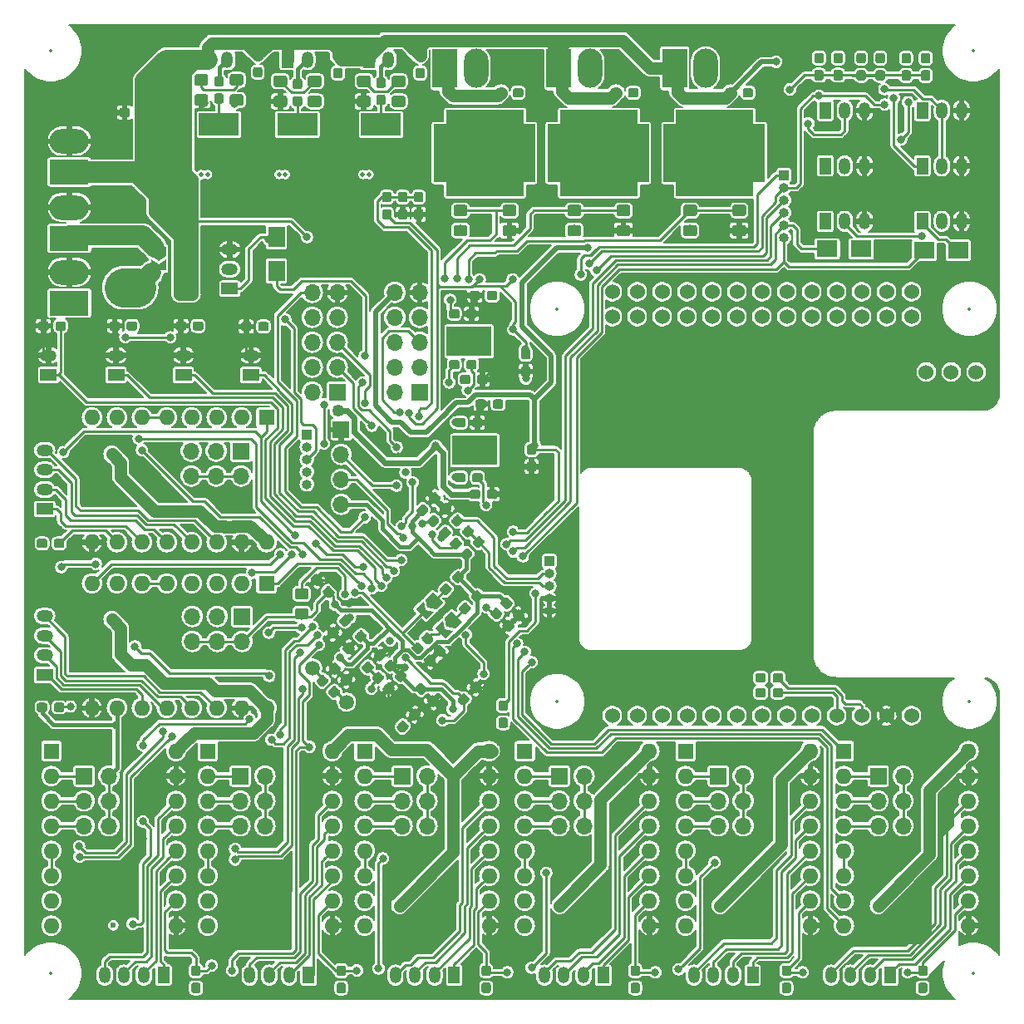
<source format=gbr>
G04 #@! TF.GenerationSoftware,KiCad,Pcbnew,5.1.2-f72e74a~84~ubuntu18.04.1*
G04 #@! TF.CreationDate,2019-05-06T18:08:37+08:00*
G04 #@! TF.ProjectId,printer-board,7072696e-7465-4722-9d62-6f6172642e6b,rev?*
G04 #@! TF.SameCoordinates,Original*
G04 #@! TF.FileFunction,Copper,L2,Bot*
G04 #@! TF.FilePolarity,Positive*
%FSLAX46Y46*%
G04 Gerber Fmt 4.6, Leading zero omitted, Abs format (unit mm)*
G04 Created by KiCad (PCBNEW 5.1.2-f72e74a~84~ubuntu18.04.1) date 2019-05-06 18:08:37*
%MOMM*%
%LPD*%
G04 APERTURE LIST*
%ADD10C,1.524000*%
%ADD11O,1.198880X1.699260*%
%ADD12R,1.198880X1.699260*%
%ADD13O,1.699260X1.198880*%
%ADD14R,1.699260X1.198880*%
%ADD15O,1.700000X1.700000*%
%ADD16R,1.700000X1.700000*%
%ADD17R,1.524000X1.524000*%
%ADD18R,1.500000X1.200000*%
%ADD19C,0.150000*%
%ADD20C,1.150000*%
%ADD21C,0.950000*%
%ADD22R,2.100580X1.699260*%
%ADD23R,1.699260X2.100580*%
%ADD24O,1.000000X1.000000*%
%ADD25R,1.000000X1.000000*%
%ADD26R,1.600000X1.600000*%
%ADD27O,1.600000X1.600000*%
%ADD28C,1.500000*%
%ADD29C,0.300000*%
%ADD30R,2.500000X3.998980*%
%ADD31O,2.500000X3.998980*%
%ADD32O,3.998980X2.500000*%
%ADD33R,3.998980X2.500000*%
%ADD34C,0.600000*%
%ADD35C,0.800000*%
%ADD36C,0.500000*%
%ADD37C,1.250000*%
%ADD38C,0.250000*%
%ADD39C,0.400000*%
%ADD40C,1.250000*%
%ADD41C,0.600000*%
%ADD42C,0.500000*%
%ADD43C,2.200000*%
%ADD44C,2.000000*%
%ADD45C,4.000000*%
%ADD46C,0.127000*%
%ADD47C,0.350000*%
G04 APERTURE END LIST*
D10*
X90700000Y-70760000D03*
X88160000Y-70760000D03*
X85620000Y-70760000D03*
X83080000Y-70760000D03*
X80540000Y-70760000D03*
X78000000Y-70760000D03*
X75460000Y-70760000D03*
X72920000Y-70760000D03*
X70380000Y-70760000D03*
X67840000Y-70760000D03*
X65300000Y-70760000D03*
X62760000Y-70760000D03*
X60220000Y-70760000D03*
X60220000Y-27580000D03*
X60220000Y-30120000D03*
X62760000Y-27580000D03*
X62760000Y-30120000D03*
X65300000Y-27580000D03*
X65300000Y-30120000D03*
X67840000Y-27580000D03*
X67840000Y-30120000D03*
X70380000Y-27580000D03*
X70380000Y-30120000D03*
X72920000Y-27580000D03*
X72920000Y-30120000D03*
X75460000Y-27580000D03*
X75460000Y-30120000D03*
X78000000Y-27580000D03*
X78000000Y-30120000D03*
X80540000Y-27580000D03*
X80540000Y-30120000D03*
X83080000Y-27580000D03*
X83080000Y-30120000D03*
X85620000Y-27580000D03*
X85620000Y-30120000D03*
X88160000Y-27580000D03*
X88160000Y-30120000D03*
X90700000Y-27580000D03*
X90700000Y-30120000D03*
X97280000Y-35740000D03*
X94740000Y-35740000D03*
X92200000Y-35740000D03*
D11*
X82500260Y-97185000D03*
X86500760Y-97185000D03*
X84499240Y-97185000D03*
D12*
X88502280Y-97185000D03*
D11*
X68520260Y-97185000D03*
X72520760Y-97185000D03*
X70519240Y-97185000D03*
D12*
X74522280Y-97185000D03*
D11*
X53290260Y-97185000D03*
X57290760Y-97185000D03*
X55289240Y-97185000D03*
D12*
X59292280Y-97185000D03*
D11*
X38110260Y-97185000D03*
X42110760Y-97185000D03*
X40109240Y-97185000D03*
D12*
X44112280Y-97185000D03*
D11*
X23280260Y-97185000D03*
X27280760Y-97185000D03*
X25279240Y-97185000D03*
D12*
X29282280Y-97185000D03*
D11*
X8500260Y-97185000D03*
X12500760Y-97185000D03*
X10499240Y-97185000D03*
D12*
X14502280Y-97185000D03*
D13*
X2400000Y-60600260D03*
X2400000Y-64600760D03*
X2400000Y-62599240D03*
D14*
X2400000Y-66602280D03*
D13*
X2400000Y-43700260D03*
X2400000Y-47700760D03*
X2400000Y-45699240D03*
D14*
X2400000Y-49702280D03*
D15*
X32600000Y-49220000D03*
X32600000Y-46680000D03*
X32600000Y-44140000D03*
D16*
X32600000Y-41600000D03*
D17*
X18880000Y-10916000D03*
X20150000Y-10916000D03*
X21420000Y-10916000D03*
X18880000Y-10154000D03*
X21420000Y-10154000D03*
X20150000Y-10154000D03*
X26880000Y-10916000D03*
X28150000Y-10916000D03*
X29420000Y-10916000D03*
X26880000Y-10154000D03*
X29420000Y-10154000D03*
X28150000Y-10154000D03*
X35380000Y-10916000D03*
X36650000Y-10916000D03*
X37920000Y-10916000D03*
X35380000Y-10154000D03*
X37920000Y-10154000D03*
X36650000Y-10154000D03*
D18*
X44696000Y-44608999D03*
X44696000Y-43719999D03*
X44696000Y-42830999D03*
X45712000Y-44608999D03*
X45712000Y-42830999D03*
X45712000Y-43719999D03*
X46728000Y-44608999D03*
X46728000Y-42830999D03*
X46728000Y-43719999D03*
X47744000Y-44608999D03*
X47744000Y-42830999D03*
X47744000Y-43719999D03*
X44096000Y-33509000D03*
X44096000Y-32620000D03*
X44096000Y-31731000D03*
X45112000Y-33509000D03*
X45112000Y-31731000D03*
X45112000Y-32620000D03*
X46128000Y-33509000D03*
X46128000Y-31731000D03*
X46128000Y-32620000D03*
X47144000Y-33509000D03*
X47144000Y-31731000D03*
X47144000Y-32620000D03*
D17*
X67475000Y-17054000D03*
X68745000Y-17054000D03*
X70015000Y-17054000D03*
X71285000Y-17054000D03*
X72555000Y-17054000D03*
X73825000Y-17054000D03*
X73825000Y-15606200D03*
X71285000Y-15606200D03*
X70015000Y-15606200D03*
X67475000Y-15606200D03*
X72555000Y-15606200D03*
X66205000Y-15606200D03*
X68745000Y-15606200D03*
X74968000Y-15606200D03*
X73825000Y-14158400D03*
X71285000Y-14158400D03*
X70015000Y-14158400D03*
X67475000Y-14158400D03*
X72555000Y-14158400D03*
X66205000Y-14158400D03*
X68745000Y-14158400D03*
X74968000Y-14158400D03*
X73825000Y-12710600D03*
X71285000Y-12710600D03*
X70015000Y-12710600D03*
X67475000Y-12710600D03*
X72555000Y-12710600D03*
X66205000Y-12710600D03*
X68745000Y-12710600D03*
X74968000Y-12710600D03*
X73825000Y-11262800D03*
X71285000Y-11262800D03*
X70015000Y-11262800D03*
X67475000Y-11262800D03*
X72555000Y-11262800D03*
X66205000Y-11262800D03*
X68745000Y-11262800D03*
X74968000Y-11262800D03*
X73825000Y-9815000D03*
X71285000Y-9815000D03*
X70015000Y-9815000D03*
X67475000Y-9815000D03*
X72555000Y-9815000D03*
X68745000Y-9815000D03*
X55675000Y-17054000D03*
X56945000Y-17054000D03*
X58215000Y-17054000D03*
X59485000Y-17054000D03*
X60755000Y-17054000D03*
X62025000Y-17054000D03*
X62025000Y-15606200D03*
X59485000Y-15606200D03*
X58215000Y-15606200D03*
X55675000Y-15606200D03*
X60755000Y-15606200D03*
X54405000Y-15606200D03*
X56945000Y-15606200D03*
X63168000Y-15606200D03*
X62025000Y-14158400D03*
X59485000Y-14158400D03*
X58215000Y-14158400D03*
X55675000Y-14158400D03*
X60755000Y-14158400D03*
X54405000Y-14158400D03*
X56945000Y-14158400D03*
X63168000Y-14158400D03*
X62025000Y-12710600D03*
X59485000Y-12710600D03*
X58215000Y-12710600D03*
X55675000Y-12710600D03*
X60755000Y-12710600D03*
X54405000Y-12710600D03*
X56945000Y-12710600D03*
X63168000Y-12710600D03*
X62025000Y-11262800D03*
X59485000Y-11262800D03*
X58215000Y-11262800D03*
X55675000Y-11262800D03*
X60755000Y-11262800D03*
X54405000Y-11262800D03*
X56945000Y-11262800D03*
X63168000Y-11262800D03*
X62025000Y-9815000D03*
X59485000Y-9815000D03*
X58215000Y-9815000D03*
X55675000Y-9815000D03*
X60755000Y-9815000D03*
X56945000Y-9815000D03*
X45345000Y-9815000D03*
X49155000Y-9815000D03*
X44075000Y-9815000D03*
X46615000Y-9815000D03*
X47885000Y-9815000D03*
X50425000Y-9815000D03*
X51568000Y-11262800D03*
X45345000Y-11262800D03*
X42805000Y-11262800D03*
X49155000Y-11262800D03*
X44075000Y-11262800D03*
X46615000Y-11262800D03*
X47885000Y-11262800D03*
X50425000Y-11262800D03*
X51568000Y-12710600D03*
X45345000Y-12710600D03*
X42805000Y-12710600D03*
X49155000Y-12710600D03*
X44075000Y-12710600D03*
X46615000Y-12710600D03*
X47885000Y-12710600D03*
X50425000Y-12710600D03*
X51568000Y-14158400D03*
X45345000Y-14158400D03*
X42805000Y-14158400D03*
X49155000Y-14158400D03*
X44075000Y-14158400D03*
X46615000Y-14158400D03*
X47885000Y-14158400D03*
X50425000Y-14158400D03*
X51568000Y-15606200D03*
X45345000Y-15606200D03*
X42805000Y-15606200D03*
X49155000Y-15606200D03*
X44075000Y-15606200D03*
X46615000Y-15606200D03*
X47885000Y-15606200D03*
X50425000Y-15606200D03*
X50425000Y-17054000D03*
X49155000Y-17054000D03*
X47885000Y-17054000D03*
X46615000Y-17054000D03*
X45345000Y-17054000D03*
X44075000Y-17054000D03*
D19*
G36*
X38924505Y-5551204D02*
G01*
X38948773Y-5554804D01*
X38972572Y-5560765D01*
X38995671Y-5569030D01*
X39017850Y-5579520D01*
X39038893Y-5592132D01*
X39058599Y-5606747D01*
X39076777Y-5623223D01*
X39093253Y-5641401D01*
X39107868Y-5661107D01*
X39120480Y-5682150D01*
X39130970Y-5704329D01*
X39139235Y-5727428D01*
X39145196Y-5751227D01*
X39148796Y-5775495D01*
X39150000Y-5799999D01*
X39150000Y-6450001D01*
X39148796Y-6474505D01*
X39145196Y-6498773D01*
X39139235Y-6522572D01*
X39130970Y-6545671D01*
X39120480Y-6567850D01*
X39107868Y-6588893D01*
X39093253Y-6608599D01*
X39076777Y-6626777D01*
X39058599Y-6643253D01*
X39038893Y-6657868D01*
X39017850Y-6670480D01*
X38995671Y-6680970D01*
X38972572Y-6689235D01*
X38948773Y-6695196D01*
X38924505Y-6698796D01*
X38900001Y-6700000D01*
X37999999Y-6700000D01*
X37975495Y-6698796D01*
X37951227Y-6695196D01*
X37927428Y-6689235D01*
X37904329Y-6680970D01*
X37882150Y-6670480D01*
X37861107Y-6657868D01*
X37841401Y-6643253D01*
X37823223Y-6626777D01*
X37806747Y-6608599D01*
X37792132Y-6588893D01*
X37779520Y-6567850D01*
X37769030Y-6545671D01*
X37760765Y-6522572D01*
X37754804Y-6498773D01*
X37751204Y-6474505D01*
X37750000Y-6450001D01*
X37750000Y-5799999D01*
X37751204Y-5775495D01*
X37754804Y-5751227D01*
X37760765Y-5727428D01*
X37769030Y-5704329D01*
X37779520Y-5682150D01*
X37792132Y-5661107D01*
X37806747Y-5641401D01*
X37823223Y-5623223D01*
X37841401Y-5606747D01*
X37861107Y-5592132D01*
X37882150Y-5579520D01*
X37904329Y-5569030D01*
X37927428Y-5560765D01*
X37951227Y-5554804D01*
X37975495Y-5551204D01*
X37999999Y-5550000D01*
X38900001Y-5550000D01*
X38924505Y-5551204D01*
X38924505Y-5551204D01*
G37*
D20*
X38450000Y-6125000D03*
D19*
G36*
X38924505Y-7601204D02*
G01*
X38948773Y-7604804D01*
X38972572Y-7610765D01*
X38995671Y-7619030D01*
X39017850Y-7629520D01*
X39038893Y-7642132D01*
X39058599Y-7656747D01*
X39076777Y-7673223D01*
X39093253Y-7691401D01*
X39107868Y-7711107D01*
X39120480Y-7732150D01*
X39130970Y-7754329D01*
X39139235Y-7777428D01*
X39145196Y-7801227D01*
X39148796Y-7825495D01*
X39150000Y-7849999D01*
X39150000Y-8500001D01*
X39148796Y-8524505D01*
X39145196Y-8548773D01*
X39139235Y-8572572D01*
X39130970Y-8595671D01*
X39120480Y-8617850D01*
X39107868Y-8638893D01*
X39093253Y-8658599D01*
X39076777Y-8676777D01*
X39058599Y-8693253D01*
X39038893Y-8707868D01*
X39017850Y-8720480D01*
X38995671Y-8730970D01*
X38972572Y-8739235D01*
X38948773Y-8745196D01*
X38924505Y-8748796D01*
X38900001Y-8750000D01*
X37999999Y-8750000D01*
X37975495Y-8748796D01*
X37951227Y-8745196D01*
X37927428Y-8739235D01*
X37904329Y-8730970D01*
X37882150Y-8720480D01*
X37861107Y-8707868D01*
X37841401Y-8693253D01*
X37823223Y-8676777D01*
X37806747Y-8658599D01*
X37792132Y-8638893D01*
X37779520Y-8617850D01*
X37769030Y-8595671D01*
X37760765Y-8572572D01*
X37754804Y-8548773D01*
X37751204Y-8524505D01*
X37750000Y-8500001D01*
X37750000Y-7849999D01*
X37751204Y-7825495D01*
X37754804Y-7801227D01*
X37760765Y-7777428D01*
X37769030Y-7754329D01*
X37779520Y-7732150D01*
X37792132Y-7711107D01*
X37806747Y-7691401D01*
X37823223Y-7673223D01*
X37841401Y-7656747D01*
X37861107Y-7642132D01*
X37882150Y-7629520D01*
X37904329Y-7619030D01*
X37927428Y-7610765D01*
X37951227Y-7604804D01*
X37975495Y-7601204D01*
X37999999Y-7600000D01*
X38900001Y-7600000D01*
X38924505Y-7601204D01*
X38924505Y-7601204D01*
G37*
D20*
X38450000Y-8175000D03*
D19*
G36*
X37661452Y-65050195D02*
G01*
X37684507Y-65053614D01*
X37707116Y-65059278D01*
X37729060Y-65067130D01*
X37750130Y-65077095D01*
X37770121Y-65089077D01*
X37788841Y-65102961D01*
X37806111Y-65118613D01*
X38141987Y-65454489D01*
X38157639Y-65471759D01*
X38171523Y-65490479D01*
X38183505Y-65510470D01*
X38193470Y-65531540D01*
X38201322Y-65553484D01*
X38206986Y-65576093D01*
X38210405Y-65599148D01*
X38211549Y-65622427D01*
X38210405Y-65645706D01*
X38206986Y-65668761D01*
X38201322Y-65691370D01*
X38193470Y-65713314D01*
X38183505Y-65734384D01*
X38171523Y-65754375D01*
X38157639Y-65773095D01*
X38141987Y-65790365D01*
X37735401Y-66196951D01*
X37718131Y-66212603D01*
X37699411Y-66226487D01*
X37679420Y-66238469D01*
X37658350Y-66248434D01*
X37636406Y-66256286D01*
X37613797Y-66261950D01*
X37590742Y-66265369D01*
X37567463Y-66266513D01*
X37544184Y-66265369D01*
X37521129Y-66261950D01*
X37498520Y-66256286D01*
X37476576Y-66248434D01*
X37455506Y-66238469D01*
X37435515Y-66226487D01*
X37416795Y-66212603D01*
X37399525Y-66196951D01*
X37063649Y-65861075D01*
X37047997Y-65843805D01*
X37034113Y-65825085D01*
X37022131Y-65805094D01*
X37012166Y-65784024D01*
X37004314Y-65762080D01*
X36998650Y-65739471D01*
X36995231Y-65716416D01*
X36994087Y-65693137D01*
X36995231Y-65669858D01*
X36998650Y-65646803D01*
X37004314Y-65624194D01*
X37012166Y-65602250D01*
X37022131Y-65581180D01*
X37034113Y-65561189D01*
X37047997Y-65542469D01*
X37063649Y-65525199D01*
X37470235Y-65118613D01*
X37487505Y-65102961D01*
X37506225Y-65089077D01*
X37526216Y-65077095D01*
X37547286Y-65067130D01*
X37569230Y-65059278D01*
X37591839Y-65053614D01*
X37614894Y-65050195D01*
X37638173Y-65049051D01*
X37661452Y-65050195D01*
X37661452Y-65050195D01*
G37*
D21*
X37602818Y-65657782D03*
D19*
G36*
X36424016Y-66287631D02*
G01*
X36447071Y-66291050D01*
X36469680Y-66296714D01*
X36491624Y-66304566D01*
X36512694Y-66314531D01*
X36532685Y-66326513D01*
X36551405Y-66340397D01*
X36568675Y-66356049D01*
X36904551Y-66691925D01*
X36920203Y-66709195D01*
X36934087Y-66727915D01*
X36946069Y-66747906D01*
X36956034Y-66768976D01*
X36963886Y-66790920D01*
X36969550Y-66813529D01*
X36972969Y-66836584D01*
X36974113Y-66859863D01*
X36972969Y-66883142D01*
X36969550Y-66906197D01*
X36963886Y-66928806D01*
X36956034Y-66950750D01*
X36946069Y-66971820D01*
X36934087Y-66991811D01*
X36920203Y-67010531D01*
X36904551Y-67027801D01*
X36497965Y-67434387D01*
X36480695Y-67450039D01*
X36461975Y-67463923D01*
X36441984Y-67475905D01*
X36420914Y-67485870D01*
X36398970Y-67493722D01*
X36376361Y-67499386D01*
X36353306Y-67502805D01*
X36330027Y-67503949D01*
X36306748Y-67502805D01*
X36283693Y-67499386D01*
X36261084Y-67493722D01*
X36239140Y-67485870D01*
X36218070Y-67475905D01*
X36198079Y-67463923D01*
X36179359Y-67450039D01*
X36162089Y-67434387D01*
X35826213Y-67098511D01*
X35810561Y-67081241D01*
X35796677Y-67062521D01*
X35784695Y-67042530D01*
X35774730Y-67021460D01*
X35766878Y-66999516D01*
X35761214Y-66976907D01*
X35757795Y-66953852D01*
X35756651Y-66930573D01*
X35757795Y-66907294D01*
X35761214Y-66884239D01*
X35766878Y-66861630D01*
X35774730Y-66839686D01*
X35784695Y-66818616D01*
X35796677Y-66798625D01*
X35810561Y-66779905D01*
X35826213Y-66762635D01*
X36232799Y-66356049D01*
X36250069Y-66340397D01*
X36268789Y-66326513D01*
X36288780Y-66314531D01*
X36309850Y-66304566D01*
X36331794Y-66296714D01*
X36354403Y-66291050D01*
X36377458Y-66287631D01*
X36400737Y-66286487D01*
X36424016Y-66287631D01*
X36424016Y-66287631D01*
G37*
D21*
X36365382Y-66895218D03*
D15*
X38060000Y-27640000D03*
X40600000Y-27640000D03*
X38060000Y-30180000D03*
X40600000Y-30180000D03*
X38060000Y-32720000D03*
X40600000Y-32720000D03*
X38060000Y-35260000D03*
X40600000Y-35260000D03*
X38060000Y-37800000D03*
D16*
X40600000Y-37800000D03*
X32200000Y-37800000D03*
D15*
X29660000Y-37800000D03*
X32200000Y-35260000D03*
X29660000Y-35260000D03*
X32200000Y-32720000D03*
X29660000Y-32720000D03*
X32200000Y-30180000D03*
X29660000Y-30180000D03*
X32200000Y-27640000D03*
X29660000Y-27640000D03*
X73540000Y-81980000D03*
X71000000Y-81980000D03*
X73540000Y-79440000D03*
X71000000Y-79440000D03*
X73540000Y-76900000D03*
D16*
X71000000Y-76900000D03*
D19*
G36*
X29046120Y-59801204D02*
G01*
X29070388Y-59804804D01*
X29094187Y-59810765D01*
X29117286Y-59819030D01*
X29139465Y-59829520D01*
X29160508Y-59842132D01*
X29180214Y-59856747D01*
X29198392Y-59873223D01*
X29214868Y-59891401D01*
X29229483Y-59911107D01*
X29242095Y-59932150D01*
X29252585Y-59954329D01*
X29260850Y-59977428D01*
X29266811Y-60001227D01*
X29270411Y-60025495D01*
X29271615Y-60049999D01*
X29271615Y-60700001D01*
X29270411Y-60724505D01*
X29266811Y-60748773D01*
X29260850Y-60772572D01*
X29252585Y-60795671D01*
X29242095Y-60817850D01*
X29229483Y-60838893D01*
X29214868Y-60858599D01*
X29198392Y-60876777D01*
X29180214Y-60893253D01*
X29160508Y-60907868D01*
X29139465Y-60920480D01*
X29117286Y-60930970D01*
X29094187Y-60939235D01*
X29070388Y-60945196D01*
X29046120Y-60948796D01*
X29021616Y-60950000D01*
X28121614Y-60950000D01*
X28097110Y-60948796D01*
X28072842Y-60945196D01*
X28049043Y-60939235D01*
X28025944Y-60930970D01*
X28003765Y-60920480D01*
X27982722Y-60907868D01*
X27963016Y-60893253D01*
X27944838Y-60876777D01*
X27928362Y-60858599D01*
X27913747Y-60838893D01*
X27901135Y-60817850D01*
X27890645Y-60795671D01*
X27882380Y-60772572D01*
X27876419Y-60748773D01*
X27872819Y-60724505D01*
X27871615Y-60700001D01*
X27871615Y-60049999D01*
X27872819Y-60025495D01*
X27876419Y-60001227D01*
X27882380Y-59977428D01*
X27890645Y-59954329D01*
X27901135Y-59932150D01*
X27913747Y-59911107D01*
X27928362Y-59891401D01*
X27944838Y-59873223D01*
X27963016Y-59856747D01*
X27982722Y-59842132D01*
X28003765Y-59829520D01*
X28025944Y-59819030D01*
X28049043Y-59810765D01*
X28072842Y-59804804D01*
X28097110Y-59801204D01*
X28121614Y-59800000D01*
X29021616Y-59800000D01*
X29046120Y-59801204D01*
X29046120Y-59801204D01*
G37*
D20*
X28571615Y-60375000D03*
D19*
G36*
X29046120Y-57751204D02*
G01*
X29070388Y-57754804D01*
X29094187Y-57760765D01*
X29117286Y-57769030D01*
X29139465Y-57779520D01*
X29160508Y-57792132D01*
X29180214Y-57806747D01*
X29198392Y-57823223D01*
X29214868Y-57841401D01*
X29229483Y-57861107D01*
X29242095Y-57882150D01*
X29252585Y-57904329D01*
X29260850Y-57927428D01*
X29266811Y-57951227D01*
X29270411Y-57975495D01*
X29271615Y-57999999D01*
X29271615Y-58650001D01*
X29270411Y-58674505D01*
X29266811Y-58698773D01*
X29260850Y-58722572D01*
X29252585Y-58745671D01*
X29242095Y-58767850D01*
X29229483Y-58788893D01*
X29214868Y-58808599D01*
X29198392Y-58826777D01*
X29180214Y-58843253D01*
X29160508Y-58857868D01*
X29139465Y-58870480D01*
X29117286Y-58880970D01*
X29094187Y-58889235D01*
X29070388Y-58895196D01*
X29046120Y-58898796D01*
X29021616Y-58900000D01*
X28121614Y-58900000D01*
X28097110Y-58898796D01*
X28072842Y-58895196D01*
X28049043Y-58889235D01*
X28025944Y-58880970D01*
X28003765Y-58870480D01*
X27982722Y-58857868D01*
X27963016Y-58843253D01*
X27944838Y-58826777D01*
X27928362Y-58808599D01*
X27913747Y-58788893D01*
X27901135Y-58767850D01*
X27890645Y-58745671D01*
X27882380Y-58722572D01*
X27876419Y-58698773D01*
X27872819Y-58674505D01*
X27871615Y-58650001D01*
X27871615Y-57999999D01*
X27872819Y-57975495D01*
X27876419Y-57951227D01*
X27882380Y-57927428D01*
X27890645Y-57904329D01*
X27901135Y-57882150D01*
X27913747Y-57861107D01*
X27928362Y-57841401D01*
X27944838Y-57823223D01*
X27963016Y-57806747D01*
X27982722Y-57792132D01*
X28003765Y-57779520D01*
X28025944Y-57769030D01*
X28049043Y-57760765D01*
X28072842Y-57754804D01*
X28097110Y-57751204D01*
X28121614Y-57750000D01*
X29021616Y-57750000D01*
X29046120Y-57751204D01*
X29046120Y-57751204D01*
G37*
D20*
X28571615Y-58325000D03*
D19*
G36*
X45414916Y-53686131D02*
G01*
X45437971Y-53689550D01*
X45460580Y-53695214D01*
X45482524Y-53703066D01*
X45503594Y-53713031D01*
X45523585Y-53725013D01*
X45542305Y-53738897D01*
X45559575Y-53754549D01*
X45895451Y-54090425D01*
X45911103Y-54107695D01*
X45924987Y-54126415D01*
X45936969Y-54146406D01*
X45946934Y-54167476D01*
X45954786Y-54189420D01*
X45960450Y-54212029D01*
X45963869Y-54235084D01*
X45965013Y-54258363D01*
X45963869Y-54281642D01*
X45960450Y-54304697D01*
X45954786Y-54327306D01*
X45946934Y-54349250D01*
X45936969Y-54370320D01*
X45924987Y-54390311D01*
X45911103Y-54409031D01*
X45895451Y-54426301D01*
X45488865Y-54832887D01*
X45471595Y-54848539D01*
X45452875Y-54862423D01*
X45432884Y-54874405D01*
X45411814Y-54884370D01*
X45389870Y-54892222D01*
X45367261Y-54897886D01*
X45344206Y-54901305D01*
X45320927Y-54902449D01*
X45297648Y-54901305D01*
X45274593Y-54897886D01*
X45251984Y-54892222D01*
X45230040Y-54884370D01*
X45208970Y-54874405D01*
X45188979Y-54862423D01*
X45170259Y-54848539D01*
X45152989Y-54832887D01*
X44817113Y-54497011D01*
X44801461Y-54479741D01*
X44787577Y-54461021D01*
X44775595Y-54441030D01*
X44765630Y-54419960D01*
X44757778Y-54398016D01*
X44752114Y-54375407D01*
X44748695Y-54352352D01*
X44747551Y-54329073D01*
X44748695Y-54305794D01*
X44752114Y-54282739D01*
X44757778Y-54260130D01*
X44765630Y-54238186D01*
X44775595Y-54217116D01*
X44787577Y-54197125D01*
X44801461Y-54178405D01*
X44817113Y-54161135D01*
X45223699Y-53754549D01*
X45240969Y-53738897D01*
X45259689Y-53725013D01*
X45279680Y-53713031D01*
X45300750Y-53703066D01*
X45322694Y-53695214D01*
X45345303Y-53689550D01*
X45368358Y-53686131D01*
X45391637Y-53684987D01*
X45414916Y-53686131D01*
X45414916Y-53686131D01*
G37*
D21*
X45356282Y-54293718D03*
D19*
G36*
X46652352Y-52448695D02*
G01*
X46675407Y-52452114D01*
X46698016Y-52457778D01*
X46719960Y-52465630D01*
X46741030Y-52475595D01*
X46761021Y-52487577D01*
X46779741Y-52501461D01*
X46797011Y-52517113D01*
X47132887Y-52852989D01*
X47148539Y-52870259D01*
X47162423Y-52888979D01*
X47174405Y-52908970D01*
X47184370Y-52930040D01*
X47192222Y-52951984D01*
X47197886Y-52974593D01*
X47201305Y-52997648D01*
X47202449Y-53020927D01*
X47201305Y-53044206D01*
X47197886Y-53067261D01*
X47192222Y-53089870D01*
X47184370Y-53111814D01*
X47174405Y-53132884D01*
X47162423Y-53152875D01*
X47148539Y-53171595D01*
X47132887Y-53188865D01*
X46726301Y-53595451D01*
X46709031Y-53611103D01*
X46690311Y-53624987D01*
X46670320Y-53636969D01*
X46649250Y-53646934D01*
X46627306Y-53654786D01*
X46604697Y-53660450D01*
X46581642Y-53663869D01*
X46558363Y-53665013D01*
X46535084Y-53663869D01*
X46512029Y-53660450D01*
X46489420Y-53654786D01*
X46467476Y-53646934D01*
X46446406Y-53636969D01*
X46426415Y-53624987D01*
X46407695Y-53611103D01*
X46390425Y-53595451D01*
X46054549Y-53259575D01*
X46038897Y-53242305D01*
X46025013Y-53223585D01*
X46013031Y-53203594D01*
X46003066Y-53182524D01*
X45995214Y-53160580D01*
X45989550Y-53137971D01*
X45986131Y-53114916D01*
X45984987Y-53091637D01*
X45986131Y-53068358D01*
X45989550Y-53045303D01*
X45995214Y-53022694D01*
X46003066Y-53000750D01*
X46013031Y-52979680D01*
X46025013Y-52959689D01*
X46038897Y-52940969D01*
X46054549Y-52923699D01*
X46461135Y-52517113D01*
X46478405Y-52501461D01*
X46497125Y-52487577D01*
X46517116Y-52475595D01*
X46538186Y-52465630D01*
X46560130Y-52457778D01*
X46582739Y-52452114D01*
X46605794Y-52448695D01*
X46629073Y-52447551D01*
X46652352Y-52448695D01*
X46652352Y-52448695D01*
G37*
D21*
X46593718Y-53056282D03*
D22*
X95479740Y-23350000D03*
X92020260Y-23350000D03*
X85579740Y-23200000D03*
X82120260Y-23200000D03*
D23*
X26000000Y-21970260D03*
X26000000Y-25429740D03*
D13*
X21250000Y-25250000D03*
X21250000Y-23248480D03*
D14*
X21250000Y-27251520D03*
D19*
G36*
X47135779Y-38526143D02*
G01*
X47158834Y-38529562D01*
X47181443Y-38535226D01*
X47203387Y-38543078D01*
X47224457Y-38553043D01*
X47244448Y-38565025D01*
X47263168Y-38578909D01*
X47280438Y-38594561D01*
X47296090Y-38611831D01*
X47309974Y-38630551D01*
X47321956Y-38650542D01*
X47331921Y-38671612D01*
X47339773Y-38693556D01*
X47345437Y-38716165D01*
X47348856Y-38739220D01*
X47350000Y-38762499D01*
X47350000Y-39237499D01*
X47348856Y-39260778D01*
X47345437Y-39283833D01*
X47339773Y-39306442D01*
X47331921Y-39328386D01*
X47321956Y-39349456D01*
X47309974Y-39369447D01*
X47296090Y-39388167D01*
X47280438Y-39405437D01*
X47263168Y-39421089D01*
X47244448Y-39434973D01*
X47224457Y-39446955D01*
X47203387Y-39456920D01*
X47181443Y-39464772D01*
X47158834Y-39470436D01*
X47135779Y-39473855D01*
X47112500Y-39474999D01*
X46537500Y-39474999D01*
X46514221Y-39473855D01*
X46491166Y-39470436D01*
X46468557Y-39464772D01*
X46446613Y-39456920D01*
X46425543Y-39446955D01*
X46405552Y-39434973D01*
X46386832Y-39421089D01*
X46369562Y-39405437D01*
X46353910Y-39388167D01*
X46340026Y-39369447D01*
X46328044Y-39349456D01*
X46318079Y-39328386D01*
X46310227Y-39306442D01*
X46304563Y-39283833D01*
X46301144Y-39260778D01*
X46300000Y-39237499D01*
X46300000Y-38762499D01*
X46301144Y-38739220D01*
X46304563Y-38716165D01*
X46310227Y-38693556D01*
X46318079Y-38671612D01*
X46328044Y-38650542D01*
X46340026Y-38630551D01*
X46353910Y-38611831D01*
X46369562Y-38594561D01*
X46386832Y-38578909D01*
X46405552Y-38565025D01*
X46425543Y-38553043D01*
X46446613Y-38543078D01*
X46468557Y-38535226D01*
X46491166Y-38529562D01*
X46514221Y-38526143D01*
X46537500Y-38524999D01*
X47112500Y-38524999D01*
X47135779Y-38526143D01*
X47135779Y-38526143D01*
G37*
D21*
X46825000Y-38999999D03*
D19*
G36*
X48885779Y-38526143D02*
G01*
X48908834Y-38529562D01*
X48931443Y-38535226D01*
X48953387Y-38543078D01*
X48974457Y-38553043D01*
X48994448Y-38565025D01*
X49013168Y-38578909D01*
X49030438Y-38594561D01*
X49046090Y-38611831D01*
X49059974Y-38630551D01*
X49071956Y-38650542D01*
X49081921Y-38671612D01*
X49089773Y-38693556D01*
X49095437Y-38716165D01*
X49098856Y-38739220D01*
X49100000Y-38762499D01*
X49100000Y-39237499D01*
X49098856Y-39260778D01*
X49095437Y-39283833D01*
X49089773Y-39306442D01*
X49081921Y-39328386D01*
X49071956Y-39349456D01*
X49059974Y-39369447D01*
X49046090Y-39388167D01*
X49030438Y-39405437D01*
X49013168Y-39421089D01*
X48994448Y-39434973D01*
X48974457Y-39446955D01*
X48953387Y-39456920D01*
X48931443Y-39464772D01*
X48908834Y-39470436D01*
X48885779Y-39473855D01*
X48862500Y-39474999D01*
X48287500Y-39474999D01*
X48264221Y-39473855D01*
X48241166Y-39470436D01*
X48218557Y-39464772D01*
X48196613Y-39456920D01*
X48175543Y-39446955D01*
X48155552Y-39434973D01*
X48136832Y-39421089D01*
X48119562Y-39405437D01*
X48103910Y-39388167D01*
X48090026Y-39369447D01*
X48078044Y-39349456D01*
X48068079Y-39328386D01*
X48060227Y-39306442D01*
X48054563Y-39283833D01*
X48051144Y-39260778D01*
X48050000Y-39237499D01*
X48050000Y-38762499D01*
X48051144Y-38739220D01*
X48054563Y-38716165D01*
X48060227Y-38693556D01*
X48068079Y-38671612D01*
X48078044Y-38650542D01*
X48090026Y-38630551D01*
X48103910Y-38611831D01*
X48119562Y-38594561D01*
X48136832Y-38578909D01*
X48155552Y-38565025D01*
X48175543Y-38553043D01*
X48196613Y-38543078D01*
X48218557Y-38535226D01*
X48241166Y-38529562D01*
X48264221Y-38526143D01*
X48287500Y-38524999D01*
X48862500Y-38524999D01*
X48885779Y-38526143D01*
X48885779Y-38526143D01*
G37*
D21*
X48575000Y-38999999D03*
D19*
G36*
X52260779Y-44851144D02*
G01*
X52283834Y-44854563D01*
X52306443Y-44860227D01*
X52328387Y-44868079D01*
X52349457Y-44878044D01*
X52369448Y-44890026D01*
X52388168Y-44903910D01*
X52405438Y-44919562D01*
X52421090Y-44936832D01*
X52434974Y-44955552D01*
X52446956Y-44975543D01*
X52456921Y-44996613D01*
X52464773Y-45018557D01*
X52470437Y-45041166D01*
X52473856Y-45064221D01*
X52475000Y-45087500D01*
X52475000Y-45662500D01*
X52473856Y-45685779D01*
X52470437Y-45708834D01*
X52464773Y-45731443D01*
X52456921Y-45753387D01*
X52446956Y-45774457D01*
X52434974Y-45794448D01*
X52421090Y-45813168D01*
X52405438Y-45830438D01*
X52388168Y-45846090D01*
X52369448Y-45859974D01*
X52349457Y-45871956D01*
X52328387Y-45881921D01*
X52306443Y-45889773D01*
X52283834Y-45895437D01*
X52260779Y-45898856D01*
X52237500Y-45900000D01*
X51762500Y-45900000D01*
X51739221Y-45898856D01*
X51716166Y-45895437D01*
X51693557Y-45889773D01*
X51671613Y-45881921D01*
X51650543Y-45871956D01*
X51630552Y-45859974D01*
X51611832Y-45846090D01*
X51594562Y-45830438D01*
X51578910Y-45813168D01*
X51565026Y-45794448D01*
X51553044Y-45774457D01*
X51543079Y-45753387D01*
X51535227Y-45731443D01*
X51529563Y-45708834D01*
X51526144Y-45685779D01*
X51525000Y-45662500D01*
X51525000Y-45087500D01*
X51526144Y-45064221D01*
X51529563Y-45041166D01*
X51535227Y-45018557D01*
X51543079Y-44996613D01*
X51553044Y-44975543D01*
X51565026Y-44955552D01*
X51578910Y-44936832D01*
X51594562Y-44919562D01*
X51611832Y-44903910D01*
X51630552Y-44890026D01*
X51650543Y-44878044D01*
X51671613Y-44868079D01*
X51693557Y-44860227D01*
X51716166Y-44854563D01*
X51739221Y-44851144D01*
X51762500Y-44850000D01*
X52237500Y-44850000D01*
X52260779Y-44851144D01*
X52260779Y-44851144D01*
G37*
D21*
X52000000Y-45375000D03*
D19*
G36*
X52260779Y-43101144D02*
G01*
X52283834Y-43104563D01*
X52306443Y-43110227D01*
X52328387Y-43118079D01*
X52349457Y-43128044D01*
X52369448Y-43140026D01*
X52388168Y-43153910D01*
X52405438Y-43169562D01*
X52421090Y-43186832D01*
X52434974Y-43205552D01*
X52446956Y-43225543D01*
X52456921Y-43246613D01*
X52464773Y-43268557D01*
X52470437Y-43291166D01*
X52473856Y-43314221D01*
X52475000Y-43337500D01*
X52475000Y-43912500D01*
X52473856Y-43935779D01*
X52470437Y-43958834D01*
X52464773Y-43981443D01*
X52456921Y-44003387D01*
X52446956Y-44024457D01*
X52434974Y-44044448D01*
X52421090Y-44063168D01*
X52405438Y-44080438D01*
X52388168Y-44096090D01*
X52369448Y-44109974D01*
X52349457Y-44121956D01*
X52328387Y-44131921D01*
X52306443Y-44139773D01*
X52283834Y-44145437D01*
X52260779Y-44148856D01*
X52237500Y-44150000D01*
X51762500Y-44150000D01*
X51739221Y-44148856D01*
X51716166Y-44145437D01*
X51693557Y-44139773D01*
X51671613Y-44131921D01*
X51650543Y-44121956D01*
X51630552Y-44109974D01*
X51611832Y-44096090D01*
X51594562Y-44080438D01*
X51578910Y-44063168D01*
X51565026Y-44044448D01*
X51553044Y-44024457D01*
X51543079Y-44003387D01*
X51535227Y-43981443D01*
X51529563Y-43958834D01*
X51526144Y-43935779D01*
X51525000Y-43912500D01*
X51525000Y-43337500D01*
X51526144Y-43314221D01*
X51529563Y-43291166D01*
X51535227Y-43268557D01*
X51543079Y-43246613D01*
X51553044Y-43225543D01*
X51565026Y-43205552D01*
X51578910Y-43186832D01*
X51594562Y-43169562D01*
X51611832Y-43153910D01*
X51630552Y-43140026D01*
X51650543Y-43128044D01*
X51671613Y-43118079D01*
X51693557Y-43110227D01*
X51716166Y-43104563D01*
X51739221Y-43101144D01*
X51762500Y-43100000D01*
X52237500Y-43100000D01*
X52260779Y-43101144D01*
X52260779Y-43101144D01*
G37*
D21*
X52000000Y-43625000D03*
D19*
G36*
X45035779Y-46026144D02*
G01*
X45058834Y-46029563D01*
X45081443Y-46035227D01*
X45103387Y-46043079D01*
X45124457Y-46053044D01*
X45144448Y-46065026D01*
X45163168Y-46078910D01*
X45180438Y-46094562D01*
X45196090Y-46111832D01*
X45209974Y-46130552D01*
X45221956Y-46150543D01*
X45231921Y-46171613D01*
X45239773Y-46193557D01*
X45245437Y-46216166D01*
X45248856Y-46239221D01*
X45250000Y-46262500D01*
X45250000Y-46737500D01*
X45248856Y-46760779D01*
X45245437Y-46783834D01*
X45239773Y-46806443D01*
X45231921Y-46828387D01*
X45221956Y-46849457D01*
X45209974Y-46869448D01*
X45196090Y-46888168D01*
X45180438Y-46905438D01*
X45163168Y-46921090D01*
X45144448Y-46934974D01*
X45124457Y-46946956D01*
X45103387Y-46956921D01*
X45081443Y-46964773D01*
X45058834Y-46970437D01*
X45035779Y-46973856D01*
X45012500Y-46975000D01*
X44437500Y-46975000D01*
X44414221Y-46973856D01*
X44391166Y-46970437D01*
X44368557Y-46964773D01*
X44346613Y-46956921D01*
X44325543Y-46946956D01*
X44305552Y-46934974D01*
X44286832Y-46921090D01*
X44269562Y-46905438D01*
X44253910Y-46888168D01*
X44240026Y-46869448D01*
X44228044Y-46849457D01*
X44218079Y-46828387D01*
X44210227Y-46806443D01*
X44204563Y-46783834D01*
X44201144Y-46760779D01*
X44200000Y-46737500D01*
X44200000Y-46262500D01*
X44201144Y-46239221D01*
X44204563Y-46216166D01*
X44210227Y-46193557D01*
X44218079Y-46171613D01*
X44228044Y-46150543D01*
X44240026Y-46130552D01*
X44253910Y-46111832D01*
X44269562Y-46094562D01*
X44286832Y-46078910D01*
X44305552Y-46065026D01*
X44325543Y-46053044D01*
X44346613Y-46043079D01*
X44368557Y-46035227D01*
X44391166Y-46029563D01*
X44414221Y-46026144D01*
X44437500Y-46025000D01*
X45012500Y-46025000D01*
X45035779Y-46026144D01*
X45035779Y-46026144D01*
G37*
D21*
X44725000Y-46500000D03*
D19*
G36*
X46785779Y-46026144D02*
G01*
X46808834Y-46029563D01*
X46831443Y-46035227D01*
X46853387Y-46043079D01*
X46874457Y-46053044D01*
X46894448Y-46065026D01*
X46913168Y-46078910D01*
X46930438Y-46094562D01*
X46946090Y-46111832D01*
X46959974Y-46130552D01*
X46971956Y-46150543D01*
X46981921Y-46171613D01*
X46989773Y-46193557D01*
X46995437Y-46216166D01*
X46998856Y-46239221D01*
X47000000Y-46262500D01*
X47000000Y-46737500D01*
X46998856Y-46760779D01*
X46995437Y-46783834D01*
X46989773Y-46806443D01*
X46981921Y-46828387D01*
X46971956Y-46849457D01*
X46959974Y-46869448D01*
X46946090Y-46888168D01*
X46930438Y-46905438D01*
X46913168Y-46921090D01*
X46894448Y-46934974D01*
X46874457Y-46946956D01*
X46853387Y-46956921D01*
X46831443Y-46964773D01*
X46808834Y-46970437D01*
X46785779Y-46973856D01*
X46762500Y-46975000D01*
X46187500Y-46975000D01*
X46164221Y-46973856D01*
X46141166Y-46970437D01*
X46118557Y-46964773D01*
X46096613Y-46956921D01*
X46075543Y-46946956D01*
X46055552Y-46934974D01*
X46036832Y-46921090D01*
X46019562Y-46905438D01*
X46003910Y-46888168D01*
X45990026Y-46869448D01*
X45978044Y-46849457D01*
X45968079Y-46828387D01*
X45960227Y-46806443D01*
X45954563Y-46783834D01*
X45951144Y-46760779D01*
X45950000Y-46737500D01*
X45950000Y-46262500D01*
X45951144Y-46239221D01*
X45954563Y-46216166D01*
X45960227Y-46193557D01*
X45968079Y-46171613D01*
X45978044Y-46150543D01*
X45990026Y-46130552D01*
X46003910Y-46111832D01*
X46019562Y-46094562D01*
X46036832Y-46078910D01*
X46055552Y-46065026D01*
X46075543Y-46053044D01*
X46096613Y-46043079D01*
X46118557Y-46035227D01*
X46141166Y-46029563D01*
X46164221Y-46026144D01*
X46187500Y-46025000D01*
X46762500Y-46025000D01*
X46785779Y-46026144D01*
X46785779Y-46026144D01*
G37*
D21*
X46475000Y-46500000D03*
D19*
G36*
X46785779Y-40426144D02*
G01*
X46808834Y-40429563D01*
X46831443Y-40435227D01*
X46853387Y-40443079D01*
X46874457Y-40453044D01*
X46894448Y-40465026D01*
X46913168Y-40478910D01*
X46930438Y-40494562D01*
X46946090Y-40511832D01*
X46959974Y-40530552D01*
X46971956Y-40550543D01*
X46981921Y-40571613D01*
X46989773Y-40593557D01*
X46995437Y-40616166D01*
X46998856Y-40639221D01*
X47000000Y-40662500D01*
X47000000Y-41137500D01*
X46998856Y-41160779D01*
X46995437Y-41183834D01*
X46989773Y-41206443D01*
X46981921Y-41228387D01*
X46971956Y-41249457D01*
X46959974Y-41269448D01*
X46946090Y-41288168D01*
X46930438Y-41305438D01*
X46913168Y-41321090D01*
X46894448Y-41334974D01*
X46874457Y-41346956D01*
X46853387Y-41356921D01*
X46831443Y-41364773D01*
X46808834Y-41370437D01*
X46785779Y-41373856D01*
X46762500Y-41375000D01*
X46187500Y-41375000D01*
X46164221Y-41373856D01*
X46141166Y-41370437D01*
X46118557Y-41364773D01*
X46096613Y-41356921D01*
X46075543Y-41346956D01*
X46055552Y-41334974D01*
X46036832Y-41321090D01*
X46019562Y-41305438D01*
X46003910Y-41288168D01*
X45990026Y-41269448D01*
X45978044Y-41249457D01*
X45968079Y-41228387D01*
X45960227Y-41206443D01*
X45954563Y-41183834D01*
X45951144Y-41160779D01*
X45950000Y-41137500D01*
X45950000Y-40662500D01*
X45951144Y-40639221D01*
X45954563Y-40616166D01*
X45960227Y-40593557D01*
X45968079Y-40571613D01*
X45978044Y-40550543D01*
X45990026Y-40530552D01*
X46003910Y-40511832D01*
X46019562Y-40494562D01*
X46036832Y-40478910D01*
X46055552Y-40465026D01*
X46075543Y-40453044D01*
X46096613Y-40443079D01*
X46118557Y-40435227D01*
X46141166Y-40429563D01*
X46164221Y-40426144D01*
X46187500Y-40425000D01*
X46762500Y-40425000D01*
X46785779Y-40426144D01*
X46785779Y-40426144D01*
G37*
D21*
X46475000Y-40900000D03*
D19*
G36*
X45035779Y-40426144D02*
G01*
X45058834Y-40429563D01*
X45081443Y-40435227D01*
X45103387Y-40443079D01*
X45124457Y-40453044D01*
X45144448Y-40465026D01*
X45163168Y-40478910D01*
X45180438Y-40494562D01*
X45196090Y-40511832D01*
X45209974Y-40530552D01*
X45221956Y-40550543D01*
X45231921Y-40571613D01*
X45239773Y-40593557D01*
X45245437Y-40616166D01*
X45248856Y-40639221D01*
X45250000Y-40662500D01*
X45250000Y-41137500D01*
X45248856Y-41160779D01*
X45245437Y-41183834D01*
X45239773Y-41206443D01*
X45231921Y-41228387D01*
X45221956Y-41249457D01*
X45209974Y-41269448D01*
X45196090Y-41288168D01*
X45180438Y-41305438D01*
X45163168Y-41321090D01*
X45144448Y-41334974D01*
X45124457Y-41346956D01*
X45103387Y-41356921D01*
X45081443Y-41364773D01*
X45058834Y-41370437D01*
X45035779Y-41373856D01*
X45012500Y-41375000D01*
X44437500Y-41375000D01*
X44414221Y-41373856D01*
X44391166Y-41370437D01*
X44368557Y-41364773D01*
X44346613Y-41356921D01*
X44325543Y-41346956D01*
X44305552Y-41334974D01*
X44286832Y-41321090D01*
X44269562Y-41305438D01*
X44253910Y-41288168D01*
X44240026Y-41269448D01*
X44228044Y-41249457D01*
X44218079Y-41228387D01*
X44210227Y-41206443D01*
X44204563Y-41183834D01*
X44201144Y-41160779D01*
X44200000Y-41137500D01*
X44200000Y-40662500D01*
X44201144Y-40639221D01*
X44204563Y-40616166D01*
X44210227Y-40593557D01*
X44218079Y-40571613D01*
X44228044Y-40550543D01*
X44240026Y-40530552D01*
X44253910Y-40511832D01*
X44269562Y-40494562D01*
X44286832Y-40478910D01*
X44305552Y-40465026D01*
X44325543Y-40453044D01*
X44346613Y-40443079D01*
X44368557Y-40435227D01*
X44391166Y-40429563D01*
X44414221Y-40426144D01*
X44437500Y-40425000D01*
X45012500Y-40425000D01*
X45035779Y-40426144D01*
X45035779Y-40426144D01*
G37*
D21*
X44725000Y-40900000D03*
D19*
G36*
X48285779Y-47726144D02*
G01*
X48308834Y-47729563D01*
X48331443Y-47735227D01*
X48353387Y-47743079D01*
X48374457Y-47753044D01*
X48394448Y-47765026D01*
X48413168Y-47778910D01*
X48430438Y-47794562D01*
X48446090Y-47811832D01*
X48459974Y-47830552D01*
X48471956Y-47850543D01*
X48481921Y-47871613D01*
X48489773Y-47893557D01*
X48495437Y-47916166D01*
X48498856Y-47939221D01*
X48500000Y-47962500D01*
X48500000Y-48437500D01*
X48498856Y-48460779D01*
X48495437Y-48483834D01*
X48489773Y-48506443D01*
X48481921Y-48528387D01*
X48471956Y-48549457D01*
X48459974Y-48569448D01*
X48446090Y-48588168D01*
X48430438Y-48605438D01*
X48413168Y-48621090D01*
X48394448Y-48634974D01*
X48374457Y-48646956D01*
X48353387Y-48656921D01*
X48331443Y-48664773D01*
X48308834Y-48670437D01*
X48285779Y-48673856D01*
X48262500Y-48675000D01*
X47687500Y-48675000D01*
X47664221Y-48673856D01*
X47641166Y-48670437D01*
X47618557Y-48664773D01*
X47596613Y-48656921D01*
X47575543Y-48646956D01*
X47555552Y-48634974D01*
X47536832Y-48621090D01*
X47519562Y-48605438D01*
X47503910Y-48588168D01*
X47490026Y-48569448D01*
X47478044Y-48549457D01*
X47468079Y-48528387D01*
X47460227Y-48506443D01*
X47454563Y-48483834D01*
X47451144Y-48460779D01*
X47450000Y-48437500D01*
X47450000Y-47962500D01*
X47451144Y-47939221D01*
X47454563Y-47916166D01*
X47460227Y-47893557D01*
X47468079Y-47871613D01*
X47478044Y-47850543D01*
X47490026Y-47830552D01*
X47503910Y-47811832D01*
X47519562Y-47794562D01*
X47536832Y-47778910D01*
X47555552Y-47765026D01*
X47575543Y-47753044D01*
X47596613Y-47743079D01*
X47618557Y-47735227D01*
X47641166Y-47729563D01*
X47664221Y-47726144D01*
X47687500Y-47725000D01*
X48262500Y-47725000D01*
X48285779Y-47726144D01*
X48285779Y-47726144D01*
G37*
D21*
X47975000Y-48200000D03*
D19*
G36*
X46535779Y-47726144D02*
G01*
X46558834Y-47729563D01*
X46581443Y-47735227D01*
X46603387Y-47743079D01*
X46624457Y-47753044D01*
X46644448Y-47765026D01*
X46663168Y-47778910D01*
X46680438Y-47794562D01*
X46696090Y-47811832D01*
X46709974Y-47830552D01*
X46721956Y-47850543D01*
X46731921Y-47871613D01*
X46739773Y-47893557D01*
X46745437Y-47916166D01*
X46748856Y-47939221D01*
X46750000Y-47962500D01*
X46750000Y-48437500D01*
X46748856Y-48460779D01*
X46745437Y-48483834D01*
X46739773Y-48506443D01*
X46731921Y-48528387D01*
X46721956Y-48549457D01*
X46709974Y-48569448D01*
X46696090Y-48588168D01*
X46680438Y-48605438D01*
X46663168Y-48621090D01*
X46644448Y-48634974D01*
X46624457Y-48646956D01*
X46603387Y-48656921D01*
X46581443Y-48664773D01*
X46558834Y-48670437D01*
X46535779Y-48673856D01*
X46512500Y-48675000D01*
X45937500Y-48675000D01*
X45914221Y-48673856D01*
X45891166Y-48670437D01*
X45868557Y-48664773D01*
X45846613Y-48656921D01*
X45825543Y-48646956D01*
X45805552Y-48634974D01*
X45786832Y-48621090D01*
X45769562Y-48605438D01*
X45753910Y-48588168D01*
X45740026Y-48569448D01*
X45728044Y-48549457D01*
X45718079Y-48528387D01*
X45710227Y-48506443D01*
X45704563Y-48483834D01*
X45701144Y-48460779D01*
X45700000Y-48437500D01*
X45700000Y-47962500D01*
X45701144Y-47939221D01*
X45704563Y-47916166D01*
X45710227Y-47893557D01*
X45718079Y-47871613D01*
X45728044Y-47850543D01*
X45740026Y-47830552D01*
X45753910Y-47811832D01*
X45769562Y-47794562D01*
X45786832Y-47778910D01*
X45805552Y-47765026D01*
X45825543Y-47753044D01*
X45846613Y-47743079D01*
X45868557Y-47735227D01*
X45891166Y-47729563D01*
X45914221Y-47726144D01*
X45937500Y-47725000D01*
X46512500Y-47725000D01*
X46535779Y-47726144D01*
X46535779Y-47726144D01*
G37*
D21*
X46225000Y-48200000D03*
D19*
G36*
X46535779Y-27476144D02*
G01*
X46558834Y-27479563D01*
X46581443Y-27485227D01*
X46603387Y-27493079D01*
X46624457Y-27503044D01*
X46644448Y-27515026D01*
X46663168Y-27528910D01*
X46680438Y-27544562D01*
X46696090Y-27561832D01*
X46709974Y-27580552D01*
X46721956Y-27600543D01*
X46731921Y-27621613D01*
X46739773Y-27643557D01*
X46745437Y-27666166D01*
X46748856Y-27689221D01*
X46750000Y-27712500D01*
X46750000Y-28187500D01*
X46748856Y-28210779D01*
X46745437Y-28233834D01*
X46739773Y-28256443D01*
X46731921Y-28278387D01*
X46721956Y-28299457D01*
X46709974Y-28319448D01*
X46696090Y-28338168D01*
X46680438Y-28355438D01*
X46663168Y-28371090D01*
X46644448Y-28384974D01*
X46624457Y-28396956D01*
X46603387Y-28406921D01*
X46581443Y-28414773D01*
X46558834Y-28420437D01*
X46535779Y-28423856D01*
X46512500Y-28425000D01*
X45937500Y-28425000D01*
X45914221Y-28423856D01*
X45891166Y-28420437D01*
X45868557Y-28414773D01*
X45846613Y-28406921D01*
X45825543Y-28396956D01*
X45805552Y-28384974D01*
X45786832Y-28371090D01*
X45769562Y-28355438D01*
X45753910Y-28338168D01*
X45740026Y-28319448D01*
X45728044Y-28299457D01*
X45718079Y-28278387D01*
X45710227Y-28256443D01*
X45704563Y-28233834D01*
X45701144Y-28210779D01*
X45700000Y-28187500D01*
X45700000Y-27712500D01*
X45701144Y-27689221D01*
X45704563Y-27666166D01*
X45710227Y-27643557D01*
X45718079Y-27621613D01*
X45728044Y-27600543D01*
X45740026Y-27580552D01*
X45753910Y-27561832D01*
X45769562Y-27544562D01*
X45786832Y-27528910D01*
X45805552Y-27515026D01*
X45825543Y-27503044D01*
X45846613Y-27493079D01*
X45868557Y-27485227D01*
X45891166Y-27479563D01*
X45914221Y-27476144D01*
X45937500Y-27475000D01*
X46512500Y-27475000D01*
X46535779Y-27476144D01*
X46535779Y-27476144D01*
G37*
D21*
X46225000Y-27950000D03*
D19*
G36*
X48285779Y-27476144D02*
G01*
X48308834Y-27479563D01*
X48331443Y-27485227D01*
X48353387Y-27493079D01*
X48374457Y-27503044D01*
X48394448Y-27515026D01*
X48413168Y-27528910D01*
X48430438Y-27544562D01*
X48446090Y-27561832D01*
X48459974Y-27580552D01*
X48471956Y-27600543D01*
X48481921Y-27621613D01*
X48489773Y-27643557D01*
X48495437Y-27666166D01*
X48498856Y-27689221D01*
X48500000Y-27712500D01*
X48500000Y-28187500D01*
X48498856Y-28210779D01*
X48495437Y-28233834D01*
X48489773Y-28256443D01*
X48481921Y-28278387D01*
X48471956Y-28299457D01*
X48459974Y-28319448D01*
X48446090Y-28338168D01*
X48430438Y-28355438D01*
X48413168Y-28371090D01*
X48394448Y-28384974D01*
X48374457Y-28396956D01*
X48353387Y-28406921D01*
X48331443Y-28414773D01*
X48308834Y-28420437D01*
X48285779Y-28423856D01*
X48262500Y-28425000D01*
X47687500Y-28425000D01*
X47664221Y-28423856D01*
X47641166Y-28420437D01*
X47618557Y-28414773D01*
X47596613Y-28406921D01*
X47575543Y-28396956D01*
X47555552Y-28384974D01*
X47536832Y-28371090D01*
X47519562Y-28355438D01*
X47503910Y-28338168D01*
X47490026Y-28319448D01*
X47478044Y-28299457D01*
X47468079Y-28278387D01*
X47460227Y-28256443D01*
X47454563Y-28233834D01*
X47451144Y-28210779D01*
X47450000Y-28187500D01*
X47450000Y-27712500D01*
X47451144Y-27689221D01*
X47454563Y-27666166D01*
X47460227Y-27643557D01*
X47468079Y-27621613D01*
X47478044Y-27600543D01*
X47490026Y-27580552D01*
X47503910Y-27561832D01*
X47519562Y-27544562D01*
X47536832Y-27528910D01*
X47555552Y-27515026D01*
X47575543Y-27503044D01*
X47596613Y-27493079D01*
X47618557Y-27485227D01*
X47641166Y-27479563D01*
X47664221Y-27476144D01*
X47687500Y-27475000D01*
X48262500Y-27475000D01*
X48285779Y-27476144D01*
X48285779Y-27476144D01*
G37*
D21*
X47975000Y-27950000D03*
D19*
G36*
X51660779Y-35151144D02*
G01*
X51683834Y-35154563D01*
X51706443Y-35160227D01*
X51728387Y-35168079D01*
X51749457Y-35178044D01*
X51769448Y-35190026D01*
X51788168Y-35203910D01*
X51805438Y-35219562D01*
X51821090Y-35236832D01*
X51834974Y-35255552D01*
X51846956Y-35275543D01*
X51856921Y-35296613D01*
X51864773Y-35318557D01*
X51870437Y-35341166D01*
X51873856Y-35364221D01*
X51875000Y-35387500D01*
X51875000Y-35962500D01*
X51873856Y-35985779D01*
X51870437Y-36008834D01*
X51864773Y-36031443D01*
X51856921Y-36053387D01*
X51846956Y-36074457D01*
X51834974Y-36094448D01*
X51821090Y-36113168D01*
X51805438Y-36130438D01*
X51788168Y-36146090D01*
X51769448Y-36159974D01*
X51749457Y-36171956D01*
X51728387Y-36181921D01*
X51706443Y-36189773D01*
X51683834Y-36195437D01*
X51660779Y-36198856D01*
X51637500Y-36200000D01*
X51162500Y-36200000D01*
X51139221Y-36198856D01*
X51116166Y-36195437D01*
X51093557Y-36189773D01*
X51071613Y-36181921D01*
X51050543Y-36171956D01*
X51030552Y-36159974D01*
X51011832Y-36146090D01*
X50994562Y-36130438D01*
X50978910Y-36113168D01*
X50965026Y-36094448D01*
X50953044Y-36074457D01*
X50943079Y-36053387D01*
X50935227Y-36031443D01*
X50929563Y-36008834D01*
X50926144Y-35985779D01*
X50925000Y-35962500D01*
X50925000Y-35387500D01*
X50926144Y-35364221D01*
X50929563Y-35341166D01*
X50935227Y-35318557D01*
X50943079Y-35296613D01*
X50953044Y-35275543D01*
X50965026Y-35255552D01*
X50978910Y-35236832D01*
X50994562Y-35219562D01*
X51011832Y-35203910D01*
X51030552Y-35190026D01*
X51050543Y-35178044D01*
X51071613Y-35168079D01*
X51093557Y-35160227D01*
X51116166Y-35154563D01*
X51139221Y-35151144D01*
X51162500Y-35150000D01*
X51637500Y-35150000D01*
X51660779Y-35151144D01*
X51660779Y-35151144D01*
G37*
D21*
X51400000Y-35675000D03*
D19*
G36*
X51660779Y-33401144D02*
G01*
X51683834Y-33404563D01*
X51706443Y-33410227D01*
X51728387Y-33418079D01*
X51749457Y-33428044D01*
X51769448Y-33440026D01*
X51788168Y-33453910D01*
X51805438Y-33469562D01*
X51821090Y-33486832D01*
X51834974Y-33505552D01*
X51846956Y-33525543D01*
X51856921Y-33546613D01*
X51864773Y-33568557D01*
X51870437Y-33591166D01*
X51873856Y-33614221D01*
X51875000Y-33637500D01*
X51875000Y-34212500D01*
X51873856Y-34235779D01*
X51870437Y-34258834D01*
X51864773Y-34281443D01*
X51856921Y-34303387D01*
X51846956Y-34324457D01*
X51834974Y-34344448D01*
X51821090Y-34363168D01*
X51805438Y-34380438D01*
X51788168Y-34396090D01*
X51769448Y-34409974D01*
X51749457Y-34421956D01*
X51728387Y-34431921D01*
X51706443Y-34439773D01*
X51683834Y-34445437D01*
X51660779Y-34448856D01*
X51637500Y-34450000D01*
X51162500Y-34450000D01*
X51139221Y-34448856D01*
X51116166Y-34445437D01*
X51093557Y-34439773D01*
X51071613Y-34431921D01*
X51050543Y-34421956D01*
X51030552Y-34409974D01*
X51011832Y-34396090D01*
X50994562Y-34380438D01*
X50978910Y-34363168D01*
X50965026Y-34344448D01*
X50953044Y-34324457D01*
X50943079Y-34303387D01*
X50935227Y-34281443D01*
X50929563Y-34258834D01*
X50926144Y-34235779D01*
X50925000Y-34212500D01*
X50925000Y-33637500D01*
X50926144Y-33614221D01*
X50929563Y-33591166D01*
X50935227Y-33568557D01*
X50943079Y-33546613D01*
X50953044Y-33525543D01*
X50965026Y-33505552D01*
X50978910Y-33486832D01*
X50994562Y-33469562D01*
X51011832Y-33453910D01*
X51030552Y-33440026D01*
X51050543Y-33428044D01*
X51071613Y-33418079D01*
X51093557Y-33410227D01*
X51116166Y-33404563D01*
X51139221Y-33401144D01*
X51162500Y-33400000D01*
X51637500Y-33400000D01*
X51660779Y-33401144D01*
X51660779Y-33401144D01*
G37*
D21*
X51400000Y-33925000D03*
D19*
G36*
X44435779Y-34526144D02*
G01*
X44458834Y-34529563D01*
X44481443Y-34535227D01*
X44503387Y-34543079D01*
X44524457Y-34553044D01*
X44544448Y-34565026D01*
X44563168Y-34578910D01*
X44580438Y-34594562D01*
X44596090Y-34611832D01*
X44609974Y-34630552D01*
X44621956Y-34650543D01*
X44631921Y-34671613D01*
X44639773Y-34693557D01*
X44645437Y-34716166D01*
X44648856Y-34739221D01*
X44650000Y-34762500D01*
X44650000Y-35237500D01*
X44648856Y-35260779D01*
X44645437Y-35283834D01*
X44639773Y-35306443D01*
X44631921Y-35328387D01*
X44621956Y-35349457D01*
X44609974Y-35369448D01*
X44596090Y-35388168D01*
X44580438Y-35405438D01*
X44563168Y-35421090D01*
X44544448Y-35434974D01*
X44524457Y-35446956D01*
X44503387Y-35456921D01*
X44481443Y-35464773D01*
X44458834Y-35470437D01*
X44435779Y-35473856D01*
X44412500Y-35475000D01*
X43837500Y-35475000D01*
X43814221Y-35473856D01*
X43791166Y-35470437D01*
X43768557Y-35464773D01*
X43746613Y-35456921D01*
X43725543Y-35446956D01*
X43705552Y-35434974D01*
X43686832Y-35421090D01*
X43669562Y-35405438D01*
X43653910Y-35388168D01*
X43640026Y-35369448D01*
X43628044Y-35349457D01*
X43618079Y-35328387D01*
X43610227Y-35306443D01*
X43604563Y-35283834D01*
X43601144Y-35260779D01*
X43600000Y-35237500D01*
X43600000Y-34762500D01*
X43601144Y-34739221D01*
X43604563Y-34716166D01*
X43610227Y-34693557D01*
X43618079Y-34671613D01*
X43628044Y-34650543D01*
X43640026Y-34630552D01*
X43653910Y-34611832D01*
X43669562Y-34594562D01*
X43686832Y-34578910D01*
X43705552Y-34565026D01*
X43725543Y-34553044D01*
X43746613Y-34543079D01*
X43768557Y-34535227D01*
X43791166Y-34529563D01*
X43814221Y-34526144D01*
X43837500Y-34525000D01*
X44412500Y-34525000D01*
X44435779Y-34526144D01*
X44435779Y-34526144D01*
G37*
D21*
X44125000Y-35000000D03*
D19*
G36*
X46185779Y-34526144D02*
G01*
X46208834Y-34529563D01*
X46231443Y-34535227D01*
X46253387Y-34543079D01*
X46274457Y-34553044D01*
X46294448Y-34565026D01*
X46313168Y-34578910D01*
X46330438Y-34594562D01*
X46346090Y-34611832D01*
X46359974Y-34630552D01*
X46371956Y-34650543D01*
X46381921Y-34671613D01*
X46389773Y-34693557D01*
X46395437Y-34716166D01*
X46398856Y-34739221D01*
X46400000Y-34762500D01*
X46400000Y-35237500D01*
X46398856Y-35260779D01*
X46395437Y-35283834D01*
X46389773Y-35306443D01*
X46381921Y-35328387D01*
X46371956Y-35349457D01*
X46359974Y-35369448D01*
X46346090Y-35388168D01*
X46330438Y-35405438D01*
X46313168Y-35421090D01*
X46294448Y-35434974D01*
X46274457Y-35446956D01*
X46253387Y-35456921D01*
X46231443Y-35464773D01*
X46208834Y-35470437D01*
X46185779Y-35473856D01*
X46162500Y-35475000D01*
X45587500Y-35475000D01*
X45564221Y-35473856D01*
X45541166Y-35470437D01*
X45518557Y-35464773D01*
X45496613Y-35456921D01*
X45475543Y-35446956D01*
X45455552Y-35434974D01*
X45436832Y-35421090D01*
X45419562Y-35405438D01*
X45403910Y-35388168D01*
X45390026Y-35369448D01*
X45378044Y-35349457D01*
X45368079Y-35328387D01*
X45360227Y-35306443D01*
X45354563Y-35283834D01*
X45351144Y-35260779D01*
X45350000Y-35237500D01*
X45350000Y-34762500D01*
X45351144Y-34739221D01*
X45354563Y-34716166D01*
X45360227Y-34693557D01*
X45368079Y-34671613D01*
X45378044Y-34650543D01*
X45390026Y-34630552D01*
X45403910Y-34611832D01*
X45419562Y-34594562D01*
X45436832Y-34578910D01*
X45455552Y-34565026D01*
X45475543Y-34553044D01*
X45496613Y-34543079D01*
X45518557Y-34535227D01*
X45541166Y-34529563D01*
X45564221Y-34526144D01*
X45587500Y-34525000D01*
X46162500Y-34525000D01*
X46185779Y-34526144D01*
X46185779Y-34526144D01*
G37*
D21*
X45875000Y-35000000D03*
D19*
G36*
X46185779Y-29326145D02*
G01*
X46208834Y-29329564D01*
X46231443Y-29335228D01*
X46253387Y-29343080D01*
X46274457Y-29353045D01*
X46294448Y-29365027D01*
X46313168Y-29378911D01*
X46330438Y-29394563D01*
X46346090Y-29411833D01*
X46359974Y-29430553D01*
X46371956Y-29450544D01*
X46381921Y-29471614D01*
X46389773Y-29493558D01*
X46395437Y-29516167D01*
X46398856Y-29539222D01*
X46400000Y-29562501D01*
X46400000Y-30037501D01*
X46398856Y-30060780D01*
X46395437Y-30083835D01*
X46389773Y-30106444D01*
X46381921Y-30128388D01*
X46371956Y-30149458D01*
X46359974Y-30169449D01*
X46346090Y-30188169D01*
X46330438Y-30205439D01*
X46313168Y-30221091D01*
X46294448Y-30234975D01*
X46274457Y-30246957D01*
X46253387Y-30256922D01*
X46231443Y-30264774D01*
X46208834Y-30270438D01*
X46185779Y-30273857D01*
X46162500Y-30275001D01*
X45587500Y-30275001D01*
X45564221Y-30273857D01*
X45541166Y-30270438D01*
X45518557Y-30264774D01*
X45496613Y-30256922D01*
X45475543Y-30246957D01*
X45455552Y-30234975D01*
X45436832Y-30221091D01*
X45419562Y-30205439D01*
X45403910Y-30188169D01*
X45390026Y-30169449D01*
X45378044Y-30149458D01*
X45368079Y-30128388D01*
X45360227Y-30106444D01*
X45354563Y-30083835D01*
X45351144Y-30060780D01*
X45350000Y-30037501D01*
X45350000Y-29562501D01*
X45351144Y-29539222D01*
X45354563Y-29516167D01*
X45360227Y-29493558D01*
X45368079Y-29471614D01*
X45378044Y-29450544D01*
X45390026Y-29430553D01*
X45403910Y-29411833D01*
X45419562Y-29394563D01*
X45436832Y-29378911D01*
X45455552Y-29365027D01*
X45475543Y-29353045D01*
X45496613Y-29343080D01*
X45518557Y-29335228D01*
X45541166Y-29329564D01*
X45564221Y-29326145D01*
X45587500Y-29325001D01*
X46162500Y-29325001D01*
X46185779Y-29326145D01*
X46185779Y-29326145D01*
G37*
D21*
X45875000Y-29800001D03*
D19*
G36*
X44435779Y-29326145D02*
G01*
X44458834Y-29329564D01*
X44481443Y-29335228D01*
X44503387Y-29343080D01*
X44524457Y-29353045D01*
X44544448Y-29365027D01*
X44563168Y-29378911D01*
X44580438Y-29394563D01*
X44596090Y-29411833D01*
X44609974Y-29430553D01*
X44621956Y-29450544D01*
X44631921Y-29471614D01*
X44639773Y-29493558D01*
X44645437Y-29516167D01*
X44648856Y-29539222D01*
X44650000Y-29562501D01*
X44650000Y-30037501D01*
X44648856Y-30060780D01*
X44645437Y-30083835D01*
X44639773Y-30106444D01*
X44631921Y-30128388D01*
X44621956Y-30149458D01*
X44609974Y-30169449D01*
X44596090Y-30188169D01*
X44580438Y-30205439D01*
X44563168Y-30221091D01*
X44544448Y-30234975D01*
X44524457Y-30246957D01*
X44503387Y-30256922D01*
X44481443Y-30264774D01*
X44458834Y-30270438D01*
X44435779Y-30273857D01*
X44412500Y-30275001D01*
X43837500Y-30275001D01*
X43814221Y-30273857D01*
X43791166Y-30270438D01*
X43768557Y-30264774D01*
X43746613Y-30256922D01*
X43725543Y-30246957D01*
X43705552Y-30234975D01*
X43686832Y-30221091D01*
X43669562Y-30205439D01*
X43653910Y-30188169D01*
X43640026Y-30169449D01*
X43628044Y-30149458D01*
X43618079Y-30128388D01*
X43610227Y-30106444D01*
X43604563Y-30083835D01*
X43601144Y-30060780D01*
X43600000Y-30037501D01*
X43600000Y-29562501D01*
X43601144Y-29539222D01*
X43604563Y-29516167D01*
X43610227Y-29493558D01*
X43618079Y-29471614D01*
X43628044Y-29450544D01*
X43640026Y-29430553D01*
X43653910Y-29411833D01*
X43669562Y-29394563D01*
X43686832Y-29378911D01*
X43705552Y-29365027D01*
X43725543Y-29353045D01*
X43746613Y-29343080D01*
X43768557Y-29335228D01*
X43791166Y-29329564D01*
X43814221Y-29326145D01*
X43837500Y-29325001D01*
X44412500Y-29325001D01*
X44435779Y-29326145D01*
X44435779Y-29326145D01*
G37*
D21*
X44125000Y-29800001D03*
D19*
G36*
X47285779Y-36026145D02*
G01*
X47308834Y-36029564D01*
X47331443Y-36035228D01*
X47353387Y-36043080D01*
X47374457Y-36053045D01*
X47394448Y-36065027D01*
X47413168Y-36078911D01*
X47430438Y-36094563D01*
X47446090Y-36111833D01*
X47459974Y-36130553D01*
X47471956Y-36150544D01*
X47481921Y-36171614D01*
X47489773Y-36193558D01*
X47495437Y-36216167D01*
X47498856Y-36239222D01*
X47500000Y-36262501D01*
X47500000Y-36737501D01*
X47498856Y-36760780D01*
X47495437Y-36783835D01*
X47489773Y-36806444D01*
X47481921Y-36828388D01*
X47471956Y-36849458D01*
X47459974Y-36869449D01*
X47446090Y-36888169D01*
X47430438Y-36905439D01*
X47413168Y-36921091D01*
X47394448Y-36934975D01*
X47374457Y-36946957D01*
X47353387Y-36956922D01*
X47331443Y-36964774D01*
X47308834Y-36970438D01*
X47285779Y-36973857D01*
X47262500Y-36975001D01*
X46687500Y-36975001D01*
X46664221Y-36973857D01*
X46641166Y-36970438D01*
X46618557Y-36964774D01*
X46596613Y-36956922D01*
X46575543Y-36946957D01*
X46555552Y-36934975D01*
X46536832Y-36921091D01*
X46519562Y-36905439D01*
X46503910Y-36888169D01*
X46490026Y-36869449D01*
X46478044Y-36849458D01*
X46468079Y-36828388D01*
X46460227Y-36806444D01*
X46454563Y-36783835D01*
X46451144Y-36760780D01*
X46450000Y-36737501D01*
X46450000Y-36262501D01*
X46451144Y-36239222D01*
X46454563Y-36216167D01*
X46460227Y-36193558D01*
X46468079Y-36171614D01*
X46478044Y-36150544D01*
X46490026Y-36130553D01*
X46503910Y-36111833D01*
X46519562Y-36094563D01*
X46536832Y-36078911D01*
X46555552Y-36065027D01*
X46575543Y-36053045D01*
X46596613Y-36043080D01*
X46618557Y-36035228D01*
X46641166Y-36029564D01*
X46664221Y-36026145D01*
X46687500Y-36025001D01*
X47262500Y-36025001D01*
X47285779Y-36026145D01*
X47285779Y-36026145D01*
G37*
D21*
X46975000Y-36500001D03*
D19*
G36*
X45535779Y-36026145D02*
G01*
X45558834Y-36029564D01*
X45581443Y-36035228D01*
X45603387Y-36043080D01*
X45624457Y-36053045D01*
X45644448Y-36065027D01*
X45663168Y-36078911D01*
X45680438Y-36094563D01*
X45696090Y-36111833D01*
X45709974Y-36130553D01*
X45721956Y-36150544D01*
X45731921Y-36171614D01*
X45739773Y-36193558D01*
X45745437Y-36216167D01*
X45748856Y-36239222D01*
X45750000Y-36262501D01*
X45750000Y-36737501D01*
X45748856Y-36760780D01*
X45745437Y-36783835D01*
X45739773Y-36806444D01*
X45731921Y-36828388D01*
X45721956Y-36849458D01*
X45709974Y-36869449D01*
X45696090Y-36888169D01*
X45680438Y-36905439D01*
X45663168Y-36921091D01*
X45644448Y-36934975D01*
X45624457Y-36946957D01*
X45603387Y-36956922D01*
X45581443Y-36964774D01*
X45558834Y-36970438D01*
X45535779Y-36973857D01*
X45512500Y-36975001D01*
X44937500Y-36975001D01*
X44914221Y-36973857D01*
X44891166Y-36970438D01*
X44868557Y-36964774D01*
X44846613Y-36956922D01*
X44825543Y-36946957D01*
X44805552Y-36934975D01*
X44786832Y-36921091D01*
X44769562Y-36905439D01*
X44753910Y-36888169D01*
X44740026Y-36869449D01*
X44728044Y-36849458D01*
X44718079Y-36828388D01*
X44710227Y-36806444D01*
X44704563Y-36783835D01*
X44701144Y-36760780D01*
X44700000Y-36737501D01*
X44700000Y-36262501D01*
X44701144Y-36239222D01*
X44704563Y-36216167D01*
X44710227Y-36193558D01*
X44718079Y-36171614D01*
X44728044Y-36150544D01*
X44740026Y-36130553D01*
X44753910Y-36111833D01*
X44769562Y-36094563D01*
X44786832Y-36078911D01*
X44805552Y-36065027D01*
X44825543Y-36053045D01*
X44846613Y-36043080D01*
X44868557Y-36035228D01*
X44891166Y-36029564D01*
X44914221Y-36026145D01*
X44937500Y-36025001D01*
X45512500Y-36025001D01*
X45535779Y-36026145D01*
X45535779Y-36026145D01*
G37*
D21*
X45225000Y-36500001D03*
D24*
X77700000Y-22050000D03*
X77700000Y-20780000D03*
X77700000Y-19510000D03*
X77700000Y-18240000D03*
X77700000Y-16970000D03*
D25*
X77700000Y-15700000D03*
D26*
X24985000Y-40385000D03*
D27*
X7205000Y-53085000D03*
X22445000Y-40385000D03*
X9745000Y-53085000D03*
X19905000Y-40385000D03*
X12285000Y-53085000D03*
X17365000Y-40385000D03*
X14825000Y-53085000D03*
X14825000Y-40385000D03*
X17365000Y-53085000D03*
X12285000Y-40385000D03*
X19905000Y-53085000D03*
X9745000Y-40385000D03*
X22445000Y-53085000D03*
X7205000Y-40385000D03*
X24985000Y-53085000D03*
D19*
G36*
X43239916Y-51511131D02*
G01*
X43262971Y-51514550D01*
X43285580Y-51520214D01*
X43307524Y-51528066D01*
X43328594Y-51538031D01*
X43348585Y-51550013D01*
X43367305Y-51563897D01*
X43384575Y-51579549D01*
X43720451Y-51915425D01*
X43736103Y-51932695D01*
X43749987Y-51951415D01*
X43761969Y-51971406D01*
X43771934Y-51992476D01*
X43779786Y-52014420D01*
X43785450Y-52037029D01*
X43788869Y-52060084D01*
X43790013Y-52083363D01*
X43788869Y-52106642D01*
X43785450Y-52129697D01*
X43779786Y-52152306D01*
X43771934Y-52174250D01*
X43761969Y-52195320D01*
X43749987Y-52215311D01*
X43736103Y-52234031D01*
X43720451Y-52251301D01*
X43313865Y-52657887D01*
X43296595Y-52673539D01*
X43277875Y-52687423D01*
X43257884Y-52699405D01*
X43236814Y-52709370D01*
X43214870Y-52717222D01*
X43192261Y-52722886D01*
X43169206Y-52726305D01*
X43145927Y-52727449D01*
X43122648Y-52726305D01*
X43099593Y-52722886D01*
X43076984Y-52717222D01*
X43055040Y-52709370D01*
X43033970Y-52699405D01*
X43013979Y-52687423D01*
X42995259Y-52673539D01*
X42977989Y-52657887D01*
X42642113Y-52322011D01*
X42626461Y-52304741D01*
X42612577Y-52286021D01*
X42600595Y-52266030D01*
X42590630Y-52244960D01*
X42582778Y-52223016D01*
X42577114Y-52200407D01*
X42573695Y-52177352D01*
X42572551Y-52154073D01*
X42573695Y-52130794D01*
X42577114Y-52107739D01*
X42582778Y-52085130D01*
X42590630Y-52063186D01*
X42600595Y-52042116D01*
X42612577Y-52022125D01*
X42626461Y-52003405D01*
X42642113Y-51986135D01*
X43048699Y-51579549D01*
X43065969Y-51563897D01*
X43084689Y-51550013D01*
X43104680Y-51538031D01*
X43125750Y-51528066D01*
X43147694Y-51520214D01*
X43170303Y-51514550D01*
X43193358Y-51511131D01*
X43216637Y-51509987D01*
X43239916Y-51511131D01*
X43239916Y-51511131D01*
G37*
D21*
X43181282Y-52118718D03*
D19*
G36*
X44477352Y-50273695D02*
G01*
X44500407Y-50277114D01*
X44523016Y-50282778D01*
X44544960Y-50290630D01*
X44566030Y-50300595D01*
X44586021Y-50312577D01*
X44604741Y-50326461D01*
X44622011Y-50342113D01*
X44957887Y-50677989D01*
X44973539Y-50695259D01*
X44987423Y-50713979D01*
X44999405Y-50733970D01*
X45009370Y-50755040D01*
X45017222Y-50776984D01*
X45022886Y-50799593D01*
X45026305Y-50822648D01*
X45027449Y-50845927D01*
X45026305Y-50869206D01*
X45022886Y-50892261D01*
X45017222Y-50914870D01*
X45009370Y-50936814D01*
X44999405Y-50957884D01*
X44987423Y-50977875D01*
X44973539Y-50996595D01*
X44957887Y-51013865D01*
X44551301Y-51420451D01*
X44534031Y-51436103D01*
X44515311Y-51449987D01*
X44495320Y-51461969D01*
X44474250Y-51471934D01*
X44452306Y-51479786D01*
X44429697Y-51485450D01*
X44406642Y-51488869D01*
X44383363Y-51490013D01*
X44360084Y-51488869D01*
X44337029Y-51485450D01*
X44314420Y-51479786D01*
X44292476Y-51471934D01*
X44271406Y-51461969D01*
X44251415Y-51449987D01*
X44232695Y-51436103D01*
X44215425Y-51420451D01*
X43879549Y-51084575D01*
X43863897Y-51067305D01*
X43850013Y-51048585D01*
X43838031Y-51028594D01*
X43828066Y-51007524D01*
X43820214Y-50985580D01*
X43814550Y-50962971D01*
X43811131Y-50939916D01*
X43809987Y-50916637D01*
X43811131Y-50893358D01*
X43814550Y-50870303D01*
X43820214Y-50847694D01*
X43828066Y-50825750D01*
X43838031Y-50804680D01*
X43850013Y-50784689D01*
X43863897Y-50765969D01*
X43879549Y-50748699D01*
X44286135Y-50342113D01*
X44303405Y-50326461D01*
X44322125Y-50312577D01*
X44342116Y-50300595D01*
X44363186Y-50290630D01*
X44385130Y-50282778D01*
X44407739Y-50277114D01*
X44430794Y-50273695D01*
X44454073Y-50272551D01*
X44477352Y-50273695D01*
X44477352Y-50273695D01*
G37*
D21*
X44418718Y-50881282D03*
D19*
G36*
X44339916Y-52611131D02*
G01*
X44362971Y-52614550D01*
X44385580Y-52620214D01*
X44407524Y-52628066D01*
X44428594Y-52638031D01*
X44448585Y-52650013D01*
X44467305Y-52663897D01*
X44484575Y-52679549D01*
X44820451Y-53015425D01*
X44836103Y-53032695D01*
X44849987Y-53051415D01*
X44861969Y-53071406D01*
X44871934Y-53092476D01*
X44879786Y-53114420D01*
X44885450Y-53137029D01*
X44888869Y-53160084D01*
X44890013Y-53183363D01*
X44888869Y-53206642D01*
X44885450Y-53229697D01*
X44879786Y-53252306D01*
X44871934Y-53274250D01*
X44861969Y-53295320D01*
X44849987Y-53315311D01*
X44836103Y-53334031D01*
X44820451Y-53351301D01*
X44413865Y-53757887D01*
X44396595Y-53773539D01*
X44377875Y-53787423D01*
X44357884Y-53799405D01*
X44336814Y-53809370D01*
X44314870Y-53817222D01*
X44292261Y-53822886D01*
X44269206Y-53826305D01*
X44245927Y-53827449D01*
X44222648Y-53826305D01*
X44199593Y-53822886D01*
X44176984Y-53817222D01*
X44155040Y-53809370D01*
X44133970Y-53799405D01*
X44113979Y-53787423D01*
X44095259Y-53773539D01*
X44077989Y-53757887D01*
X43742113Y-53422011D01*
X43726461Y-53404741D01*
X43712577Y-53386021D01*
X43700595Y-53366030D01*
X43690630Y-53344960D01*
X43682778Y-53323016D01*
X43677114Y-53300407D01*
X43673695Y-53277352D01*
X43672551Y-53254073D01*
X43673695Y-53230794D01*
X43677114Y-53207739D01*
X43682778Y-53185130D01*
X43690630Y-53163186D01*
X43700595Y-53142116D01*
X43712577Y-53122125D01*
X43726461Y-53103405D01*
X43742113Y-53086135D01*
X44148699Y-52679549D01*
X44165969Y-52663897D01*
X44184689Y-52650013D01*
X44204680Y-52638031D01*
X44225750Y-52628066D01*
X44247694Y-52620214D01*
X44270303Y-52614550D01*
X44293358Y-52611131D01*
X44316637Y-52609987D01*
X44339916Y-52611131D01*
X44339916Y-52611131D01*
G37*
D21*
X44281282Y-53218718D03*
D19*
G36*
X45577352Y-51373695D02*
G01*
X45600407Y-51377114D01*
X45623016Y-51382778D01*
X45644960Y-51390630D01*
X45666030Y-51400595D01*
X45686021Y-51412577D01*
X45704741Y-51426461D01*
X45722011Y-51442113D01*
X46057887Y-51777989D01*
X46073539Y-51795259D01*
X46087423Y-51813979D01*
X46099405Y-51833970D01*
X46109370Y-51855040D01*
X46117222Y-51876984D01*
X46122886Y-51899593D01*
X46126305Y-51922648D01*
X46127449Y-51945927D01*
X46126305Y-51969206D01*
X46122886Y-51992261D01*
X46117222Y-52014870D01*
X46109370Y-52036814D01*
X46099405Y-52057884D01*
X46087423Y-52077875D01*
X46073539Y-52096595D01*
X46057887Y-52113865D01*
X45651301Y-52520451D01*
X45634031Y-52536103D01*
X45615311Y-52549987D01*
X45595320Y-52561969D01*
X45574250Y-52571934D01*
X45552306Y-52579786D01*
X45529697Y-52585450D01*
X45506642Y-52588869D01*
X45483363Y-52590013D01*
X45460084Y-52588869D01*
X45437029Y-52585450D01*
X45414420Y-52579786D01*
X45392476Y-52571934D01*
X45371406Y-52561969D01*
X45351415Y-52549987D01*
X45332695Y-52536103D01*
X45315425Y-52520451D01*
X44979549Y-52184575D01*
X44963897Y-52167305D01*
X44950013Y-52148585D01*
X44938031Y-52128594D01*
X44928066Y-52107524D01*
X44920214Y-52085580D01*
X44914550Y-52062971D01*
X44911131Y-52039916D01*
X44909987Y-52016637D01*
X44911131Y-51993358D01*
X44914550Y-51970303D01*
X44920214Y-51947694D01*
X44928066Y-51925750D01*
X44938031Y-51904680D01*
X44950013Y-51884689D01*
X44963897Y-51865969D01*
X44979549Y-51848699D01*
X45386135Y-51442113D01*
X45403405Y-51426461D01*
X45422125Y-51412577D01*
X45442116Y-51400595D01*
X45463186Y-51390630D01*
X45485130Y-51382778D01*
X45507739Y-51377114D01*
X45530794Y-51373695D01*
X45554073Y-51372551D01*
X45577352Y-51373695D01*
X45577352Y-51373695D01*
G37*
D21*
X45518718Y-51981282D03*
D25*
X53800000Y-55000000D03*
D24*
X53800000Y-56270000D03*
X53800000Y-57540000D03*
X53800000Y-58810000D03*
X53800000Y-60080000D03*
X29100000Y-47180000D03*
X29100000Y-45910000D03*
X29100000Y-44640000D03*
X29100000Y-43370000D03*
D25*
X29100000Y-42100000D03*
D19*
G36*
X41606642Y-64511131D02*
G01*
X41629697Y-64514550D01*
X41652306Y-64520214D01*
X41674250Y-64528066D01*
X41695320Y-64538031D01*
X41715311Y-64550013D01*
X41734031Y-64563897D01*
X41751301Y-64579549D01*
X42157887Y-64986135D01*
X42173539Y-65003405D01*
X42187423Y-65022125D01*
X42199405Y-65042116D01*
X42209370Y-65063186D01*
X42217222Y-65085130D01*
X42222886Y-65107739D01*
X42226305Y-65130794D01*
X42227449Y-65154073D01*
X42226305Y-65177352D01*
X42222886Y-65200407D01*
X42217222Y-65223016D01*
X42209370Y-65244960D01*
X42199405Y-65266030D01*
X42187423Y-65286021D01*
X42173539Y-65304741D01*
X42157887Y-65322011D01*
X41822011Y-65657887D01*
X41804741Y-65673539D01*
X41786021Y-65687423D01*
X41766030Y-65699405D01*
X41744960Y-65709370D01*
X41723016Y-65717222D01*
X41700407Y-65722886D01*
X41677352Y-65726305D01*
X41654073Y-65727449D01*
X41630794Y-65726305D01*
X41607739Y-65722886D01*
X41585130Y-65717222D01*
X41563186Y-65709370D01*
X41542116Y-65699405D01*
X41522125Y-65687423D01*
X41503405Y-65673539D01*
X41486135Y-65657887D01*
X41079549Y-65251301D01*
X41063897Y-65234031D01*
X41050013Y-65215311D01*
X41038031Y-65195320D01*
X41028066Y-65174250D01*
X41020214Y-65152306D01*
X41014550Y-65129697D01*
X41011131Y-65106642D01*
X41009987Y-65083363D01*
X41011131Y-65060084D01*
X41014550Y-65037029D01*
X41020214Y-65014420D01*
X41028066Y-64992476D01*
X41038031Y-64971406D01*
X41050013Y-64951415D01*
X41063897Y-64932695D01*
X41079549Y-64915425D01*
X41415425Y-64579549D01*
X41432695Y-64563897D01*
X41451415Y-64550013D01*
X41471406Y-64538031D01*
X41492476Y-64528066D01*
X41514420Y-64520214D01*
X41537029Y-64514550D01*
X41560084Y-64511131D01*
X41583363Y-64509987D01*
X41606642Y-64511131D01*
X41606642Y-64511131D01*
G37*
D21*
X41618718Y-65118718D03*
D19*
G36*
X40369206Y-63273695D02*
G01*
X40392261Y-63277114D01*
X40414870Y-63282778D01*
X40436814Y-63290630D01*
X40457884Y-63300595D01*
X40477875Y-63312577D01*
X40496595Y-63326461D01*
X40513865Y-63342113D01*
X40920451Y-63748699D01*
X40936103Y-63765969D01*
X40949987Y-63784689D01*
X40961969Y-63804680D01*
X40971934Y-63825750D01*
X40979786Y-63847694D01*
X40985450Y-63870303D01*
X40988869Y-63893358D01*
X40990013Y-63916637D01*
X40988869Y-63939916D01*
X40985450Y-63962971D01*
X40979786Y-63985580D01*
X40971934Y-64007524D01*
X40961969Y-64028594D01*
X40949987Y-64048585D01*
X40936103Y-64067305D01*
X40920451Y-64084575D01*
X40584575Y-64420451D01*
X40567305Y-64436103D01*
X40548585Y-64449987D01*
X40528594Y-64461969D01*
X40507524Y-64471934D01*
X40485580Y-64479786D01*
X40462971Y-64485450D01*
X40439916Y-64488869D01*
X40416637Y-64490013D01*
X40393358Y-64488869D01*
X40370303Y-64485450D01*
X40347694Y-64479786D01*
X40325750Y-64471934D01*
X40304680Y-64461969D01*
X40284689Y-64449987D01*
X40265969Y-64436103D01*
X40248699Y-64420451D01*
X39842113Y-64013865D01*
X39826461Y-63996595D01*
X39812577Y-63977875D01*
X39800595Y-63957884D01*
X39790630Y-63936814D01*
X39782778Y-63914870D01*
X39777114Y-63892261D01*
X39773695Y-63869206D01*
X39772551Y-63845927D01*
X39773695Y-63822648D01*
X39777114Y-63799593D01*
X39782778Y-63776984D01*
X39790630Y-63755040D01*
X39800595Y-63733970D01*
X39812577Y-63713979D01*
X39826461Y-63695259D01*
X39842113Y-63677989D01*
X40177989Y-63342113D01*
X40195259Y-63326461D01*
X40213979Y-63312577D01*
X40233970Y-63300595D01*
X40255040Y-63290630D01*
X40276984Y-63282778D01*
X40299593Y-63277114D01*
X40322648Y-63273695D01*
X40345927Y-63272551D01*
X40369206Y-63273695D01*
X40369206Y-63273695D01*
G37*
D21*
X40381282Y-63881282D03*
D19*
G36*
X41369206Y-62273695D02*
G01*
X41392261Y-62277114D01*
X41414870Y-62282778D01*
X41436814Y-62290630D01*
X41457884Y-62300595D01*
X41477875Y-62312577D01*
X41496595Y-62326461D01*
X41513865Y-62342113D01*
X41920451Y-62748699D01*
X41936103Y-62765969D01*
X41949987Y-62784689D01*
X41961969Y-62804680D01*
X41971934Y-62825750D01*
X41979786Y-62847694D01*
X41985450Y-62870303D01*
X41988869Y-62893358D01*
X41990013Y-62916637D01*
X41988869Y-62939916D01*
X41985450Y-62962971D01*
X41979786Y-62985580D01*
X41971934Y-63007524D01*
X41961969Y-63028594D01*
X41949987Y-63048585D01*
X41936103Y-63067305D01*
X41920451Y-63084575D01*
X41584575Y-63420451D01*
X41567305Y-63436103D01*
X41548585Y-63449987D01*
X41528594Y-63461969D01*
X41507524Y-63471934D01*
X41485580Y-63479786D01*
X41462971Y-63485450D01*
X41439916Y-63488869D01*
X41416637Y-63490013D01*
X41393358Y-63488869D01*
X41370303Y-63485450D01*
X41347694Y-63479786D01*
X41325750Y-63471934D01*
X41304680Y-63461969D01*
X41284689Y-63449987D01*
X41265969Y-63436103D01*
X41248699Y-63420451D01*
X40842113Y-63013865D01*
X40826461Y-62996595D01*
X40812577Y-62977875D01*
X40800595Y-62957884D01*
X40790630Y-62936814D01*
X40782778Y-62914870D01*
X40777114Y-62892261D01*
X40773695Y-62869206D01*
X40772551Y-62845927D01*
X40773695Y-62822648D01*
X40777114Y-62799593D01*
X40782778Y-62776984D01*
X40790630Y-62755040D01*
X40800595Y-62733970D01*
X40812577Y-62713979D01*
X40826461Y-62695259D01*
X40842113Y-62677989D01*
X41177989Y-62342113D01*
X41195259Y-62326461D01*
X41213979Y-62312577D01*
X41233970Y-62300595D01*
X41255040Y-62290630D01*
X41276984Y-62282778D01*
X41299593Y-62277114D01*
X41322648Y-62273695D01*
X41345927Y-62272551D01*
X41369206Y-62273695D01*
X41369206Y-62273695D01*
G37*
D21*
X41381282Y-62881282D03*
D19*
G36*
X42606642Y-63511131D02*
G01*
X42629697Y-63514550D01*
X42652306Y-63520214D01*
X42674250Y-63528066D01*
X42695320Y-63538031D01*
X42715311Y-63550013D01*
X42734031Y-63563897D01*
X42751301Y-63579549D01*
X43157887Y-63986135D01*
X43173539Y-64003405D01*
X43187423Y-64022125D01*
X43199405Y-64042116D01*
X43209370Y-64063186D01*
X43217222Y-64085130D01*
X43222886Y-64107739D01*
X43226305Y-64130794D01*
X43227449Y-64154073D01*
X43226305Y-64177352D01*
X43222886Y-64200407D01*
X43217222Y-64223016D01*
X43209370Y-64244960D01*
X43199405Y-64266030D01*
X43187423Y-64286021D01*
X43173539Y-64304741D01*
X43157887Y-64322011D01*
X42822011Y-64657887D01*
X42804741Y-64673539D01*
X42786021Y-64687423D01*
X42766030Y-64699405D01*
X42744960Y-64709370D01*
X42723016Y-64717222D01*
X42700407Y-64722886D01*
X42677352Y-64726305D01*
X42654073Y-64727449D01*
X42630794Y-64726305D01*
X42607739Y-64722886D01*
X42585130Y-64717222D01*
X42563186Y-64709370D01*
X42542116Y-64699405D01*
X42522125Y-64687423D01*
X42503405Y-64673539D01*
X42486135Y-64657887D01*
X42079549Y-64251301D01*
X42063897Y-64234031D01*
X42050013Y-64215311D01*
X42038031Y-64195320D01*
X42028066Y-64174250D01*
X42020214Y-64152306D01*
X42014550Y-64129697D01*
X42011131Y-64106642D01*
X42009987Y-64083363D01*
X42011131Y-64060084D01*
X42014550Y-64037029D01*
X42020214Y-64014420D01*
X42028066Y-63992476D01*
X42038031Y-63971406D01*
X42050013Y-63951415D01*
X42063897Y-63932695D01*
X42079549Y-63915425D01*
X42415425Y-63579549D01*
X42432695Y-63563897D01*
X42451415Y-63550013D01*
X42471406Y-63538031D01*
X42492476Y-63528066D01*
X42514420Y-63520214D01*
X42537029Y-63514550D01*
X42560084Y-63511131D01*
X42583363Y-63509987D01*
X42606642Y-63511131D01*
X42606642Y-63511131D01*
G37*
D21*
X42618718Y-64118718D03*
D19*
G36*
X35363416Y-65227031D02*
G01*
X35386471Y-65230450D01*
X35409080Y-65236114D01*
X35431024Y-65243966D01*
X35452094Y-65253931D01*
X35472085Y-65265913D01*
X35490805Y-65279797D01*
X35508075Y-65295449D01*
X35843951Y-65631325D01*
X35859603Y-65648595D01*
X35873487Y-65667315D01*
X35885469Y-65687306D01*
X35895434Y-65708376D01*
X35903286Y-65730320D01*
X35908950Y-65752929D01*
X35912369Y-65775984D01*
X35913513Y-65799263D01*
X35912369Y-65822542D01*
X35908950Y-65845597D01*
X35903286Y-65868206D01*
X35895434Y-65890150D01*
X35885469Y-65911220D01*
X35873487Y-65931211D01*
X35859603Y-65949931D01*
X35843951Y-65967201D01*
X35437365Y-66373787D01*
X35420095Y-66389439D01*
X35401375Y-66403323D01*
X35381384Y-66415305D01*
X35360314Y-66425270D01*
X35338370Y-66433122D01*
X35315761Y-66438786D01*
X35292706Y-66442205D01*
X35269427Y-66443349D01*
X35246148Y-66442205D01*
X35223093Y-66438786D01*
X35200484Y-66433122D01*
X35178540Y-66425270D01*
X35157470Y-66415305D01*
X35137479Y-66403323D01*
X35118759Y-66389439D01*
X35101489Y-66373787D01*
X34765613Y-66037911D01*
X34749961Y-66020641D01*
X34736077Y-66001921D01*
X34724095Y-65981930D01*
X34714130Y-65960860D01*
X34706278Y-65938916D01*
X34700614Y-65916307D01*
X34697195Y-65893252D01*
X34696051Y-65869973D01*
X34697195Y-65846694D01*
X34700614Y-65823639D01*
X34706278Y-65801030D01*
X34714130Y-65779086D01*
X34724095Y-65758016D01*
X34736077Y-65738025D01*
X34749961Y-65719305D01*
X34765613Y-65702035D01*
X35172199Y-65295449D01*
X35189469Y-65279797D01*
X35208189Y-65265913D01*
X35228180Y-65253931D01*
X35249250Y-65243966D01*
X35271194Y-65236114D01*
X35293803Y-65230450D01*
X35316858Y-65227031D01*
X35340137Y-65225887D01*
X35363416Y-65227031D01*
X35363416Y-65227031D01*
G37*
D21*
X35304782Y-65834618D03*
D19*
G36*
X36600852Y-63989595D02*
G01*
X36623907Y-63993014D01*
X36646516Y-63998678D01*
X36668460Y-64006530D01*
X36689530Y-64016495D01*
X36709521Y-64028477D01*
X36728241Y-64042361D01*
X36745511Y-64058013D01*
X37081387Y-64393889D01*
X37097039Y-64411159D01*
X37110923Y-64429879D01*
X37122905Y-64449870D01*
X37132870Y-64470940D01*
X37140722Y-64492884D01*
X37146386Y-64515493D01*
X37149805Y-64538548D01*
X37150949Y-64561827D01*
X37149805Y-64585106D01*
X37146386Y-64608161D01*
X37140722Y-64630770D01*
X37132870Y-64652714D01*
X37122905Y-64673784D01*
X37110923Y-64693775D01*
X37097039Y-64712495D01*
X37081387Y-64729765D01*
X36674801Y-65136351D01*
X36657531Y-65152003D01*
X36638811Y-65165887D01*
X36618820Y-65177869D01*
X36597750Y-65187834D01*
X36575806Y-65195686D01*
X36553197Y-65201350D01*
X36530142Y-65204769D01*
X36506863Y-65205913D01*
X36483584Y-65204769D01*
X36460529Y-65201350D01*
X36437920Y-65195686D01*
X36415976Y-65187834D01*
X36394906Y-65177869D01*
X36374915Y-65165887D01*
X36356195Y-65152003D01*
X36338925Y-65136351D01*
X36003049Y-64800475D01*
X35987397Y-64783205D01*
X35973513Y-64764485D01*
X35961531Y-64744494D01*
X35951566Y-64723424D01*
X35943714Y-64701480D01*
X35938050Y-64678871D01*
X35934631Y-64655816D01*
X35933487Y-64632537D01*
X35934631Y-64609258D01*
X35938050Y-64586203D01*
X35943714Y-64563594D01*
X35951566Y-64541650D01*
X35961531Y-64520580D01*
X35973513Y-64500589D01*
X35987397Y-64481869D01*
X36003049Y-64464599D01*
X36409635Y-64058013D01*
X36426905Y-64042361D01*
X36445625Y-64028477D01*
X36465616Y-64016495D01*
X36486686Y-64006530D01*
X36508630Y-63998678D01*
X36531239Y-63993014D01*
X36554294Y-63989595D01*
X36577573Y-63988451D01*
X36600852Y-63989595D01*
X36600852Y-63989595D01*
G37*
D21*
X36542218Y-64597182D03*
D19*
G36*
X45262916Y-59216631D02*
G01*
X45285971Y-59220050D01*
X45308580Y-59225714D01*
X45330524Y-59233566D01*
X45351594Y-59243531D01*
X45371585Y-59255513D01*
X45390305Y-59269397D01*
X45407575Y-59285049D01*
X45743451Y-59620925D01*
X45759103Y-59638195D01*
X45772987Y-59656915D01*
X45784969Y-59676906D01*
X45794934Y-59697976D01*
X45802786Y-59719920D01*
X45808450Y-59742529D01*
X45811869Y-59765584D01*
X45813013Y-59788863D01*
X45811869Y-59812142D01*
X45808450Y-59835197D01*
X45802786Y-59857806D01*
X45794934Y-59879750D01*
X45784969Y-59900820D01*
X45772987Y-59920811D01*
X45759103Y-59939531D01*
X45743451Y-59956801D01*
X45336865Y-60363387D01*
X45319595Y-60379039D01*
X45300875Y-60392923D01*
X45280884Y-60404905D01*
X45259814Y-60414870D01*
X45237870Y-60422722D01*
X45215261Y-60428386D01*
X45192206Y-60431805D01*
X45168927Y-60432949D01*
X45145648Y-60431805D01*
X45122593Y-60428386D01*
X45099984Y-60422722D01*
X45078040Y-60414870D01*
X45056970Y-60404905D01*
X45036979Y-60392923D01*
X45018259Y-60379039D01*
X45000989Y-60363387D01*
X44665113Y-60027511D01*
X44649461Y-60010241D01*
X44635577Y-59991521D01*
X44623595Y-59971530D01*
X44613630Y-59950460D01*
X44605778Y-59928516D01*
X44600114Y-59905907D01*
X44596695Y-59882852D01*
X44595551Y-59859573D01*
X44596695Y-59836294D01*
X44600114Y-59813239D01*
X44605778Y-59790630D01*
X44613630Y-59768686D01*
X44623595Y-59747616D01*
X44635577Y-59727625D01*
X44649461Y-59708905D01*
X44665113Y-59691635D01*
X45071699Y-59285049D01*
X45088969Y-59269397D01*
X45107689Y-59255513D01*
X45127680Y-59243531D01*
X45148750Y-59233566D01*
X45170694Y-59225714D01*
X45193303Y-59220050D01*
X45216358Y-59216631D01*
X45239637Y-59215487D01*
X45262916Y-59216631D01*
X45262916Y-59216631D01*
G37*
D21*
X45204282Y-59824218D03*
D19*
G36*
X46500352Y-57979195D02*
G01*
X46523407Y-57982614D01*
X46546016Y-57988278D01*
X46567960Y-57996130D01*
X46589030Y-58006095D01*
X46609021Y-58018077D01*
X46627741Y-58031961D01*
X46645011Y-58047613D01*
X46980887Y-58383489D01*
X46996539Y-58400759D01*
X47010423Y-58419479D01*
X47022405Y-58439470D01*
X47032370Y-58460540D01*
X47040222Y-58482484D01*
X47045886Y-58505093D01*
X47049305Y-58528148D01*
X47050449Y-58551427D01*
X47049305Y-58574706D01*
X47045886Y-58597761D01*
X47040222Y-58620370D01*
X47032370Y-58642314D01*
X47022405Y-58663384D01*
X47010423Y-58683375D01*
X46996539Y-58702095D01*
X46980887Y-58719365D01*
X46574301Y-59125951D01*
X46557031Y-59141603D01*
X46538311Y-59155487D01*
X46518320Y-59167469D01*
X46497250Y-59177434D01*
X46475306Y-59185286D01*
X46452697Y-59190950D01*
X46429642Y-59194369D01*
X46406363Y-59195513D01*
X46383084Y-59194369D01*
X46360029Y-59190950D01*
X46337420Y-59185286D01*
X46315476Y-59177434D01*
X46294406Y-59167469D01*
X46274415Y-59155487D01*
X46255695Y-59141603D01*
X46238425Y-59125951D01*
X45902549Y-58790075D01*
X45886897Y-58772805D01*
X45873013Y-58754085D01*
X45861031Y-58734094D01*
X45851066Y-58713024D01*
X45843214Y-58691080D01*
X45837550Y-58668471D01*
X45834131Y-58645416D01*
X45832987Y-58622137D01*
X45834131Y-58598858D01*
X45837550Y-58575803D01*
X45843214Y-58553194D01*
X45851066Y-58531250D01*
X45861031Y-58510180D01*
X45873013Y-58490189D01*
X45886897Y-58471469D01*
X45902549Y-58454199D01*
X46309135Y-58047613D01*
X46326405Y-58031961D01*
X46345125Y-58018077D01*
X46365116Y-58006095D01*
X46386186Y-57996130D01*
X46408130Y-57988278D01*
X46430739Y-57982614D01*
X46453794Y-57979195D01*
X46477073Y-57978051D01*
X46500352Y-57979195D01*
X46500352Y-57979195D01*
G37*
D21*
X46441718Y-58586782D03*
D19*
G36*
X44555752Y-56034595D02*
G01*
X44578807Y-56038014D01*
X44601416Y-56043678D01*
X44623360Y-56051530D01*
X44644430Y-56061495D01*
X44664421Y-56073477D01*
X44683141Y-56087361D01*
X44700411Y-56103013D01*
X45036287Y-56438889D01*
X45051939Y-56456159D01*
X45065823Y-56474879D01*
X45077805Y-56494870D01*
X45087770Y-56515940D01*
X45095622Y-56537884D01*
X45101286Y-56560493D01*
X45104705Y-56583548D01*
X45105849Y-56606827D01*
X45104705Y-56630106D01*
X45101286Y-56653161D01*
X45095622Y-56675770D01*
X45087770Y-56697714D01*
X45077805Y-56718784D01*
X45065823Y-56738775D01*
X45051939Y-56757495D01*
X45036287Y-56774765D01*
X44629701Y-57181351D01*
X44612431Y-57197003D01*
X44593711Y-57210887D01*
X44573720Y-57222869D01*
X44552650Y-57232834D01*
X44530706Y-57240686D01*
X44508097Y-57246350D01*
X44485042Y-57249769D01*
X44461763Y-57250913D01*
X44438484Y-57249769D01*
X44415429Y-57246350D01*
X44392820Y-57240686D01*
X44370876Y-57232834D01*
X44349806Y-57222869D01*
X44329815Y-57210887D01*
X44311095Y-57197003D01*
X44293825Y-57181351D01*
X43957949Y-56845475D01*
X43942297Y-56828205D01*
X43928413Y-56809485D01*
X43916431Y-56789494D01*
X43906466Y-56768424D01*
X43898614Y-56746480D01*
X43892950Y-56723871D01*
X43889531Y-56700816D01*
X43888387Y-56677537D01*
X43889531Y-56654258D01*
X43892950Y-56631203D01*
X43898614Y-56608594D01*
X43906466Y-56586650D01*
X43916431Y-56565580D01*
X43928413Y-56545589D01*
X43942297Y-56526869D01*
X43957949Y-56509599D01*
X44364535Y-56103013D01*
X44381805Y-56087361D01*
X44400525Y-56073477D01*
X44420516Y-56061495D01*
X44441586Y-56051530D01*
X44463530Y-56043678D01*
X44486139Y-56038014D01*
X44509194Y-56034595D01*
X44532473Y-56033451D01*
X44555752Y-56034595D01*
X44555752Y-56034595D01*
G37*
D21*
X44497118Y-56642182D03*
D19*
G36*
X43318316Y-57272031D02*
G01*
X43341371Y-57275450D01*
X43363980Y-57281114D01*
X43385924Y-57288966D01*
X43406994Y-57298931D01*
X43426985Y-57310913D01*
X43445705Y-57324797D01*
X43462975Y-57340449D01*
X43798851Y-57676325D01*
X43814503Y-57693595D01*
X43828387Y-57712315D01*
X43840369Y-57732306D01*
X43850334Y-57753376D01*
X43858186Y-57775320D01*
X43863850Y-57797929D01*
X43867269Y-57820984D01*
X43868413Y-57844263D01*
X43867269Y-57867542D01*
X43863850Y-57890597D01*
X43858186Y-57913206D01*
X43850334Y-57935150D01*
X43840369Y-57956220D01*
X43828387Y-57976211D01*
X43814503Y-57994931D01*
X43798851Y-58012201D01*
X43392265Y-58418787D01*
X43374995Y-58434439D01*
X43356275Y-58448323D01*
X43336284Y-58460305D01*
X43315214Y-58470270D01*
X43293270Y-58478122D01*
X43270661Y-58483786D01*
X43247606Y-58487205D01*
X43224327Y-58488349D01*
X43201048Y-58487205D01*
X43177993Y-58483786D01*
X43155384Y-58478122D01*
X43133440Y-58470270D01*
X43112370Y-58460305D01*
X43092379Y-58448323D01*
X43073659Y-58434439D01*
X43056389Y-58418787D01*
X42720513Y-58082911D01*
X42704861Y-58065641D01*
X42690977Y-58046921D01*
X42678995Y-58026930D01*
X42669030Y-58005860D01*
X42661178Y-57983916D01*
X42655514Y-57961307D01*
X42652095Y-57938252D01*
X42650951Y-57914973D01*
X42652095Y-57891694D01*
X42655514Y-57868639D01*
X42661178Y-57846030D01*
X42669030Y-57824086D01*
X42678995Y-57803016D01*
X42690977Y-57783025D01*
X42704861Y-57764305D01*
X42720513Y-57747035D01*
X43127099Y-57340449D01*
X43144369Y-57324797D01*
X43163089Y-57310913D01*
X43183080Y-57298931D01*
X43204150Y-57288966D01*
X43226094Y-57281114D01*
X43248703Y-57275450D01*
X43271758Y-57272031D01*
X43295037Y-57270887D01*
X43318316Y-57272031D01*
X43318316Y-57272031D01*
G37*
D21*
X43259682Y-57879618D03*
D28*
X29682700Y-65910400D03*
X33133381Y-69361081D03*
D19*
G36*
X34656252Y-62044995D02*
G01*
X34679307Y-62048414D01*
X34701916Y-62054078D01*
X34723860Y-62061930D01*
X34744930Y-62071895D01*
X34764921Y-62083877D01*
X34783641Y-62097761D01*
X34800911Y-62113413D01*
X35136787Y-62449289D01*
X35152439Y-62466559D01*
X35166323Y-62485279D01*
X35178305Y-62505270D01*
X35188270Y-62526340D01*
X35196122Y-62548284D01*
X35201786Y-62570893D01*
X35205205Y-62593948D01*
X35206349Y-62617227D01*
X35205205Y-62640506D01*
X35201786Y-62663561D01*
X35196122Y-62686170D01*
X35188270Y-62708114D01*
X35178305Y-62729184D01*
X35166323Y-62749175D01*
X35152439Y-62767895D01*
X35136787Y-62785165D01*
X34730201Y-63191751D01*
X34712931Y-63207403D01*
X34694211Y-63221287D01*
X34674220Y-63233269D01*
X34653150Y-63243234D01*
X34631206Y-63251086D01*
X34608597Y-63256750D01*
X34585542Y-63260169D01*
X34562263Y-63261313D01*
X34538984Y-63260169D01*
X34515929Y-63256750D01*
X34493320Y-63251086D01*
X34471376Y-63243234D01*
X34450306Y-63233269D01*
X34430315Y-63221287D01*
X34411595Y-63207403D01*
X34394325Y-63191751D01*
X34058449Y-62855875D01*
X34042797Y-62838605D01*
X34028913Y-62819885D01*
X34016931Y-62799894D01*
X34006966Y-62778824D01*
X33999114Y-62756880D01*
X33993450Y-62734271D01*
X33990031Y-62711216D01*
X33988887Y-62687937D01*
X33990031Y-62664658D01*
X33993450Y-62641603D01*
X33999114Y-62618994D01*
X34006966Y-62597050D01*
X34016931Y-62575980D01*
X34028913Y-62555989D01*
X34042797Y-62537269D01*
X34058449Y-62519999D01*
X34465035Y-62113413D01*
X34482305Y-62097761D01*
X34501025Y-62083877D01*
X34521016Y-62071895D01*
X34542086Y-62061930D01*
X34564030Y-62054078D01*
X34586639Y-62048414D01*
X34609694Y-62044995D01*
X34632973Y-62043851D01*
X34656252Y-62044995D01*
X34656252Y-62044995D01*
G37*
D21*
X34597618Y-62652582D03*
D19*
G36*
X33418816Y-63282431D02*
G01*
X33441871Y-63285850D01*
X33464480Y-63291514D01*
X33486424Y-63299366D01*
X33507494Y-63309331D01*
X33527485Y-63321313D01*
X33546205Y-63335197D01*
X33563475Y-63350849D01*
X33899351Y-63686725D01*
X33915003Y-63703995D01*
X33928887Y-63722715D01*
X33940869Y-63742706D01*
X33950834Y-63763776D01*
X33958686Y-63785720D01*
X33964350Y-63808329D01*
X33967769Y-63831384D01*
X33968913Y-63854663D01*
X33967769Y-63877942D01*
X33964350Y-63900997D01*
X33958686Y-63923606D01*
X33950834Y-63945550D01*
X33940869Y-63966620D01*
X33928887Y-63986611D01*
X33915003Y-64005331D01*
X33899351Y-64022601D01*
X33492765Y-64429187D01*
X33475495Y-64444839D01*
X33456775Y-64458723D01*
X33436784Y-64470705D01*
X33415714Y-64480670D01*
X33393770Y-64488522D01*
X33371161Y-64494186D01*
X33348106Y-64497605D01*
X33324827Y-64498749D01*
X33301548Y-64497605D01*
X33278493Y-64494186D01*
X33255884Y-64488522D01*
X33233940Y-64480670D01*
X33212870Y-64470705D01*
X33192879Y-64458723D01*
X33174159Y-64444839D01*
X33156889Y-64429187D01*
X32821013Y-64093311D01*
X32805361Y-64076041D01*
X32791477Y-64057321D01*
X32779495Y-64037330D01*
X32769530Y-64016260D01*
X32761678Y-63994316D01*
X32756014Y-63971707D01*
X32752595Y-63948652D01*
X32751451Y-63925373D01*
X32752595Y-63902094D01*
X32756014Y-63879039D01*
X32761678Y-63856430D01*
X32769530Y-63834486D01*
X32779495Y-63813416D01*
X32791477Y-63793425D01*
X32805361Y-63774705D01*
X32821013Y-63757435D01*
X33227599Y-63350849D01*
X33244869Y-63335197D01*
X33263589Y-63321313D01*
X33283580Y-63309331D01*
X33304650Y-63299366D01*
X33326594Y-63291514D01*
X33349203Y-63285850D01*
X33372258Y-63282431D01*
X33395537Y-63281287D01*
X33418816Y-63282431D01*
X33418816Y-63282431D01*
G37*
D21*
X33360182Y-63890018D03*
D19*
G36*
X41940542Y-68655431D02*
G01*
X41963597Y-68658850D01*
X41986206Y-68664514D01*
X42008150Y-68672366D01*
X42029220Y-68682331D01*
X42049211Y-68694313D01*
X42067931Y-68708197D01*
X42085201Y-68723849D01*
X42491787Y-69130435D01*
X42507439Y-69147705D01*
X42521323Y-69166425D01*
X42533305Y-69186416D01*
X42543270Y-69207486D01*
X42551122Y-69229430D01*
X42556786Y-69252039D01*
X42560205Y-69275094D01*
X42561349Y-69298373D01*
X42560205Y-69321652D01*
X42556786Y-69344707D01*
X42551122Y-69367316D01*
X42543270Y-69389260D01*
X42533305Y-69410330D01*
X42521323Y-69430321D01*
X42507439Y-69449041D01*
X42491787Y-69466311D01*
X42155911Y-69802187D01*
X42138641Y-69817839D01*
X42119921Y-69831723D01*
X42099930Y-69843705D01*
X42078860Y-69853670D01*
X42056916Y-69861522D01*
X42034307Y-69867186D01*
X42011252Y-69870605D01*
X41987973Y-69871749D01*
X41964694Y-69870605D01*
X41941639Y-69867186D01*
X41919030Y-69861522D01*
X41897086Y-69853670D01*
X41876016Y-69843705D01*
X41856025Y-69831723D01*
X41837305Y-69817839D01*
X41820035Y-69802187D01*
X41413449Y-69395601D01*
X41397797Y-69378331D01*
X41383913Y-69359611D01*
X41371931Y-69339620D01*
X41361966Y-69318550D01*
X41354114Y-69296606D01*
X41348450Y-69273997D01*
X41345031Y-69250942D01*
X41343887Y-69227663D01*
X41345031Y-69204384D01*
X41348450Y-69181329D01*
X41354114Y-69158720D01*
X41361966Y-69136776D01*
X41371931Y-69115706D01*
X41383913Y-69095715D01*
X41397797Y-69076995D01*
X41413449Y-69059725D01*
X41749325Y-68723849D01*
X41766595Y-68708197D01*
X41785315Y-68694313D01*
X41805306Y-68682331D01*
X41826376Y-68672366D01*
X41848320Y-68664514D01*
X41870929Y-68658850D01*
X41893984Y-68655431D01*
X41917263Y-68654287D01*
X41940542Y-68655431D01*
X41940542Y-68655431D01*
G37*
D21*
X41952618Y-69263018D03*
D19*
G36*
X40703106Y-67417995D02*
G01*
X40726161Y-67421414D01*
X40748770Y-67427078D01*
X40770714Y-67434930D01*
X40791784Y-67444895D01*
X40811775Y-67456877D01*
X40830495Y-67470761D01*
X40847765Y-67486413D01*
X41254351Y-67892999D01*
X41270003Y-67910269D01*
X41283887Y-67928989D01*
X41295869Y-67948980D01*
X41305834Y-67970050D01*
X41313686Y-67991994D01*
X41319350Y-68014603D01*
X41322769Y-68037658D01*
X41323913Y-68060937D01*
X41322769Y-68084216D01*
X41319350Y-68107271D01*
X41313686Y-68129880D01*
X41305834Y-68151824D01*
X41295869Y-68172894D01*
X41283887Y-68192885D01*
X41270003Y-68211605D01*
X41254351Y-68228875D01*
X40918475Y-68564751D01*
X40901205Y-68580403D01*
X40882485Y-68594287D01*
X40862494Y-68606269D01*
X40841424Y-68616234D01*
X40819480Y-68624086D01*
X40796871Y-68629750D01*
X40773816Y-68633169D01*
X40750537Y-68634313D01*
X40727258Y-68633169D01*
X40704203Y-68629750D01*
X40681594Y-68624086D01*
X40659650Y-68616234D01*
X40638580Y-68606269D01*
X40618589Y-68594287D01*
X40599869Y-68580403D01*
X40582599Y-68564751D01*
X40176013Y-68158165D01*
X40160361Y-68140895D01*
X40146477Y-68122175D01*
X40134495Y-68102184D01*
X40124530Y-68081114D01*
X40116678Y-68059170D01*
X40111014Y-68036561D01*
X40107595Y-68013506D01*
X40106451Y-67990227D01*
X40107595Y-67966948D01*
X40111014Y-67943893D01*
X40116678Y-67921284D01*
X40124530Y-67899340D01*
X40134495Y-67878270D01*
X40146477Y-67858279D01*
X40160361Y-67839559D01*
X40176013Y-67822289D01*
X40511889Y-67486413D01*
X40529159Y-67470761D01*
X40547879Y-67456877D01*
X40567870Y-67444895D01*
X40588940Y-67434930D01*
X40610884Y-67427078D01*
X40633493Y-67421414D01*
X40656548Y-67417995D01*
X40679827Y-67416851D01*
X40703106Y-67417995D01*
X40703106Y-67417995D01*
G37*
D21*
X40715182Y-68025582D03*
D19*
G36*
X31315242Y-57537231D02*
G01*
X31338297Y-57540650D01*
X31360906Y-57546314D01*
X31382850Y-57554166D01*
X31403920Y-57564131D01*
X31423911Y-57576113D01*
X31442631Y-57589997D01*
X31459901Y-57605649D01*
X31866487Y-58012235D01*
X31882139Y-58029505D01*
X31896023Y-58048225D01*
X31908005Y-58068216D01*
X31917970Y-58089286D01*
X31925822Y-58111230D01*
X31931486Y-58133839D01*
X31934905Y-58156894D01*
X31936049Y-58180173D01*
X31934905Y-58203452D01*
X31931486Y-58226507D01*
X31925822Y-58249116D01*
X31917970Y-58271060D01*
X31908005Y-58292130D01*
X31896023Y-58312121D01*
X31882139Y-58330841D01*
X31866487Y-58348111D01*
X31530611Y-58683987D01*
X31513341Y-58699639D01*
X31494621Y-58713523D01*
X31474630Y-58725505D01*
X31453560Y-58735470D01*
X31431616Y-58743322D01*
X31409007Y-58748986D01*
X31385952Y-58752405D01*
X31362673Y-58753549D01*
X31339394Y-58752405D01*
X31316339Y-58748986D01*
X31293730Y-58743322D01*
X31271786Y-58735470D01*
X31250716Y-58725505D01*
X31230725Y-58713523D01*
X31212005Y-58699639D01*
X31194735Y-58683987D01*
X30788149Y-58277401D01*
X30772497Y-58260131D01*
X30758613Y-58241411D01*
X30746631Y-58221420D01*
X30736666Y-58200350D01*
X30728814Y-58178406D01*
X30723150Y-58155797D01*
X30719731Y-58132742D01*
X30718587Y-58109463D01*
X30719731Y-58086184D01*
X30723150Y-58063129D01*
X30728814Y-58040520D01*
X30736666Y-58018576D01*
X30746631Y-57997506D01*
X30758613Y-57977515D01*
X30772497Y-57958795D01*
X30788149Y-57941525D01*
X31124025Y-57605649D01*
X31141295Y-57589997D01*
X31160015Y-57576113D01*
X31180006Y-57564131D01*
X31201076Y-57554166D01*
X31223020Y-57546314D01*
X31245629Y-57540650D01*
X31268684Y-57537231D01*
X31291963Y-57536087D01*
X31315242Y-57537231D01*
X31315242Y-57537231D01*
G37*
D21*
X31327318Y-58144818D03*
D19*
G36*
X30077806Y-56299795D02*
G01*
X30100861Y-56303214D01*
X30123470Y-56308878D01*
X30145414Y-56316730D01*
X30166484Y-56326695D01*
X30186475Y-56338677D01*
X30205195Y-56352561D01*
X30222465Y-56368213D01*
X30629051Y-56774799D01*
X30644703Y-56792069D01*
X30658587Y-56810789D01*
X30670569Y-56830780D01*
X30680534Y-56851850D01*
X30688386Y-56873794D01*
X30694050Y-56896403D01*
X30697469Y-56919458D01*
X30698613Y-56942737D01*
X30697469Y-56966016D01*
X30694050Y-56989071D01*
X30688386Y-57011680D01*
X30680534Y-57033624D01*
X30670569Y-57054694D01*
X30658587Y-57074685D01*
X30644703Y-57093405D01*
X30629051Y-57110675D01*
X30293175Y-57446551D01*
X30275905Y-57462203D01*
X30257185Y-57476087D01*
X30237194Y-57488069D01*
X30216124Y-57498034D01*
X30194180Y-57505886D01*
X30171571Y-57511550D01*
X30148516Y-57514969D01*
X30125237Y-57516113D01*
X30101958Y-57514969D01*
X30078903Y-57511550D01*
X30056294Y-57505886D01*
X30034350Y-57498034D01*
X30013280Y-57488069D01*
X29993289Y-57476087D01*
X29974569Y-57462203D01*
X29957299Y-57446551D01*
X29550713Y-57039965D01*
X29535061Y-57022695D01*
X29521177Y-57003975D01*
X29509195Y-56983984D01*
X29499230Y-56962914D01*
X29491378Y-56940970D01*
X29485714Y-56918361D01*
X29482295Y-56895306D01*
X29481151Y-56872027D01*
X29482295Y-56848748D01*
X29485714Y-56825693D01*
X29491378Y-56803084D01*
X29499230Y-56781140D01*
X29509195Y-56760070D01*
X29521177Y-56740079D01*
X29535061Y-56721359D01*
X29550713Y-56704089D01*
X29886589Y-56368213D01*
X29903859Y-56352561D01*
X29922579Y-56338677D01*
X29942570Y-56326695D01*
X29963640Y-56316730D01*
X29985584Y-56308878D01*
X30008193Y-56303214D01*
X30031248Y-56299795D01*
X30054527Y-56298651D01*
X30077806Y-56299795D01*
X30077806Y-56299795D01*
G37*
D21*
X30089882Y-56907382D03*
D19*
G36*
X50672242Y-59923731D02*
G01*
X50695297Y-59927150D01*
X50717906Y-59932814D01*
X50739850Y-59940666D01*
X50760920Y-59950631D01*
X50780911Y-59962613D01*
X50799631Y-59976497D01*
X50816901Y-59992149D01*
X51223487Y-60398735D01*
X51239139Y-60416005D01*
X51253023Y-60434725D01*
X51265005Y-60454716D01*
X51274970Y-60475786D01*
X51282822Y-60497730D01*
X51288486Y-60520339D01*
X51291905Y-60543394D01*
X51293049Y-60566673D01*
X51291905Y-60589952D01*
X51288486Y-60613007D01*
X51282822Y-60635616D01*
X51274970Y-60657560D01*
X51265005Y-60678630D01*
X51253023Y-60698621D01*
X51239139Y-60717341D01*
X51223487Y-60734611D01*
X50887611Y-61070487D01*
X50870341Y-61086139D01*
X50851621Y-61100023D01*
X50831630Y-61112005D01*
X50810560Y-61121970D01*
X50788616Y-61129822D01*
X50766007Y-61135486D01*
X50742952Y-61138905D01*
X50719673Y-61140049D01*
X50696394Y-61138905D01*
X50673339Y-61135486D01*
X50650730Y-61129822D01*
X50628786Y-61121970D01*
X50607716Y-61112005D01*
X50587725Y-61100023D01*
X50569005Y-61086139D01*
X50551735Y-61070487D01*
X50145149Y-60663901D01*
X50129497Y-60646631D01*
X50115613Y-60627911D01*
X50103631Y-60607920D01*
X50093666Y-60586850D01*
X50085814Y-60564906D01*
X50080150Y-60542297D01*
X50076731Y-60519242D01*
X50075587Y-60495963D01*
X50076731Y-60472684D01*
X50080150Y-60449629D01*
X50085814Y-60427020D01*
X50093666Y-60405076D01*
X50103631Y-60384006D01*
X50115613Y-60364015D01*
X50129497Y-60345295D01*
X50145149Y-60328025D01*
X50481025Y-59992149D01*
X50498295Y-59976497D01*
X50517015Y-59962613D01*
X50537006Y-59950631D01*
X50558076Y-59940666D01*
X50580020Y-59932814D01*
X50602629Y-59927150D01*
X50625684Y-59923731D01*
X50648963Y-59922587D01*
X50672242Y-59923731D01*
X50672242Y-59923731D01*
G37*
D21*
X50684318Y-60531318D03*
D19*
G36*
X49434806Y-58686295D02*
G01*
X49457861Y-58689714D01*
X49480470Y-58695378D01*
X49502414Y-58703230D01*
X49523484Y-58713195D01*
X49543475Y-58725177D01*
X49562195Y-58739061D01*
X49579465Y-58754713D01*
X49986051Y-59161299D01*
X50001703Y-59178569D01*
X50015587Y-59197289D01*
X50027569Y-59217280D01*
X50037534Y-59238350D01*
X50045386Y-59260294D01*
X50051050Y-59282903D01*
X50054469Y-59305958D01*
X50055613Y-59329237D01*
X50054469Y-59352516D01*
X50051050Y-59375571D01*
X50045386Y-59398180D01*
X50037534Y-59420124D01*
X50027569Y-59441194D01*
X50015587Y-59461185D01*
X50001703Y-59479905D01*
X49986051Y-59497175D01*
X49650175Y-59833051D01*
X49632905Y-59848703D01*
X49614185Y-59862587D01*
X49594194Y-59874569D01*
X49573124Y-59884534D01*
X49551180Y-59892386D01*
X49528571Y-59898050D01*
X49505516Y-59901469D01*
X49482237Y-59902613D01*
X49458958Y-59901469D01*
X49435903Y-59898050D01*
X49413294Y-59892386D01*
X49391350Y-59884534D01*
X49370280Y-59874569D01*
X49350289Y-59862587D01*
X49331569Y-59848703D01*
X49314299Y-59833051D01*
X48907713Y-59426465D01*
X48892061Y-59409195D01*
X48878177Y-59390475D01*
X48866195Y-59370484D01*
X48856230Y-59349414D01*
X48848378Y-59327470D01*
X48842714Y-59304861D01*
X48839295Y-59281806D01*
X48838151Y-59258527D01*
X48839295Y-59235248D01*
X48842714Y-59212193D01*
X48848378Y-59189584D01*
X48856230Y-59167640D01*
X48866195Y-59146570D01*
X48878177Y-59126579D01*
X48892061Y-59107859D01*
X48907713Y-59090589D01*
X49243589Y-58754713D01*
X49260859Y-58739061D01*
X49279579Y-58725177D01*
X49299570Y-58713195D01*
X49320640Y-58703230D01*
X49342584Y-58695378D01*
X49365193Y-58689714D01*
X49388248Y-58686295D01*
X49411527Y-58685151D01*
X49434806Y-58686295D01*
X49434806Y-58686295D01*
G37*
D21*
X49446882Y-59293882D03*
D19*
G36*
X40939916Y-49211131D02*
G01*
X40962971Y-49214550D01*
X40985580Y-49220214D01*
X41007524Y-49228066D01*
X41028594Y-49238031D01*
X41048585Y-49250013D01*
X41067305Y-49263897D01*
X41084575Y-49279549D01*
X41420451Y-49615425D01*
X41436103Y-49632695D01*
X41449987Y-49651415D01*
X41461969Y-49671406D01*
X41471934Y-49692476D01*
X41479786Y-49714420D01*
X41485450Y-49737029D01*
X41488869Y-49760084D01*
X41490013Y-49783363D01*
X41488869Y-49806642D01*
X41485450Y-49829697D01*
X41479786Y-49852306D01*
X41471934Y-49874250D01*
X41461969Y-49895320D01*
X41449987Y-49915311D01*
X41436103Y-49934031D01*
X41420451Y-49951301D01*
X41013865Y-50357887D01*
X40996595Y-50373539D01*
X40977875Y-50387423D01*
X40957884Y-50399405D01*
X40936814Y-50409370D01*
X40914870Y-50417222D01*
X40892261Y-50422886D01*
X40869206Y-50426305D01*
X40845927Y-50427449D01*
X40822648Y-50426305D01*
X40799593Y-50422886D01*
X40776984Y-50417222D01*
X40755040Y-50409370D01*
X40733970Y-50399405D01*
X40713979Y-50387423D01*
X40695259Y-50373539D01*
X40677989Y-50357887D01*
X40342113Y-50022011D01*
X40326461Y-50004741D01*
X40312577Y-49986021D01*
X40300595Y-49966030D01*
X40290630Y-49944960D01*
X40282778Y-49923016D01*
X40277114Y-49900407D01*
X40273695Y-49877352D01*
X40272551Y-49854073D01*
X40273695Y-49830794D01*
X40277114Y-49807739D01*
X40282778Y-49785130D01*
X40290630Y-49763186D01*
X40300595Y-49742116D01*
X40312577Y-49722125D01*
X40326461Y-49703405D01*
X40342113Y-49686135D01*
X40748699Y-49279549D01*
X40765969Y-49263897D01*
X40784689Y-49250013D01*
X40804680Y-49238031D01*
X40825750Y-49228066D01*
X40847694Y-49220214D01*
X40870303Y-49214550D01*
X40893358Y-49211131D01*
X40916637Y-49209987D01*
X40939916Y-49211131D01*
X40939916Y-49211131D01*
G37*
D21*
X40881282Y-49818718D03*
D19*
G36*
X42177352Y-47973695D02*
G01*
X42200407Y-47977114D01*
X42223016Y-47982778D01*
X42244960Y-47990630D01*
X42266030Y-48000595D01*
X42286021Y-48012577D01*
X42304741Y-48026461D01*
X42322011Y-48042113D01*
X42657887Y-48377989D01*
X42673539Y-48395259D01*
X42687423Y-48413979D01*
X42699405Y-48433970D01*
X42709370Y-48455040D01*
X42717222Y-48476984D01*
X42722886Y-48499593D01*
X42726305Y-48522648D01*
X42727449Y-48545927D01*
X42726305Y-48569206D01*
X42722886Y-48592261D01*
X42717222Y-48614870D01*
X42709370Y-48636814D01*
X42699405Y-48657884D01*
X42687423Y-48677875D01*
X42673539Y-48696595D01*
X42657887Y-48713865D01*
X42251301Y-49120451D01*
X42234031Y-49136103D01*
X42215311Y-49149987D01*
X42195320Y-49161969D01*
X42174250Y-49171934D01*
X42152306Y-49179786D01*
X42129697Y-49185450D01*
X42106642Y-49188869D01*
X42083363Y-49190013D01*
X42060084Y-49188869D01*
X42037029Y-49185450D01*
X42014420Y-49179786D01*
X41992476Y-49171934D01*
X41971406Y-49161969D01*
X41951415Y-49149987D01*
X41932695Y-49136103D01*
X41915425Y-49120451D01*
X41579549Y-48784575D01*
X41563897Y-48767305D01*
X41550013Y-48748585D01*
X41538031Y-48728594D01*
X41528066Y-48707524D01*
X41520214Y-48685580D01*
X41514550Y-48662971D01*
X41511131Y-48639916D01*
X41509987Y-48616637D01*
X41511131Y-48593358D01*
X41514550Y-48570303D01*
X41520214Y-48547694D01*
X41528066Y-48525750D01*
X41538031Y-48504680D01*
X41550013Y-48484689D01*
X41563897Y-48465969D01*
X41579549Y-48448699D01*
X41986135Y-48042113D01*
X42003405Y-48026461D01*
X42022125Y-48012577D01*
X42042116Y-48000595D01*
X42063186Y-47990630D01*
X42085130Y-47982778D01*
X42107739Y-47977114D01*
X42130794Y-47973695D01*
X42154073Y-47972551D01*
X42177352Y-47973695D01*
X42177352Y-47973695D01*
G37*
D21*
X42118718Y-48581282D03*
D19*
G36*
X49611642Y-60984331D02*
G01*
X49634697Y-60987750D01*
X49657306Y-60993414D01*
X49679250Y-61001266D01*
X49700320Y-61011231D01*
X49720311Y-61023213D01*
X49739031Y-61037097D01*
X49756301Y-61052749D01*
X50162887Y-61459335D01*
X50178539Y-61476605D01*
X50192423Y-61495325D01*
X50204405Y-61515316D01*
X50214370Y-61536386D01*
X50222222Y-61558330D01*
X50227886Y-61580939D01*
X50231305Y-61603994D01*
X50232449Y-61627273D01*
X50231305Y-61650552D01*
X50227886Y-61673607D01*
X50222222Y-61696216D01*
X50214370Y-61718160D01*
X50204405Y-61739230D01*
X50192423Y-61759221D01*
X50178539Y-61777941D01*
X50162887Y-61795211D01*
X49827011Y-62131087D01*
X49809741Y-62146739D01*
X49791021Y-62160623D01*
X49771030Y-62172605D01*
X49749960Y-62182570D01*
X49728016Y-62190422D01*
X49705407Y-62196086D01*
X49682352Y-62199505D01*
X49659073Y-62200649D01*
X49635794Y-62199505D01*
X49612739Y-62196086D01*
X49590130Y-62190422D01*
X49568186Y-62182570D01*
X49547116Y-62172605D01*
X49527125Y-62160623D01*
X49508405Y-62146739D01*
X49491135Y-62131087D01*
X49084549Y-61724501D01*
X49068897Y-61707231D01*
X49055013Y-61688511D01*
X49043031Y-61668520D01*
X49033066Y-61647450D01*
X49025214Y-61625506D01*
X49019550Y-61602897D01*
X49016131Y-61579842D01*
X49014987Y-61556563D01*
X49016131Y-61533284D01*
X49019550Y-61510229D01*
X49025214Y-61487620D01*
X49033066Y-61465676D01*
X49043031Y-61444606D01*
X49055013Y-61424615D01*
X49068897Y-61405895D01*
X49084549Y-61388625D01*
X49420425Y-61052749D01*
X49437695Y-61037097D01*
X49456415Y-61023213D01*
X49476406Y-61011231D01*
X49497476Y-61001266D01*
X49519420Y-60993414D01*
X49542029Y-60987750D01*
X49565084Y-60984331D01*
X49588363Y-60983187D01*
X49611642Y-60984331D01*
X49611642Y-60984331D01*
G37*
D21*
X49623718Y-61591918D03*
D19*
G36*
X48374206Y-59746895D02*
G01*
X48397261Y-59750314D01*
X48419870Y-59755978D01*
X48441814Y-59763830D01*
X48462884Y-59773795D01*
X48482875Y-59785777D01*
X48501595Y-59799661D01*
X48518865Y-59815313D01*
X48925451Y-60221899D01*
X48941103Y-60239169D01*
X48954987Y-60257889D01*
X48966969Y-60277880D01*
X48976934Y-60298950D01*
X48984786Y-60320894D01*
X48990450Y-60343503D01*
X48993869Y-60366558D01*
X48995013Y-60389837D01*
X48993869Y-60413116D01*
X48990450Y-60436171D01*
X48984786Y-60458780D01*
X48976934Y-60480724D01*
X48966969Y-60501794D01*
X48954987Y-60521785D01*
X48941103Y-60540505D01*
X48925451Y-60557775D01*
X48589575Y-60893651D01*
X48572305Y-60909303D01*
X48553585Y-60923187D01*
X48533594Y-60935169D01*
X48512524Y-60945134D01*
X48490580Y-60952986D01*
X48467971Y-60958650D01*
X48444916Y-60962069D01*
X48421637Y-60963213D01*
X48398358Y-60962069D01*
X48375303Y-60958650D01*
X48352694Y-60952986D01*
X48330750Y-60945134D01*
X48309680Y-60935169D01*
X48289689Y-60923187D01*
X48270969Y-60909303D01*
X48253699Y-60893651D01*
X47847113Y-60487065D01*
X47831461Y-60469795D01*
X47817577Y-60451075D01*
X47805595Y-60431084D01*
X47795630Y-60410014D01*
X47787778Y-60388070D01*
X47782114Y-60365461D01*
X47778695Y-60342406D01*
X47777551Y-60319127D01*
X47778695Y-60295848D01*
X47782114Y-60272793D01*
X47787778Y-60250184D01*
X47795630Y-60228240D01*
X47805595Y-60207170D01*
X47817577Y-60187179D01*
X47831461Y-60168459D01*
X47847113Y-60151189D01*
X48182989Y-59815313D01*
X48200259Y-59799661D01*
X48218979Y-59785777D01*
X48238970Y-59773795D01*
X48260040Y-59763830D01*
X48281984Y-59755978D01*
X48304593Y-59750314D01*
X48327648Y-59746895D01*
X48350927Y-59745751D01*
X48374206Y-59746895D01*
X48374206Y-59746895D01*
G37*
D21*
X48386282Y-60354482D03*
D19*
G36*
X42039916Y-50311131D02*
G01*
X42062971Y-50314550D01*
X42085580Y-50320214D01*
X42107524Y-50328066D01*
X42128594Y-50338031D01*
X42148585Y-50350013D01*
X42167305Y-50363897D01*
X42184575Y-50379549D01*
X42520451Y-50715425D01*
X42536103Y-50732695D01*
X42549987Y-50751415D01*
X42561969Y-50771406D01*
X42571934Y-50792476D01*
X42579786Y-50814420D01*
X42585450Y-50837029D01*
X42588869Y-50860084D01*
X42590013Y-50883363D01*
X42588869Y-50906642D01*
X42585450Y-50929697D01*
X42579786Y-50952306D01*
X42571934Y-50974250D01*
X42561969Y-50995320D01*
X42549987Y-51015311D01*
X42536103Y-51034031D01*
X42520451Y-51051301D01*
X42113865Y-51457887D01*
X42096595Y-51473539D01*
X42077875Y-51487423D01*
X42057884Y-51499405D01*
X42036814Y-51509370D01*
X42014870Y-51517222D01*
X41992261Y-51522886D01*
X41969206Y-51526305D01*
X41945927Y-51527449D01*
X41922648Y-51526305D01*
X41899593Y-51522886D01*
X41876984Y-51517222D01*
X41855040Y-51509370D01*
X41833970Y-51499405D01*
X41813979Y-51487423D01*
X41795259Y-51473539D01*
X41777989Y-51457887D01*
X41442113Y-51122011D01*
X41426461Y-51104741D01*
X41412577Y-51086021D01*
X41400595Y-51066030D01*
X41390630Y-51044960D01*
X41382778Y-51023016D01*
X41377114Y-51000407D01*
X41373695Y-50977352D01*
X41372551Y-50954073D01*
X41373695Y-50930794D01*
X41377114Y-50907739D01*
X41382778Y-50885130D01*
X41390630Y-50863186D01*
X41400595Y-50842116D01*
X41412577Y-50822125D01*
X41426461Y-50803405D01*
X41442113Y-50786135D01*
X41848699Y-50379549D01*
X41865969Y-50363897D01*
X41884689Y-50350013D01*
X41904680Y-50338031D01*
X41925750Y-50328066D01*
X41947694Y-50320214D01*
X41970303Y-50314550D01*
X41993358Y-50311131D01*
X42016637Y-50309987D01*
X42039916Y-50311131D01*
X42039916Y-50311131D01*
G37*
D21*
X41981282Y-50918718D03*
D19*
G36*
X43277352Y-49073695D02*
G01*
X43300407Y-49077114D01*
X43323016Y-49082778D01*
X43344960Y-49090630D01*
X43366030Y-49100595D01*
X43386021Y-49112577D01*
X43404741Y-49126461D01*
X43422011Y-49142113D01*
X43757887Y-49477989D01*
X43773539Y-49495259D01*
X43787423Y-49513979D01*
X43799405Y-49533970D01*
X43809370Y-49555040D01*
X43817222Y-49576984D01*
X43822886Y-49599593D01*
X43826305Y-49622648D01*
X43827449Y-49645927D01*
X43826305Y-49669206D01*
X43822886Y-49692261D01*
X43817222Y-49714870D01*
X43809370Y-49736814D01*
X43799405Y-49757884D01*
X43787423Y-49777875D01*
X43773539Y-49796595D01*
X43757887Y-49813865D01*
X43351301Y-50220451D01*
X43334031Y-50236103D01*
X43315311Y-50249987D01*
X43295320Y-50261969D01*
X43274250Y-50271934D01*
X43252306Y-50279786D01*
X43229697Y-50285450D01*
X43206642Y-50288869D01*
X43183363Y-50290013D01*
X43160084Y-50288869D01*
X43137029Y-50285450D01*
X43114420Y-50279786D01*
X43092476Y-50271934D01*
X43071406Y-50261969D01*
X43051415Y-50249987D01*
X43032695Y-50236103D01*
X43015425Y-50220451D01*
X42679549Y-49884575D01*
X42663897Y-49867305D01*
X42650013Y-49848585D01*
X42638031Y-49828594D01*
X42628066Y-49807524D01*
X42620214Y-49785580D01*
X42614550Y-49762971D01*
X42611131Y-49739916D01*
X42609987Y-49716637D01*
X42611131Y-49693358D01*
X42614550Y-49670303D01*
X42620214Y-49647694D01*
X42628066Y-49625750D01*
X42638031Y-49604680D01*
X42650013Y-49584689D01*
X42663897Y-49565969D01*
X42679549Y-49548699D01*
X43086135Y-49142113D01*
X43103405Y-49126461D01*
X43122125Y-49112577D01*
X43142116Y-49100595D01*
X43163186Y-49090630D01*
X43185130Y-49082778D01*
X43207739Y-49077114D01*
X43230794Y-49073695D01*
X43254073Y-49072551D01*
X43277352Y-49073695D01*
X43277352Y-49073695D01*
G37*
D21*
X43218718Y-49681282D03*
D19*
G36*
X46364252Y-67235695D02*
G01*
X46387307Y-67239114D01*
X46409916Y-67244778D01*
X46431860Y-67252630D01*
X46452930Y-67262595D01*
X46472921Y-67274577D01*
X46491641Y-67288461D01*
X46508911Y-67304113D01*
X46844787Y-67639989D01*
X46860439Y-67657259D01*
X46874323Y-67675979D01*
X46886305Y-67695970D01*
X46896270Y-67717040D01*
X46904122Y-67738984D01*
X46909786Y-67761593D01*
X46913205Y-67784648D01*
X46914349Y-67807927D01*
X46913205Y-67831206D01*
X46909786Y-67854261D01*
X46904122Y-67876870D01*
X46896270Y-67898814D01*
X46886305Y-67919884D01*
X46874323Y-67939875D01*
X46860439Y-67958595D01*
X46844787Y-67975865D01*
X46438201Y-68382451D01*
X46420931Y-68398103D01*
X46402211Y-68411987D01*
X46382220Y-68423969D01*
X46361150Y-68433934D01*
X46339206Y-68441786D01*
X46316597Y-68447450D01*
X46293542Y-68450869D01*
X46270263Y-68452013D01*
X46246984Y-68450869D01*
X46223929Y-68447450D01*
X46201320Y-68441786D01*
X46179376Y-68433934D01*
X46158306Y-68423969D01*
X46138315Y-68411987D01*
X46119595Y-68398103D01*
X46102325Y-68382451D01*
X45766449Y-68046575D01*
X45750797Y-68029305D01*
X45736913Y-68010585D01*
X45724931Y-67990594D01*
X45714966Y-67969524D01*
X45707114Y-67947580D01*
X45701450Y-67924971D01*
X45698031Y-67901916D01*
X45696887Y-67878637D01*
X45698031Y-67855358D01*
X45701450Y-67832303D01*
X45707114Y-67809694D01*
X45714966Y-67787750D01*
X45724931Y-67766680D01*
X45736913Y-67746689D01*
X45750797Y-67727969D01*
X45766449Y-67710699D01*
X46173035Y-67304113D01*
X46190305Y-67288461D01*
X46209025Y-67274577D01*
X46229016Y-67262595D01*
X46250086Y-67252630D01*
X46272030Y-67244778D01*
X46294639Y-67239114D01*
X46317694Y-67235695D01*
X46340973Y-67234551D01*
X46364252Y-67235695D01*
X46364252Y-67235695D01*
G37*
D21*
X46305618Y-67843282D03*
D19*
G36*
X45126816Y-68473131D02*
G01*
X45149871Y-68476550D01*
X45172480Y-68482214D01*
X45194424Y-68490066D01*
X45215494Y-68500031D01*
X45235485Y-68512013D01*
X45254205Y-68525897D01*
X45271475Y-68541549D01*
X45607351Y-68877425D01*
X45623003Y-68894695D01*
X45636887Y-68913415D01*
X45648869Y-68933406D01*
X45658834Y-68954476D01*
X45666686Y-68976420D01*
X45672350Y-68999029D01*
X45675769Y-69022084D01*
X45676913Y-69045363D01*
X45675769Y-69068642D01*
X45672350Y-69091697D01*
X45666686Y-69114306D01*
X45658834Y-69136250D01*
X45648869Y-69157320D01*
X45636887Y-69177311D01*
X45623003Y-69196031D01*
X45607351Y-69213301D01*
X45200765Y-69619887D01*
X45183495Y-69635539D01*
X45164775Y-69649423D01*
X45144784Y-69661405D01*
X45123714Y-69671370D01*
X45101770Y-69679222D01*
X45079161Y-69684886D01*
X45056106Y-69688305D01*
X45032827Y-69689449D01*
X45009548Y-69688305D01*
X44986493Y-69684886D01*
X44963884Y-69679222D01*
X44941940Y-69671370D01*
X44920870Y-69661405D01*
X44900879Y-69649423D01*
X44882159Y-69635539D01*
X44864889Y-69619887D01*
X44529013Y-69284011D01*
X44513361Y-69266741D01*
X44499477Y-69248021D01*
X44487495Y-69228030D01*
X44477530Y-69206960D01*
X44469678Y-69185016D01*
X44464014Y-69162407D01*
X44460595Y-69139352D01*
X44459451Y-69116073D01*
X44460595Y-69092794D01*
X44464014Y-69069739D01*
X44469678Y-69047130D01*
X44477530Y-69025186D01*
X44487495Y-69004116D01*
X44499477Y-68984125D01*
X44513361Y-68965405D01*
X44529013Y-68948135D01*
X44935599Y-68541549D01*
X44952869Y-68525897D01*
X44971589Y-68512013D01*
X44991580Y-68500031D01*
X45012650Y-68490066D01*
X45034594Y-68482214D01*
X45057203Y-68476550D01*
X45080258Y-68473131D01*
X45103537Y-68471987D01*
X45126816Y-68473131D01*
X45126816Y-68473131D01*
G37*
D21*
X45068182Y-69080718D03*
D19*
G36*
X33177352Y-66473695D02*
G01*
X33200407Y-66477114D01*
X33223016Y-66482778D01*
X33244960Y-66490630D01*
X33266030Y-66500595D01*
X33286021Y-66512577D01*
X33304741Y-66526461D01*
X33322011Y-66542113D01*
X33657887Y-66877989D01*
X33673539Y-66895259D01*
X33687423Y-66913979D01*
X33699405Y-66933970D01*
X33709370Y-66955040D01*
X33717222Y-66976984D01*
X33722886Y-66999593D01*
X33726305Y-67022648D01*
X33727449Y-67045927D01*
X33726305Y-67069206D01*
X33722886Y-67092261D01*
X33717222Y-67114870D01*
X33709370Y-67136814D01*
X33699405Y-67157884D01*
X33687423Y-67177875D01*
X33673539Y-67196595D01*
X33657887Y-67213865D01*
X33251301Y-67620451D01*
X33234031Y-67636103D01*
X33215311Y-67649987D01*
X33195320Y-67661969D01*
X33174250Y-67671934D01*
X33152306Y-67679786D01*
X33129697Y-67685450D01*
X33106642Y-67688869D01*
X33083363Y-67690013D01*
X33060084Y-67688869D01*
X33037029Y-67685450D01*
X33014420Y-67679786D01*
X32992476Y-67671934D01*
X32971406Y-67661969D01*
X32951415Y-67649987D01*
X32932695Y-67636103D01*
X32915425Y-67620451D01*
X32579549Y-67284575D01*
X32563897Y-67267305D01*
X32550013Y-67248585D01*
X32538031Y-67228594D01*
X32528066Y-67207524D01*
X32520214Y-67185580D01*
X32514550Y-67162971D01*
X32511131Y-67139916D01*
X32509987Y-67116637D01*
X32511131Y-67093358D01*
X32514550Y-67070303D01*
X32520214Y-67047694D01*
X32528066Y-67025750D01*
X32538031Y-67004680D01*
X32550013Y-66984689D01*
X32563897Y-66965969D01*
X32579549Y-66948699D01*
X32986135Y-66542113D01*
X33003405Y-66526461D01*
X33022125Y-66512577D01*
X33042116Y-66500595D01*
X33063186Y-66490630D01*
X33085130Y-66482778D01*
X33107739Y-66477114D01*
X33130794Y-66473695D01*
X33154073Y-66472551D01*
X33177352Y-66473695D01*
X33177352Y-66473695D01*
G37*
D21*
X33118718Y-67081282D03*
D19*
G36*
X31939916Y-67711131D02*
G01*
X31962971Y-67714550D01*
X31985580Y-67720214D01*
X32007524Y-67728066D01*
X32028594Y-67738031D01*
X32048585Y-67750013D01*
X32067305Y-67763897D01*
X32084575Y-67779549D01*
X32420451Y-68115425D01*
X32436103Y-68132695D01*
X32449987Y-68151415D01*
X32461969Y-68171406D01*
X32471934Y-68192476D01*
X32479786Y-68214420D01*
X32485450Y-68237029D01*
X32488869Y-68260084D01*
X32490013Y-68283363D01*
X32488869Y-68306642D01*
X32485450Y-68329697D01*
X32479786Y-68352306D01*
X32471934Y-68374250D01*
X32461969Y-68395320D01*
X32449987Y-68415311D01*
X32436103Y-68434031D01*
X32420451Y-68451301D01*
X32013865Y-68857887D01*
X31996595Y-68873539D01*
X31977875Y-68887423D01*
X31957884Y-68899405D01*
X31936814Y-68909370D01*
X31914870Y-68917222D01*
X31892261Y-68922886D01*
X31869206Y-68926305D01*
X31845927Y-68927449D01*
X31822648Y-68926305D01*
X31799593Y-68922886D01*
X31776984Y-68917222D01*
X31755040Y-68909370D01*
X31733970Y-68899405D01*
X31713979Y-68887423D01*
X31695259Y-68873539D01*
X31677989Y-68857887D01*
X31342113Y-68522011D01*
X31326461Y-68504741D01*
X31312577Y-68486021D01*
X31300595Y-68466030D01*
X31290630Y-68444960D01*
X31282778Y-68423016D01*
X31277114Y-68400407D01*
X31273695Y-68377352D01*
X31272551Y-68354073D01*
X31273695Y-68330794D01*
X31277114Y-68307739D01*
X31282778Y-68285130D01*
X31290630Y-68263186D01*
X31300595Y-68242116D01*
X31312577Y-68222125D01*
X31326461Y-68203405D01*
X31342113Y-68186135D01*
X31748699Y-67779549D01*
X31765969Y-67763897D01*
X31784689Y-67750013D01*
X31804680Y-67738031D01*
X31825750Y-67728066D01*
X31847694Y-67720214D01*
X31870303Y-67714550D01*
X31893358Y-67711131D01*
X31916637Y-67709987D01*
X31939916Y-67711131D01*
X31939916Y-67711131D01*
G37*
D21*
X31881282Y-68318718D03*
D19*
G36*
X33065252Y-60453995D02*
G01*
X33088307Y-60457414D01*
X33110916Y-60463078D01*
X33132860Y-60470930D01*
X33153930Y-60480895D01*
X33173921Y-60492877D01*
X33192641Y-60506761D01*
X33209911Y-60522413D01*
X33545787Y-60858289D01*
X33561439Y-60875559D01*
X33575323Y-60894279D01*
X33587305Y-60914270D01*
X33597270Y-60935340D01*
X33605122Y-60957284D01*
X33610786Y-60979893D01*
X33614205Y-61002948D01*
X33615349Y-61026227D01*
X33614205Y-61049506D01*
X33610786Y-61072561D01*
X33605122Y-61095170D01*
X33597270Y-61117114D01*
X33587305Y-61138184D01*
X33575323Y-61158175D01*
X33561439Y-61176895D01*
X33545787Y-61194165D01*
X33139201Y-61600751D01*
X33121931Y-61616403D01*
X33103211Y-61630287D01*
X33083220Y-61642269D01*
X33062150Y-61652234D01*
X33040206Y-61660086D01*
X33017597Y-61665750D01*
X32994542Y-61669169D01*
X32971263Y-61670313D01*
X32947984Y-61669169D01*
X32924929Y-61665750D01*
X32902320Y-61660086D01*
X32880376Y-61652234D01*
X32859306Y-61642269D01*
X32839315Y-61630287D01*
X32820595Y-61616403D01*
X32803325Y-61600751D01*
X32467449Y-61264875D01*
X32451797Y-61247605D01*
X32437913Y-61228885D01*
X32425931Y-61208894D01*
X32415966Y-61187824D01*
X32408114Y-61165880D01*
X32402450Y-61143271D01*
X32399031Y-61120216D01*
X32397887Y-61096937D01*
X32399031Y-61073658D01*
X32402450Y-61050603D01*
X32408114Y-61027994D01*
X32415966Y-61006050D01*
X32425931Y-60984980D01*
X32437913Y-60964989D01*
X32451797Y-60946269D01*
X32467449Y-60928999D01*
X32874035Y-60522413D01*
X32891305Y-60506761D01*
X32910025Y-60492877D01*
X32930016Y-60480895D01*
X32951086Y-60470930D01*
X32973030Y-60463078D01*
X32995639Y-60457414D01*
X33018694Y-60453995D01*
X33041973Y-60452851D01*
X33065252Y-60453995D01*
X33065252Y-60453995D01*
G37*
D21*
X33006618Y-61061582D03*
D19*
G36*
X31827816Y-61691431D02*
G01*
X31850871Y-61694850D01*
X31873480Y-61700514D01*
X31895424Y-61708366D01*
X31916494Y-61718331D01*
X31936485Y-61730313D01*
X31955205Y-61744197D01*
X31972475Y-61759849D01*
X32308351Y-62095725D01*
X32324003Y-62112995D01*
X32337887Y-62131715D01*
X32349869Y-62151706D01*
X32359834Y-62172776D01*
X32367686Y-62194720D01*
X32373350Y-62217329D01*
X32376769Y-62240384D01*
X32377913Y-62263663D01*
X32376769Y-62286942D01*
X32373350Y-62309997D01*
X32367686Y-62332606D01*
X32359834Y-62354550D01*
X32349869Y-62375620D01*
X32337887Y-62395611D01*
X32324003Y-62414331D01*
X32308351Y-62431601D01*
X31901765Y-62838187D01*
X31884495Y-62853839D01*
X31865775Y-62867723D01*
X31845784Y-62879705D01*
X31824714Y-62889670D01*
X31802770Y-62897522D01*
X31780161Y-62903186D01*
X31757106Y-62906605D01*
X31733827Y-62907749D01*
X31710548Y-62906605D01*
X31687493Y-62903186D01*
X31664884Y-62897522D01*
X31642940Y-62889670D01*
X31621870Y-62879705D01*
X31601879Y-62867723D01*
X31583159Y-62853839D01*
X31565889Y-62838187D01*
X31230013Y-62502311D01*
X31214361Y-62485041D01*
X31200477Y-62466321D01*
X31188495Y-62446330D01*
X31178530Y-62425260D01*
X31170678Y-62403316D01*
X31165014Y-62380707D01*
X31161595Y-62357652D01*
X31160451Y-62334373D01*
X31161595Y-62311094D01*
X31165014Y-62288039D01*
X31170678Y-62265430D01*
X31178530Y-62243486D01*
X31188495Y-62222416D01*
X31200477Y-62202425D01*
X31214361Y-62183705D01*
X31230013Y-62166435D01*
X31636599Y-61759849D01*
X31653869Y-61744197D01*
X31672589Y-61730313D01*
X31692580Y-61718331D01*
X31713650Y-61708366D01*
X31735594Y-61700514D01*
X31758203Y-61694850D01*
X31781258Y-61691431D01*
X31804537Y-61690287D01*
X31827816Y-61691431D01*
X31827816Y-61691431D01*
G37*
D21*
X31769182Y-62299018D03*
D19*
G36*
X31996070Y-65354977D02*
G01*
X32019125Y-65358396D01*
X32041734Y-65364060D01*
X32063678Y-65371912D01*
X32084748Y-65381877D01*
X32104739Y-65393859D01*
X32123459Y-65407743D01*
X32140729Y-65423395D01*
X32476605Y-65759271D01*
X32492257Y-65776541D01*
X32506141Y-65795261D01*
X32518123Y-65815252D01*
X32528088Y-65836322D01*
X32535940Y-65858266D01*
X32541604Y-65880875D01*
X32545023Y-65903930D01*
X32546167Y-65927209D01*
X32545023Y-65950488D01*
X32541604Y-65973543D01*
X32535940Y-65996152D01*
X32528088Y-66018096D01*
X32518123Y-66039166D01*
X32506141Y-66059157D01*
X32492257Y-66077877D01*
X32476605Y-66095147D01*
X32070019Y-66501733D01*
X32052749Y-66517385D01*
X32034029Y-66531269D01*
X32014038Y-66543251D01*
X31992968Y-66553216D01*
X31971024Y-66561068D01*
X31948415Y-66566732D01*
X31925360Y-66570151D01*
X31902081Y-66571295D01*
X31878802Y-66570151D01*
X31855747Y-66566732D01*
X31833138Y-66561068D01*
X31811194Y-66553216D01*
X31790124Y-66543251D01*
X31770133Y-66531269D01*
X31751413Y-66517385D01*
X31734143Y-66501733D01*
X31398267Y-66165857D01*
X31382615Y-66148587D01*
X31368731Y-66129867D01*
X31356749Y-66109876D01*
X31346784Y-66088806D01*
X31338932Y-66066862D01*
X31333268Y-66044253D01*
X31329849Y-66021198D01*
X31328705Y-65997919D01*
X31329849Y-65974640D01*
X31333268Y-65951585D01*
X31338932Y-65928976D01*
X31346784Y-65907032D01*
X31356749Y-65885962D01*
X31368731Y-65865971D01*
X31382615Y-65847251D01*
X31398267Y-65829981D01*
X31804853Y-65423395D01*
X31822123Y-65407743D01*
X31840843Y-65393859D01*
X31860834Y-65381877D01*
X31881904Y-65371912D01*
X31903848Y-65364060D01*
X31926457Y-65358396D01*
X31949512Y-65354977D01*
X31972791Y-65353833D01*
X31996070Y-65354977D01*
X31996070Y-65354977D01*
G37*
D21*
X31937436Y-65962564D03*
D19*
G36*
X30758634Y-66592413D02*
G01*
X30781689Y-66595832D01*
X30804298Y-66601496D01*
X30826242Y-66609348D01*
X30847312Y-66619313D01*
X30867303Y-66631295D01*
X30886023Y-66645179D01*
X30903293Y-66660831D01*
X31239169Y-66996707D01*
X31254821Y-67013977D01*
X31268705Y-67032697D01*
X31280687Y-67052688D01*
X31290652Y-67073758D01*
X31298504Y-67095702D01*
X31304168Y-67118311D01*
X31307587Y-67141366D01*
X31308731Y-67164645D01*
X31307587Y-67187924D01*
X31304168Y-67210979D01*
X31298504Y-67233588D01*
X31290652Y-67255532D01*
X31280687Y-67276602D01*
X31268705Y-67296593D01*
X31254821Y-67315313D01*
X31239169Y-67332583D01*
X30832583Y-67739169D01*
X30815313Y-67754821D01*
X30796593Y-67768705D01*
X30776602Y-67780687D01*
X30755532Y-67790652D01*
X30733588Y-67798504D01*
X30710979Y-67804168D01*
X30687924Y-67807587D01*
X30664645Y-67808731D01*
X30641366Y-67807587D01*
X30618311Y-67804168D01*
X30595702Y-67798504D01*
X30573758Y-67790652D01*
X30552688Y-67780687D01*
X30532697Y-67768705D01*
X30513977Y-67754821D01*
X30496707Y-67739169D01*
X30160831Y-67403293D01*
X30145179Y-67386023D01*
X30131295Y-67367303D01*
X30119313Y-67347312D01*
X30109348Y-67326242D01*
X30101496Y-67304298D01*
X30095832Y-67281689D01*
X30092413Y-67258634D01*
X30091269Y-67235355D01*
X30092413Y-67212076D01*
X30095832Y-67189021D01*
X30101496Y-67166412D01*
X30109348Y-67144468D01*
X30119313Y-67123398D01*
X30131295Y-67103407D01*
X30145179Y-67084687D01*
X30160831Y-67067417D01*
X30567417Y-66660831D01*
X30584687Y-66645179D01*
X30603407Y-66631295D01*
X30623398Y-66619313D01*
X30644468Y-66609348D01*
X30666412Y-66601496D01*
X30689021Y-66595832D01*
X30712076Y-66592413D01*
X30735355Y-66591269D01*
X30758634Y-66592413D01*
X30758634Y-66592413D01*
G37*
D21*
X30700000Y-67200000D03*
D19*
G36*
X38924016Y-71255131D02*
G01*
X38947071Y-71258550D01*
X38969680Y-71264214D01*
X38991624Y-71272066D01*
X39012694Y-71282031D01*
X39032685Y-71294013D01*
X39051405Y-71307897D01*
X39068675Y-71323549D01*
X39404551Y-71659425D01*
X39420203Y-71676695D01*
X39434087Y-71695415D01*
X39446069Y-71715406D01*
X39456034Y-71736476D01*
X39463886Y-71758420D01*
X39469550Y-71781029D01*
X39472969Y-71804084D01*
X39474113Y-71827363D01*
X39472969Y-71850642D01*
X39469550Y-71873697D01*
X39463886Y-71896306D01*
X39456034Y-71918250D01*
X39446069Y-71939320D01*
X39434087Y-71959311D01*
X39420203Y-71978031D01*
X39404551Y-71995301D01*
X38997965Y-72401887D01*
X38980695Y-72417539D01*
X38961975Y-72431423D01*
X38941984Y-72443405D01*
X38920914Y-72453370D01*
X38898970Y-72461222D01*
X38876361Y-72466886D01*
X38853306Y-72470305D01*
X38830027Y-72471449D01*
X38806748Y-72470305D01*
X38783693Y-72466886D01*
X38761084Y-72461222D01*
X38739140Y-72453370D01*
X38718070Y-72443405D01*
X38698079Y-72431423D01*
X38679359Y-72417539D01*
X38662089Y-72401887D01*
X38326213Y-72066011D01*
X38310561Y-72048741D01*
X38296677Y-72030021D01*
X38284695Y-72010030D01*
X38274730Y-71988960D01*
X38266878Y-71967016D01*
X38261214Y-71944407D01*
X38257795Y-71921352D01*
X38256651Y-71898073D01*
X38257795Y-71874794D01*
X38261214Y-71851739D01*
X38266878Y-71829130D01*
X38274730Y-71807186D01*
X38284695Y-71786116D01*
X38296677Y-71766125D01*
X38310561Y-71747405D01*
X38326213Y-71730135D01*
X38732799Y-71323549D01*
X38750069Y-71307897D01*
X38768789Y-71294013D01*
X38788780Y-71282031D01*
X38809850Y-71272066D01*
X38831794Y-71264214D01*
X38854403Y-71258550D01*
X38877458Y-71255131D01*
X38900737Y-71253987D01*
X38924016Y-71255131D01*
X38924016Y-71255131D01*
G37*
D21*
X38865382Y-71862718D03*
D19*
G36*
X40161452Y-70017695D02*
G01*
X40184507Y-70021114D01*
X40207116Y-70026778D01*
X40229060Y-70034630D01*
X40250130Y-70044595D01*
X40270121Y-70056577D01*
X40288841Y-70070461D01*
X40306111Y-70086113D01*
X40641987Y-70421989D01*
X40657639Y-70439259D01*
X40671523Y-70457979D01*
X40683505Y-70477970D01*
X40693470Y-70499040D01*
X40701322Y-70520984D01*
X40706986Y-70543593D01*
X40710405Y-70566648D01*
X40711549Y-70589927D01*
X40710405Y-70613206D01*
X40706986Y-70636261D01*
X40701322Y-70658870D01*
X40693470Y-70680814D01*
X40683505Y-70701884D01*
X40671523Y-70721875D01*
X40657639Y-70740595D01*
X40641987Y-70757865D01*
X40235401Y-71164451D01*
X40218131Y-71180103D01*
X40199411Y-71193987D01*
X40179420Y-71205969D01*
X40158350Y-71215934D01*
X40136406Y-71223786D01*
X40113797Y-71229450D01*
X40090742Y-71232869D01*
X40067463Y-71234013D01*
X40044184Y-71232869D01*
X40021129Y-71229450D01*
X39998520Y-71223786D01*
X39976576Y-71215934D01*
X39955506Y-71205969D01*
X39935515Y-71193987D01*
X39916795Y-71180103D01*
X39899525Y-71164451D01*
X39563649Y-70828575D01*
X39547997Y-70811305D01*
X39534113Y-70792585D01*
X39522131Y-70772594D01*
X39512166Y-70751524D01*
X39504314Y-70729580D01*
X39498650Y-70706971D01*
X39495231Y-70683916D01*
X39494087Y-70660637D01*
X39495231Y-70637358D01*
X39498650Y-70614303D01*
X39504314Y-70591694D01*
X39512166Y-70569750D01*
X39522131Y-70548680D01*
X39534113Y-70528689D01*
X39547997Y-70509969D01*
X39563649Y-70492699D01*
X39970235Y-70086113D01*
X39987505Y-70070461D01*
X40006225Y-70056577D01*
X40026216Y-70044595D01*
X40047286Y-70034630D01*
X40069230Y-70026778D01*
X40091839Y-70021114D01*
X40114894Y-70017695D01*
X40138173Y-70016551D01*
X40161452Y-70017695D01*
X40161452Y-70017695D01*
G37*
D21*
X40102818Y-70625282D03*
D29*
X43012248Y-62016252D03*
D19*
G36*
X42128365Y-61839475D02*
G01*
X42941537Y-61026303D01*
X43118314Y-61910186D01*
X44002197Y-62086963D01*
X43189025Y-62900135D01*
X42128365Y-61839475D01*
X42128365Y-61839475D01*
G37*
D29*
X44037552Y-60990948D03*
D19*
G36*
X43330445Y-61698055D02*
G01*
X43153669Y-60814171D01*
X43860775Y-60107065D01*
X44921435Y-61167725D01*
X44214329Y-61874831D01*
X43330445Y-61698055D01*
X43330445Y-61698055D01*
G37*
D29*
X41067648Y-60071652D03*
D19*
G36*
X40183765Y-59894875D02*
G01*
X40996937Y-59081703D01*
X41173714Y-59965586D01*
X42057597Y-60142363D01*
X41244425Y-60955535D01*
X40183765Y-59894875D01*
X40183765Y-59894875D01*
G37*
D29*
X42092952Y-59046348D03*
D19*
G36*
X41385845Y-59753455D02*
G01*
X41209069Y-58869571D01*
X41916175Y-58162465D01*
X42976835Y-59223125D01*
X42269729Y-59930231D01*
X41385845Y-59753455D01*
X41385845Y-59753455D01*
G37*
G36*
X37484716Y-67348331D02*
G01*
X37507771Y-67351750D01*
X37530380Y-67357414D01*
X37552324Y-67365266D01*
X37573394Y-67375231D01*
X37593385Y-67387213D01*
X37612105Y-67401097D01*
X37629375Y-67416749D01*
X37965251Y-67752625D01*
X37980903Y-67769895D01*
X37994787Y-67788615D01*
X38006769Y-67808606D01*
X38016734Y-67829676D01*
X38024586Y-67851620D01*
X38030250Y-67874229D01*
X38033669Y-67897284D01*
X38034813Y-67920563D01*
X38033669Y-67943842D01*
X38030250Y-67966897D01*
X38024586Y-67989506D01*
X38016734Y-68011450D01*
X38006769Y-68032520D01*
X37994787Y-68052511D01*
X37980903Y-68071231D01*
X37965251Y-68088501D01*
X37558665Y-68495087D01*
X37541395Y-68510739D01*
X37522675Y-68524623D01*
X37502684Y-68536605D01*
X37481614Y-68546570D01*
X37459670Y-68554422D01*
X37437061Y-68560086D01*
X37414006Y-68563505D01*
X37390727Y-68564649D01*
X37367448Y-68563505D01*
X37344393Y-68560086D01*
X37321784Y-68554422D01*
X37299840Y-68546570D01*
X37278770Y-68536605D01*
X37258779Y-68524623D01*
X37240059Y-68510739D01*
X37222789Y-68495087D01*
X36886913Y-68159211D01*
X36871261Y-68141941D01*
X36857377Y-68123221D01*
X36845395Y-68103230D01*
X36835430Y-68082160D01*
X36827578Y-68060216D01*
X36821914Y-68037607D01*
X36818495Y-68014552D01*
X36817351Y-67991273D01*
X36818495Y-67967994D01*
X36821914Y-67944939D01*
X36827578Y-67922330D01*
X36835430Y-67900386D01*
X36845395Y-67879316D01*
X36857377Y-67859325D01*
X36871261Y-67840605D01*
X36886913Y-67823335D01*
X37293499Y-67416749D01*
X37310769Y-67401097D01*
X37329489Y-67387213D01*
X37349480Y-67375231D01*
X37370550Y-67365266D01*
X37392494Y-67357414D01*
X37415103Y-67351750D01*
X37438158Y-67348331D01*
X37461437Y-67347187D01*
X37484716Y-67348331D01*
X37484716Y-67348331D01*
G37*
D21*
X37426082Y-67955918D03*
D19*
G36*
X38722152Y-66110895D02*
G01*
X38745207Y-66114314D01*
X38767816Y-66119978D01*
X38789760Y-66127830D01*
X38810830Y-66137795D01*
X38830821Y-66149777D01*
X38849541Y-66163661D01*
X38866811Y-66179313D01*
X39202687Y-66515189D01*
X39218339Y-66532459D01*
X39232223Y-66551179D01*
X39244205Y-66571170D01*
X39254170Y-66592240D01*
X39262022Y-66614184D01*
X39267686Y-66636793D01*
X39271105Y-66659848D01*
X39272249Y-66683127D01*
X39271105Y-66706406D01*
X39267686Y-66729461D01*
X39262022Y-66752070D01*
X39254170Y-66774014D01*
X39244205Y-66795084D01*
X39232223Y-66815075D01*
X39218339Y-66833795D01*
X39202687Y-66851065D01*
X38796101Y-67257651D01*
X38778831Y-67273303D01*
X38760111Y-67287187D01*
X38740120Y-67299169D01*
X38719050Y-67309134D01*
X38697106Y-67316986D01*
X38674497Y-67322650D01*
X38651442Y-67326069D01*
X38628163Y-67327213D01*
X38604884Y-67326069D01*
X38581829Y-67322650D01*
X38559220Y-67316986D01*
X38537276Y-67309134D01*
X38516206Y-67299169D01*
X38496215Y-67287187D01*
X38477495Y-67273303D01*
X38460225Y-67257651D01*
X38124349Y-66921775D01*
X38108697Y-66904505D01*
X38094813Y-66885785D01*
X38082831Y-66865794D01*
X38072866Y-66844724D01*
X38065014Y-66822780D01*
X38059350Y-66800171D01*
X38055931Y-66777116D01*
X38054787Y-66753837D01*
X38055931Y-66730558D01*
X38059350Y-66707503D01*
X38065014Y-66684894D01*
X38072866Y-66662950D01*
X38082831Y-66641880D01*
X38094813Y-66621889D01*
X38108697Y-66603169D01*
X38124349Y-66585899D01*
X38530935Y-66179313D01*
X38548205Y-66163661D01*
X38566925Y-66149777D01*
X38586916Y-66137795D01*
X38607986Y-66127830D01*
X38629930Y-66119978D01*
X38652539Y-66114314D01*
X38675594Y-66110895D01*
X38698873Y-66109751D01*
X38722152Y-66110895D01*
X38722152Y-66110895D01*
G37*
D21*
X38663518Y-66718482D03*
D19*
G36*
X75635779Y-66426144D02*
G01*
X75658834Y-66429563D01*
X75681443Y-66435227D01*
X75703387Y-66443079D01*
X75724457Y-66453044D01*
X75744448Y-66465026D01*
X75763168Y-66478910D01*
X75780438Y-66494562D01*
X75796090Y-66511832D01*
X75809974Y-66530552D01*
X75821956Y-66550543D01*
X75831921Y-66571613D01*
X75839773Y-66593557D01*
X75845437Y-66616166D01*
X75848856Y-66639221D01*
X75850000Y-66662500D01*
X75850000Y-67137500D01*
X75848856Y-67160779D01*
X75845437Y-67183834D01*
X75839773Y-67206443D01*
X75831921Y-67228387D01*
X75821956Y-67249457D01*
X75809974Y-67269448D01*
X75796090Y-67288168D01*
X75780438Y-67305438D01*
X75763168Y-67321090D01*
X75744448Y-67334974D01*
X75724457Y-67346956D01*
X75703387Y-67356921D01*
X75681443Y-67364773D01*
X75658834Y-67370437D01*
X75635779Y-67373856D01*
X75612500Y-67375000D01*
X75037500Y-67375000D01*
X75014221Y-67373856D01*
X74991166Y-67370437D01*
X74968557Y-67364773D01*
X74946613Y-67356921D01*
X74925543Y-67346956D01*
X74905552Y-67334974D01*
X74886832Y-67321090D01*
X74869562Y-67305438D01*
X74853910Y-67288168D01*
X74840026Y-67269448D01*
X74828044Y-67249457D01*
X74818079Y-67228387D01*
X74810227Y-67206443D01*
X74804563Y-67183834D01*
X74801144Y-67160779D01*
X74800000Y-67137500D01*
X74800000Y-66662500D01*
X74801144Y-66639221D01*
X74804563Y-66616166D01*
X74810227Y-66593557D01*
X74818079Y-66571613D01*
X74828044Y-66550543D01*
X74840026Y-66530552D01*
X74853910Y-66511832D01*
X74869562Y-66494562D01*
X74886832Y-66478910D01*
X74905552Y-66465026D01*
X74925543Y-66453044D01*
X74946613Y-66443079D01*
X74968557Y-66435227D01*
X74991166Y-66429563D01*
X75014221Y-66426144D01*
X75037500Y-66425000D01*
X75612500Y-66425000D01*
X75635779Y-66426144D01*
X75635779Y-66426144D01*
G37*
D21*
X75325000Y-66900000D03*
D19*
G36*
X77385779Y-66426144D02*
G01*
X77408834Y-66429563D01*
X77431443Y-66435227D01*
X77453387Y-66443079D01*
X77474457Y-66453044D01*
X77494448Y-66465026D01*
X77513168Y-66478910D01*
X77530438Y-66494562D01*
X77546090Y-66511832D01*
X77559974Y-66530552D01*
X77571956Y-66550543D01*
X77581921Y-66571613D01*
X77589773Y-66593557D01*
X77595437Y-66616166D01*
X77598856Y-66639221D01*
X77600000Y-66662500D01*
X77600000Y-67137500D01*
X77598856Y-67160779D01*
X77595437Y-67183834D01*
X77589773Y-67206443D01*
X77581921Y-67228387D01*
X77571956Y-67249457D01*
X77559974Y-67269448D01*
X77546090Y-67288168D01*
X77530438Y-67305438D01*
X77513168Y-67321090D01*
X77494448Y-67334974D01*
X77474457Y-67346956D01*
X77453387Y-67356921D01*
X77431443Y-67364773D01*
X77408834Y-67370437D01*
X77385779Y-67373856D01*
X77362500Y-67375000D01*
X76787500Y-67375000D01*
X76764221Y-67373856D01*
X76741166Y-67370437D01*
X76718557Y-67364773D01*
X76696613Y-67356921D01*
X76675543Y-67346956D01*
X76655552Y-67334974D01*
X76636832Y-67321090D01*
X76619562Y-67305438D01*
X76603910Y-67288168D01*
X76590026Y-67269448D01*
X76578044Y-67249457D01*
X76568079Y-67228387D01*
X76560227Y-67206443D01*
X76554563Y-67183834D01*
X76551144Y-67160779D01*
X76550000Y-67137500D01*
X76550000Y-66662500D01*
X76551144Y-66639221D01*
X76554563Y-66616166D01*
X76560227Y-66593557D01*
X76568079Y-66571613D01*
X76578044Y-66550543D01*
X76590026Y-66530552D01*
X76603910Y-66511832D01*
X76619562Y-66494562D01*
X76636832Y-66478910D01*
X76655552Y-66465026D01*
X76675543Y-66453044D01*
X76696613Y-66443079D01*
X76718557Y-66435227D01*
X76741166Y-66429563D01*
X76764221Y-66426144D01*
X76787500Y-66425000D01*
X77362500Y-66425000D01*
X77385779Y-66426144D01*
X77385779Y-66426144D01*
G37*
D21*
X77075000Y-66900000D03*
D19*
G36*
X77385779Y-67926144D02*
G01*
X77408834Y-67929563D01*
X77431443Y-67935227D01*
X77453387Y-67943079D01*
X77474457Y-67953044D01*
X77494448Y-67965026D01*
X77513168Y-67978910D01*
X77530438Y-67994562D01*
X77546090Y-68011832D01*
X77559974Y-68030552D01*
X77571956Y-68050543D01*
X77581921Y-68071613D01*
X77589773Y-68093557D01*
X77595437Y-68116166D01*
X77598856Y-68139221D01*
X77600000Y-68162500D01*
X77600000Y-68637500D01*
X77598856Y-68660779D01*
X77595437Y-68683834D01*
X77589773Y-68706443D01*
X77581921Y-68728387D01*
X77571956Y-68749457D01*
X77559974Y-68769448D01*
X77546090Y-68788168D01*
X77530438Y-68805438D01*
X77513168Y-68821090D01*
X77494448Y-68834974D01*
X77474457Y-68846956D01*
X77453387Y-68856921D01*
X77431443Y-68864773D01*
X77408834Y-68870437D01*
X77385779Y-68873856D01*
X77362500Y-68875000D01*
X76787500Y-68875000D01*
X76764221Y-68873856D01*
X76741166Y-68870437D01*
X76718557Y-68864773D01*
X76696613Y-68856921D01*
X76675543Y-68846956D01*
X76655552Y-68834974D01*
X76636832Y-68821090D01*
X76619562Y-68805438D01*
X76603910Y-68788168D01*
X76590026Y-68769448D01*
X76578044Y-68749457D01*
X76568079Y-68728387D01*
X76560227Y-68706443D01*
X76554563Y-68683834D01*
X76551144Y-68660779D01*
X76550000Y-68637500D01*
X76550000Y-68162500D01*
X76551144Y-68139221D01*
X76554563Y-68116166D01*
X76560227Y-68093557D01*
X76568079Y-68071613D01*
X76578044Y-68050543D01*
X76590026Y-68030552D01*
X76603910Y-68011832D01*
X76619562Y-67994562D01*
X76636832Y-67978910D01*
X76655552Y-67965026D01*
X76675543Y-67953044D01*
X76696613Y-67943079D01*
X76718557Y-67935227D01*
X76741166Y-67929563D01*
X76764221Y-67926144D01*
X76787500Y-67925000D01*
X77362500Y-67925000D01*
X77385779Y-67926144D01*
X77385779Y-67926144D01*
G37*
D21*
X77075000Y-68400000D03*
D19*
G36*
X75635779Y-67926144D02*
G01*
X75658834Y-67929563D01*
X75681443Y-67935227D01*
X75703387Y-67943079D01*
X75724457Y-67953044D01*
X75744448Y-67965026D01*
X75763168Y-67978910D01*
X75780438Y-67994562D01*
X75796090Y-68011832D01*
X75809974Y-68030552D01*
X75821956Y-68050543D01*
X75831921Y-68071613D01*
X75839773Y-68093557D01*
X75845437Y-68116166D01*
X75848856Y-68139221D01*
X75850000Y-68162500D01*
X75850000Y-68637500D01*
X75848856Y-68660779D01*
X75845437Y-68683834D01*
X75839773Y-68706443D01*
X75831921Y-68728387D01*
X75821956Y-68749457D01*
X75809974Y-68769448D01*
X75796090Y-68788168D01*
X75780438Y-68805438D01*
X75763168Y-68821090D01*
X75744448Y-68834974D01*
X75724457Y-68846956D01*
X75703387Y-68856921D01*
X75681443Y-68864773D01*
X75658834Y-68870437D01*
X75635779Y-68873856D01*
X75612500Y-68875000D01*
X75037500Y-68875000D01*
X75014221Y-68873856D01*
X74991166Y-68870437D01*
X74968557Y-68864773D01*
X74946613Y-68856921D01*
X74925543Y-68846956D01*
X74905552Y-68834974D01*
X74886832Y-68821090D01*
X74869562Y-68805438D01*
X74853910Y-68788168D01*
X74840026Y-68769448D01*
X74828044Y-68749457D01*
X74818079Y-68728387D01*
X74810227Y-68706443D01*
X74804563Y-68683834D01*
X74801144Y-68660779D01*
X74800000Y-68637500D01*
X74800000Y-68162500D01*
X74801144Y-68139221D01*
X74804563Y-68116166D01*
X74810227Y-68093557D01*
X74818079Y-68071613D01*
X74828044Y-68050543D01*
X74840026Y-68030552D01*
X74853910Y-68011832D01*
X74869562Y-67994562D01*
X74886832Y-67978910D01*
X74905552Y-67965026D01*
X74925543Y-67953044D01*
X74946613Y-67943079D01*
X74968557Y-67935227D01*
X74991166Y-67929563D01*
X75014221Y-67926144D01*
X75037500Y-67925000D01*
X75612500Y-67925000D01*
X75635779Y-67926144D01*
X75635779Y-67926144D01*
G37*
D21*
X75325000Y-68400000D03*
D19*
G36*
X49348646Y-69196119D02*
G01*
X49371701Y-69199538D01*
X49394310Y-69205202D01*
X49416254Y-69213054D01*
X49437324Y-69223019D01*
X49457315Y-69235001D01*
X49476035Y-69248885D01*
X49493305Y-69264537D01*
X49508957Y-69281807D01*
X49522841Y-69300527D01*
X49534823Y-69320518D01*
X49544788Y-69341588D01*
X49552640Y-69363532D01*
X49558304Y-69386141D01*
X49561723Y-69409196D01*
X49562867Y-69432475D01*
X49562867Y-70007475D01*
X49561723Y-70030754D01*
X49558304Y-70053809D01*
X49552640Y-70076418D01*
X49544788Y-70098362D01*
X49534823Y-70119432D01*
X49522841Y-70139423D01*
X49508957Y-70158143D01*
X49493305Y-70175413D01*
X49476035Y-70191065D01*
X49457315Y-70204949D01*
X49437324Y-70216931D01*
X49416254Y-70226896D01*
X49394310Y-70234748D01*
X49371701Y-70240412D01*
X49348646Y-70243831D01*
X49325367Y-70244975D01*
X48850367Y-70244975D01*
X48827088Y-70243831D01*
X48804033Y-70240412D01*
X48781424Y-70234748D01*
X48759480Y-70226896D01*
X48738410Y-70216931D01*
X48718419Y-70204949D01*
X48699699Y-70191065D01*
X48682429Y-70175413D01*
X48666777Y-70158143D01*
X48652893Y-70139423D01*
X48640911Y-70119432D01*
X48630946Y-70098362D01*
X48623094Y-70076418D01*
X48617430Y-70053809D01*
X48614011Y-70030754D01*
X48612867Y-70007475D01*
X48612867Y-69432475D01*
X48614011Y-69409196D01*
X48617430Y-69386141D01*
X48623094Y-69363532D01*
X48630946Y-69341588D01*
X48640911Y-69320518D01*
X48652893Y-69300527D01*
X48666777Y-69281807D01*
X48682429Y-69264537D01*
X48699699Y-69248885D01*
X48718419Y-69235001D01*
X48738410Y-69223019D01*
X48759480Y-69213054D01*
X48781424Y-69205202D01*
X48804033Y-69199538D01*
X48827088Y-69196119D01*
X48850367Y-69194975D01*
X49325367Y-69194975D01*
X49348646Y-69196119D01*
X49348646Y-69196119D01*
G37*
D21*
X49087867Y-69719975D03*
D19*
G36*
X49348646Y-70946119D02*
G01*
X49371701Y-70949538D01*
X49394310Y-70955202D01*
X49416254Y-70963054D01*
X49437324Y-70973019D01*
X49457315Y-70985001D01*
X49476035Y-70998885D01*
X49493305Y-71014537D01*
X49508957Y-71031807D01*
X49522841Y-71050527D01*
X49534823Y-71070518D01*
X49544788Y-71091588D01*
X49552640Y-71113532D01*
X49558304Y-71136141D01*
X49561723Y-71159196D01*
X49562867Y-71182475D01*
X49562867Y-71757475D01*
X49561723Y-71780754D01*
X49558304Y-71803809D01*
X49552640Y-71826418D01*
X49544788Y-71848362D01*
X49534823Y-71869432D01*
X49522841Y-71889423D01*
X49508957Y-71908143D01*
X49493305Y-71925413D01*
X49476035Y-71941065D01*
X49457315Y-71954949D01*
X49437324Y-71966931D01*
X49416254Y-71976896D01*
X49394310Y-71984748D01*
X49371701Y-71990412D01*
X49348646Y-71993831D01*
X49325367Y-71994975D01*
X48850367Y-71994975D01*
X48827088Y-71993831D01*
X48804033Y-71990412D01*
X48781424Y-71984748D01*
X48759480Y-71976896D01*
X48738410Y-71966931D01*
X48718419Y-71954949D01*
X48699699Y-71941065D01*
X48682429Y-71925413D01*
X48666777Y-71908143D01*
X48652893Y-71889423D01*
X48640911Y-71869432D01*
X48630946Y-71848362D01*
X48623094Y-71826418D01*
X48617430Y-71803809D01*
X48614011Y-71780754D01*
X48612867Y-71757475D01*
X48612867Y-71182475D01*
X48614011Y-71159196D01*
X48617430Y-71136141D01*
X48623094Y-71113532D01*
X48630946Y-71091588D01*
X48640911Y-71070518D01*
X48652893Y-71050527D01*
X48666777Y-71031807D01*
X48682429Y-71014537D01*
X48699699Y-70998885D01*
X48718419Y-70985001D01*
X48738410Y-70973019D01*
X48759480Y-70963054D01*
X48781424Y-70955202D01*
X48804033Y-70949538D01*
X48827088Y-70946119D01*
X48850367Y-70944975D01*
X49325367Y-70944975D01*
X49348646Y-70946119D01*
X49348646Y-70946119D01*
G37*
D21*
X49087867Y-71469975D03*
D15*
X89840000Y-81980000D03*
X87300000Y-81980000D03*
X89840000Y-79440000D03*
X87300000Y-79440000D03*
X89840000Y-76900000D03*
D16*
X87300000Y-76900000D03*
D19*
G36*
X92095779Y-97951144D02*
G01*
X92118834Y-97954563D01*
X92141443Y-97960227D01*
X92163387Y-97968079D01*
X92184457Y-97978044D01*
X92204448Y-97990026D01*
X92223168Y-98003910D01*
X92240438Y-98019562D01*
X92256090Y-98036832D01*
X92269974Y-98055552D01*
X92281956Y-98075543D01*
X92291921Y-98096613D01*
X92299773Y-98118557D01*
X92305437Y-98141166D01*
X92308856Y-98164221D01*
X92310000Y-98187500D01*
X92310000Y-98762500D01*
X92308856Y-98785779D01*
X92305437Y-98808834D01*
X92299773Y-98831443D01*
X92291921Y-98853387D01*
X92281956Y-98874457D01*
X92269974Y-98894448D01*
X92256090Y-98913168D01*
X92240438Y-98930438D01*
X92223168Y-98946090D01*
X92204448Y-98959974D01*
X92184457Y-98971956D01*
X92163387Y-98981921D01*
X92141443Y-98989773D01*
X92118834Y-98995437D01*
X92095779Y-98998856D01*
X92072500Y-99000000D01*
X91597500Y-99000000D01*
X91574221Y-98998856D01*
X91551166Y-98995437D01*
X91528557Y-98989773D01*
X91506613Y-98981921D01*
X91485543Y-98971956D01*
X91465552Y-98959974D01*
X91446832Y-98946090D01*
X91429562Y-98930438D01*
X91413910Y-98913168D01*
X91400026Y-98894448D01*
X91388044Y-98874457D01*
X91378079Y-98853387D01*
X91370227Y-98831443D01*
X91364563Y-98808834D01*
X91361144Y-98785779D01*
X91360000Y-98762500D01*
X91360000Y-98187500D01*
X91361144Y-98164221D01*
X91364563Y-98141166D01*
X91370227Y-98118557D01*
X91378079Y-98096613D01*
X91388044Y-98075543D01*
X91400026Y-98055552D01*
X91413910Y-98036832D01*
X91429562Y-98019562D01*
X91446832Y-98003910D01*
X91465552Y-97990026D01*
X91485543Y-97978044D01*
X91506613Y-97968079D01*
X91528557Y-97960227D01*
X91551166Y-97954563D01*
X91574221Y-97951144D01*
X91597500Y-97950000D01*
X92072500Y-97950000D01*
X92095779Y-97951144D01*
X92095779Y-97951144D01*
G37*
D21*
X91835000Y-98475000D03*
D19*
G36*
X92095779Y-96201144D02*
G01*
X92118834Y-96204563D01*
X92141443Y-96210227D01*
X92163387Y-96218079D01*
X92184457Y-96228044D01*
X92204448Y-96240026D01*
X92223168Y-96253910D01*
X92240438Y-96269562D01*
X92256090Y-96286832D01*
X92269974Y-96305552D01*
X92281956Y-96325543D01*
X92291921Y-96346613D01*
X92299773Y-96368557D01*
X92305437Y-96391166D01*
X92308856Y-96414221D01*
X92310000Y-96437500D01*
X92310000Y-97012500D01*
X92308856Y-97035779D01*
X92305437Y-97058834D01*
X92299773Y-97081443D01*
X92291921Y-97103387D01*
X92281956Y-97124457D01*
X92269974Y-97144448D01*
X92256090Y-97163168D01*
X92240438Y-97180438D01*
X92223168Y-97196090D01*
X92204448Y-97209974D01*
X92184457Y-97221956D01*
X92163387Y-97231921D01*
X92141443Y-97239773D01*
X92118834Y-97245437D01*
X92095779Y-97248856D01*
X92072500Y-97250000D01*
X91597500Y-97250000D01*
X91574221Y-97248856D01*
X91551166Y-97245437D01*
X91528557Y-97239773D01*
X91506613Y-97231921D01*
X91485543Y-97221956D01*
X91465552Y-97209974D01*
X91446832Y-97196090D01*
X91429562Y-97180438D01*
X91413910Y-97163168D01*
X91400026Y-97144448D01*
X91388044Y-97124457D01*
X91378079Y-97103387D01*
X91370227Y-97081443D01*
X91364563Y-97058834D01*
X91361144Y-97035779D01*
X91360000Y-97012500D01*
X91360000Y-96437500D01*
X91361144Y-96414221D01*
X91364563Y-96391166D01*
X91370227Y-96368557D01*
X91378079Y-96346613D01*
X91388044Y-96325543D01*
X91400026Y-96305552D01*
X91413910Y-96286832D01*
X91429562Y-96269562D01*
X91446832Y-96253910D01*
X91465552Y-96240026D01*
X91485543Y-96228044D01*
X91506613Y-96218079D01*
X91528557Y-96210227D01*
X91551166Y-96204563D01*
X91574221Y-96201144D01*
X91597500Y-96200000D01*
X92072500Y-96200000D01*
X92095779Y-96201144D01*
X92095779Y-96201144D01*
G37*
D21*
X91835000Y-96725000D03*
D26*
X83805000Y-74345000D03*
D27*
X96505000Y-92125000D03*
X83805000Y-76885000D03*
X96505000Y-89585000D03*
X83805000Y-79425000D03*
X96505000Y-87045000D03*
X83805000Y-81965000D03*
X96505000Y-84505000D03*
X83805000Y-84505000D03*
X96505000Y-81965000D03*
X83805000Y-87045000D03*
X96505000Y-79425000D03*
X83805000Y-89585000D03*
X96505000Y-76885000D03*
X83805000Y-92125000D03*
X96505000Y-74345000D03*
D19*
G36*
X78215779Y-97951144D02*
G01*
X78238834Y-97954563D01*
X78261443Y-97960227D01*
X78283387Y-97968079D01*
X78304457Y-97978044D01*
X78324448Y-97990026D01*
X78343168Y-98003910D01*
X78360438Y-98019562D01*
X78376090Y-98036832D01*
X78389974Y-98055552D01*
X78401956Y-98075543D01*
X78411921Y-98096613D01*
X78419773Y-98118557D01*
X78425437Y-98141166D01*
X78428856Y-98164221D01*
X78430000Y-98187500D01*
X78430000Y-98762500D01*
X78428856Y-98785779D01*
X78425437Y-98808834D01*
X78419773Y-98831443D01*
X78411921Y-98853387D01*
X78401956Y-98874457D01*
X78389974Y-98894448D01*
X78376090Y-98913168D01*
X78360438Y-98930438D01*
X78343168Y-98946090D01*
X78324448Y-98959974D01*
X78304457Y-98971956D01*
X78283387Y-98981921D01*
X78261443Y-98989773D01*
X78238834Y-98995437D01*
X78215779Y-98998856D01*
X78192500Y-99000000D01*
X77717500Y-99000000D01*
X77694221Y-98998856D01*
X77671166Y-98995437D01*
X77648557Y-98989773D01*
X77626613Y-98981921D01*
X77605543Y-98971956D01*
X77585552Y-98959974D01*
X77566832Y-98946090D01*
X77549562Y-98930438D01*
X77533910Y-98913168D01*
X77520026Y-98894448D01*
X77508044Y-98874457D01*
X77498079Y-98853387D01*
X77490227Y-98831443D01*
X77484563Y-98808834D01*
X77481144Y-98785779D01*
X77480000Y-98762500D01*
X77480000Y-98187500D01*
X77481144Y-98164221D01*
X77484563Y-98141166D01*
X77490227Y-98118557D01*
X77498079Y-98096613D01*
X77508044Y-98075543D01*
X77520026Y-98055552D01*
X77533910Y-98036832D01*
X77549562Y-98019562D01*
X77566832Y-98003910D01*
X77585552Y-97990026D01*
X77605543Y-97978044D01*
X77626613Y-97968079D01*
X77648557Y-97960227D01*
X77671166Y-97954563D01*
X77694221Y-97951144D01*
X77717500Y-97950000D01*
X78192500Y-97950000D01*
X78215779Y-97951144D01*
X78215779Y-97951144D01*
G37*
D21*
X77955000Y-98475000D03*
D19*
G36*
X78215779Y-96201144D02*
G01*
X78238834Y-96204563D01*
X78261443Y-96210227D01*
X78283387Y-96218079D01*
X78304457Y-96228044D01*
X78324448Y-96240026D01*
X78343168Y-96253910D01*
X78360438Y-96269562D01*
X78376090Y-96286832D01*
X78389974Y-96305552D01*
X78401956Y-96325543D01*
X78411921Y-96346613D01*
X78419773Y-96368557D01*
X78425437Y-96391166D01*
X78428856Y-96414221D01*
X78430000Y-96437500D01*
X78430000Y-97012500D01*
X78428856Y-97035779D01*
X78425437Y-97058834D01*
X78419773Y-97081443D01*
X78411921Y-97103387D01*
X78401956Y-97124457D01*
X78389974Y-97144448D01*
X78376090Y-97163168D01*
X78360438Y-97180438D01*
X78343168Y-97196090D01*
X78324448Y-97209974D01*
X78304457Y-97221956D01*
X78283387Y-97231921D01*
X78261443Y-97239773D01*
X78238834Y-97245437D01*
X78215779Y-97248856D01*
X78192500Y-97250000D01*
X77717500Y-97250000D01*
X77694221Y-97248856D01*
X77671166Y-97245437D01*
X77648557Y-97239773D01*
X77626613Y-97231921D01*
X77605543Y-97221956D01*
X77585552Y-97209974D01*
X77566832Y-97196090D01*
X77549562Y-97180438D01*
X77533910Y-97163168D01*
X77520026Y-97144448D01*
X77508044Y-97124457D01*
X77498079Y-97103387D01*
X77490227Y-97081443D01*
X77484563Y-97058834D01*
X77481144Y-97035779D01*
X77480000Y-97012500D01*
X77480000Y-96437500D01*
X77481144Y-96414221D01*
X77484563Y-96391166D01*
X77490227Y-96368557D01*
X77498079Y-96346613D01*
X77508044Y-96325543D01*
X77520026Y-96305552D01*
X77533910Y-96286832D01*
X77549562Y-96269562D01*
X77566832Y-96253910D01*
X77585552Y-96240026D01*
X77605543Y-96228044D01*
X77626613Y-96218079D01*
X77648557Y-96210227D01*
X77671166Y-96204563D01*
X77694221Y-96201144D01*
X77717500Y-96200000D01*
X78192500Y-96200000D01*
X78215779Y-96201144D01*
X78215779Y-96201144D01*
G37*
D21*
X77955000Y-96725000D03*
D27*
X80379000Y-74345000D03*
X67679000Y-92125000D03*
X80379000Y-76885000D03*
X67679000Y-89585000D03*
X80379000Y-79425000D03*
X67679000Y-87045000D03*
X80379000Y-81965000D03*
X67679000Y-84505000D03*
X80379000Y-84505000D03*
X67679000Y-81965000D03*
X80379000Y-87045000D03*
X67679000Y-79425000D03*
X80379000Y-89585000D03*
X67679000Y-76885000D03*
X80379000Y-92125000D03*
D26*
X67679000Y-74345000D03*
D16*
X54800000Y-76900000D03*
D15*
X57340000Y-76900000D03*
X54800000Y-79440000D03*
X57340000Y-79440000D03*
X54800000Y-81980000D03*
X57340000Y-81980000D03*
D19*
G36*
X62810779Y-97951144D02*
G01*
X62833834Y-97954563D01*
X62856443Y-97960227D01*
X62878387Y-97968079D01*
X62899457Y-97978044D01*
X62919448Y-97990026D01*
X62938168Y-98003910D01*
X62955438Y-98019562D01*
X62971090Y-98036832D01*
X62984974Y-98055552D01*
X62996956Y-98075543D01*
X63006921Y-98096613D01*
X63014773Y-98118557D01*
X63020437Y-98141166D01*
X63023856Y-98164221D01*
X63025000Y-98187500D01*
X63025000Y-98762500D01*
X63023856Y-98785779D01*
X63020437Y-98808834D01*
X63014773Y-98831443D01*
X63006921Y-98853387D01*
X62996956Y-98874457D01*
X62984974Y-98894448D01*
X62971090Y-98913168D01*
X62955438Y-98930438D01*
X62938168Y-98946090D01*
X62919448Y-98959974D01*
X62899457Y-98971956D01*
X62878387Y-98981921D01*
X62856443Y-98989773D01*
X62833834Y-98995437D01*
X62810779Y-98998856D01*
X62787500Y-99000000D01*
X62312500Y-99000000D01*
X62289221Y-98998856D01*
X62266166Y-98995437D01*
X62243557Y-98989773D01*
X62221613Y-98981921D01*
X62200543Y-98971956D01*
X62180552Y-98959974D01*
X62161832Y-98946090D01*
X62144562Y-98930438D01*
X62128910Y-98913168D01*
X62115026Y-98894448D01*
X62103044Y-98874457D01*
X62093079Y-98853387D01*
X62085227Y-98831443D01*
X62079563Y-98808834D01*
X62076144Y-98785779D01*
X62075000Y-98762500D01*
X62075000Y-98187500D01*
X62076144Y-98164221D01*
X62079563Y-98141166D01*
X62085227Y-98118557D01*
X62093079Y-98096613D01*
X62103044Y-98075543D01*
X62115026Y-98055552D01*
X62128910Y-98036832D01*
X62144562Y-98019562D01*
X62161832Y-98003910D01*
X62180552Y-97990026D01*
X62200543Y-97978044D01*
X62221613Y-97968079D01*
X62243557Y-97960227D01*
X62266166Y-97954563D01*
X62289221Y-97951144D01*
X62312500Y-97950000D01*
X62787500Y-97950000D01*
X62810779Y-97951144D01*
X62810779Y-97951144D01*
G37*
D21*
X62550000Y-98475000D03*
D19*
G36*
X62810779Y-96201144D02*
G01*
X62833834Y-96204563D01*
X62856443Y-96210227D01*
X62878387Y-96218079D01*
X62899457Y-96228044D01*
X62919448Y-96240026D01*
X62938168Y-96253910D01*
X62955438Y-96269562D01*
X62971090Y-96286832D01*
X62984974Y-96305552D01*
X62996956Y-96325543D01*
X63006921Y-96346613D01*
X63014773Y-96368557D01*
X63020437Y-96391166D01*
X63023856Y-96414221D01*
X63025000Y-96437500D01*
X63025000Y-97012500D01*
X63023856Y-97035779D01*
X63020437Y-97058834D01*
X63014773Y-97081443D01*
X63006921Y-97103387D01*
X62996956Y-97124457D01*
X62984974Y-97144448D01*
X62971090Y-97163168D01*
X62955438Y-97180438D01*
X62938168Y-97196090D01*
X62919448Y-97209974D01*
X62899457Y-97221956D01*
X62878387Y-97231921D01*
X62856443Y-97239773D01*
X62833834Y-97245437D01*
X62810779Y-97248856D01*
X62787500Y-97250000D01*
X62312500Y-97250000D01*
X62289221Y-97248856D01*
X62266166Y-97245437D01*
X62243557Y-97239773D01*
X62221613Y-97231921D01*
X62200543Y-97221956D01*
X62180552Y-97209974D01*
X62161832Y-97196090D01*
X62144562Y-97180438D01*
X62128910Y-97163168D01*
X62115026Y-97144448D01*
X62103044Y-97124457D01*
X62093079Y-97103387D01*
X62085227Y-97081443D01*
X62079563Y-97058834D01*
X62076144Y-97035779D01*
X62075000Y-97012500D01*
X62075000Y-96437500D01*
X62076144Y-96414221D01*
X62079563Y-96391166D01*
X62085227Y-96368557D01*
X62093079Y-96346613D01*
X62103044Y-96325543D01*
X62115026Y-96305552D01*
X62128910Y-96286832D01*
X62144562Y-96269562D01*
X62161832Y-96253910D01*
X62180552Y-96240026D01*
X62200543Y-96228044D01*
X62221613Y-96218079D01*
X62243557Y-96210227D01*
X62266166Y-96204563D01*
X62289221Y-96201144D01*
X62312500Y-96200000D01*
X62787500Y-96200000D01*
X62810779Y-96201144D01*
X62810779Y-96201144D01*
G37*
D21*
X62550000Y-96725000D03*
D26*
X51303000Y-74345000D03*
D27*
X64003000Y-92125000D03*
X51303000Y-76885000D03*
X64003000Y-89585000D03*
X51303000Y-79425000D03*
X64003000Y-87045000D03*
X51303000Y-81965000D03*
X64003000Y-84505000D03*
X51303000Y-84505000D03*
X64003000Y-81965000D03*
X51303000Y-87045000D03*
X64003000Y-79425000D03*
X51303000Y-89585000D03*
X64003000Y-76885000D03*
X51303000Y-92125000D03*
X64003000Y-74345000D03*
D15*
X41340000Y-81980000D03*
X38800000Y-81980000D03*
X41340000Y-79440000D03*
X38800000Y-79440000D03*
X41340000Y-76900000D03*
D16*
X38800000Y-76900000D03*
D19*
G36*
X47630779Y-96201144D02*
G01*
X47653834Y-96204563D01*
X47676443Y-96210227D01*
X47698387Y-96218079D01*
X47719457Y-96228044D01*
X47739448Y-96240026D01*
X47758168Y-96253910D01*
X47775438Y-96269562D01*
X47791090Y-96286832D01*
X47804974Y-96305552D01*
X47816956Y-96325543D01*
X47826921Y-96346613D01*
X47834773Y-96368557D01*
X47840437Y-96391166D01*
X47843856Y-96414221D01*
X47845000Y-96437500D01*
X47845000Y-97012500D01*
X47843856Y-97035779D01*
X47840437Y-97058834D01*
X47834773Y-97081443D01*
X47826921Y-97103387D01*
X47816956Y-97124457D01*
X47804974Y-97144448D01*
X47791090Y-97163168D01*
X47775438Y-97180438D01*
X47758168Y-97196090D01*
X47739448Y-97209974D01*
X47719457Y-97221956D01*
X47698387Y-97231921D01*
X47676443Y-97239773D01*
X47653834Y-97245437D01*
X47630779Y-97248856D01*
X47607500Y-97250000D01*
X47132500Y-97250000D01*
X47109221Y-97248856D01*
X47086166Y-97245437D01*
X47063557Y-97239773D01*
X47041613Y-97231921D01*
X47020543Y-97221956D01*
X47000552Y-97209974D01*
X46981832Y-97196090D01*
X46964562Y-97180438D01*
X46948910Y-97163168D01*
X46935026Y-97144448D01*
X46923044Y-97124457D01*
X46913079Y-97103387D01*
X46905227Y-97081443D01*
X46899563Y-97058834D01*
X46896144Y-97035779D01*
X46895000Y-97012500D01*
X46895000Y-96437500D01*
X46896144Y-96414221D01*
X46899563Y-96391166D01*
X46905227Y-96368557D01*
X46913079Y-96346613D01*
X46923044Y-96325543D01*
X46935026Y-96305552D01*
X46948910Y-96286832D01*
X46964562Y-96269562D01*
X46981832Y-96253910D01*
X47000552Y-96240026D01*
X47020543Y-96228044D01*
X47041613Y-96218079D01*
X47063557Y-96210227D01*
X47086166Y-96204563D01*
X47109221Y-96201144D01*
X47132500Y-96200000D01*
X47607500Y-96200000D01*
X47630779Y-96201144D01*
X47630779Y-96201144D01*
G37*
D21*
X47370000Y-96725000D03*
D19*
G36*
X47630779Y-97951144D02*
G01*
X47653834Y-97954563D01*
X47676443Y-97960227D01*
X47698387Y-97968079D01*
X47719457Y-97978044D01*
X47739448Y-97990026D01*
X47758168Y-98003910D01*
X47775438Y-98019562D01*
X47791090Y-98036832D01*
X47804974Y-98055552D01*
X47816956Y-98075543D01*
X47826921Y-98096613D01*
X47834773Y-98118557D01*
X47840437Y-98141166D01*
X47843856Y-98164221D01*
X47845000Y-98187500D01*
X47845000Y-98762500D01*
X47843856Y-98785779D01*
X47840437Y-98808834D01*
X47834773Y-98831443D01*
X47826921Y-98853387D01*
X47816956Y-98874457D01*
X47804974Y-98894448D01*
X47791090Y-98913168D01*
X47775438Y-98930438D01*
X47758168Y-98946090D01*
X47739448Y-98959974D01*
X47719457Y-98971956D01*
X47698387Y-98981921D01*
X47676443Y-98989773D01*
X47653834Y-98995437D01*
X47630779Y-98998856D01*
X47607500Y-99000000D01*
X47132500Y-99000000D01*
X47109221Y-98998856D01*
X47086166Y-98995437D01*
X47063557Y-98989773D01*
X47041613Y-98981921D01*
X47020543Y-98971956D01*
X47000552Y-98959974D01*
X46981832Y-98946090D01*
X46964562Y-98930438D01*
X46948910Y-98913168D01*
X46935026Y-98894448D01*
X46923044Y-98874457D01*
X46913079Y-98853387D01*
X46905227Y-98831443D01*
X46899563Y-98808834D01*
X46896144Y-98785779D01*
X46895000Y-98762500D01*
X46895000Y-98187500D01*
X46896144Y-98164221D01*
X46899563Y-98141166D01*
X46905227Y-98118557D01*
X46913079Y-98096613D01*
X46923044Y-98075543D01*
X46935026Y-98055552D01*
X46948910Y-98036832D01*
X46964562Y-98019562D01*
X46981832Y-98003910D01*
X47000552Y-97990026D01*
X47020543Y-97978044D01*
X47041613Y-97968079D01*
X47063557Y-97960227D01*
X47086166Y-97954563D01*
X47109221Y-97951144D01*
X47132500Y-97950000D01*
X47607500Y-97950000D01*
X47630779Y-97951144D01*
X47630779Y-97951144D01*
G37*
D21*
X47370000Y-98475000D03*
D26*
X34977000Y-74345000D03*
D27*
X47677000Y-92125000D03*
X34977000Y-76885000D03*
X47677000Y-89585000D03*
X34977000Y-79425000D03*
X47677000Y-87045000D03*
X34977000Y-81965000D03*
X47677000Y-84505000D03*
X34977000Y-84505000D03*
X47677000Y-81965000D03*
X34977000Y-87045000D03*
X47677000Y-79425000D03*
X34977000Y-89585000D03*
X47677000Y-76885000D03*
X34977000Y-92125000D03*
X47677000Y-74345000D03*
D15*
X24840000Y-81980000D03*
X22300000Y-81980000D03*
X24840000Y-79440000D03*
X22300000Y-79440000D03*
X24840000Y-76900000D03*
D16*
X22300000Y-76900000D03*
D19*
G36*
X32860779Y-96201144D02*
G01*
X32883834Y-96204563D01*
X32906443Y-96210227D01*
X32928387Y-96218079D01*
X32949457Y-96228044D01*
X32969448Y-96240026D01*
X32988168Y-96253910D01*
X33005438Y-96269562D01*
X33021090Y-96286832D01*
X33034974Y-96305552D01*
X33046956Y-96325543D01*
X33056921Y-96346613D01*
X33064773Y-96368557D01*
X33070437Y-96391166D01*
X33073856Y-96414221D01*
X33075000Y-96437500D01*
X33075000Y-97012500D01*
X33073856Y-97035779D01*
X33070437Y-97058834D01*
X33064773Y-97081443D01*
X33056921Y-97103387D01*
X33046956Y-97124457D01*
X33034974Y-97144448D01*
X33021090Y-97163168D01*
X33005438Y-97180438D01*
X32988168Y-97196090D01*
X32969448Y-97209974D01*
X32949457Y-97221956D01*
X32928387Y-97231921D01*
X32906443Y-97239773D01*
X32883834Y-97245437D01*
X32860779Y-97248856D01*
X32837500Y-97250000D01*
X32362500Y-97250000D01*
X32339221Y-97248856D01*
X32316166Y-97245437D01*
X32293557Y-97239773D01*
X32271613Y-97231921D01*
X32250543Y-97221956D01*
X32230552Y-97209974D01*
X32211832Y-97196090D01*
X32194562Y-97180438D01*
X32178910Y-97163168D01*
X32165026Y-97144448D01*
X32153044Y-97124457D01*
X32143079Y-97103387D01*
X32135227Y-97081443D01*
X32129563Y-97058834D01*
X32126144Y-97035779D01*
X32125000Y-97012500D01*
X32125000Y-96437500D01*
X32126144Y-96414221D01*
X32129563Y-96391166D01*
X32135227Y-96368557D01*
X32143079Y-96346613D01*
X32153044Y-96325543D01*
X32165026Y-96305552D01*
X32178910Y-96286832D01*
X32194562Y-96269562D01*
X32211832Y-96253910D01*
X32230552Y-96240026D01*
X32250543Y-96228044D01*
X32271613Y-96218079D01*
X32293557Y-96210227D01*
X32316166Y-96204563D01*
X32339221Y-96201144D01*
X32362500Y-96200000D01*
X32837500Y-96200000D01*
X32860779Y-96201144D01*
X32860779Y-96201144D01*
G37*
D21*
X32600000Y-96725000D03*
D19*
G36*
X32860779Y-97951144D02*
G01*
X32883834Y-97954563D01*
X32906443Y-97960227D01*
X32928387Y-97968079D01*
X32949457Y-97978044D01*
X32969448Y-97990026D01*
X32988168Y-98003910D01*
X33005438Y-98019562D01*
X33021090Y-98036832D01*
X33034974Y-98055552D01*
X33046956Y-98075543D01*
X33056921Y-98096613D01*
X33064773Y-98118557D01*
X33070437Y-98141166D01*
X33073856Y-98164221D01*
X33075000Y-98187500D01*
X33075000Y-98762500D01*
X33073856Y-98785779D01*
X33070437Y-98808834D01*
X33064773Y-98831443D01*
X33056921Y-98853387D01*
X33046956Y-98874457D01*
X33034974Y-98894448D01*
X33021090Y-98913168D01*
X33005438Y-98930438D01*
X32988168Y-98946090D01*
X32969448Y-98959974D01*
X32949457Y-98971956D01*
X32928387Y-98981921D01*
X32906443Y-98989773D01*
X32883834Y-98995437D01*
X32860779Y-98998856D01*
X32837500Y-99000000D01*
X32362500Y-99000000D01*
X32339221Y-98998856D01*
X32316166Y-98995437D01*
X32293557Y-98989773D01*
X32271613Y-98981921D01*
X32250543Y-98971956D01*
X32230552Y-98959974D01*
X32211832Y-98946090D01*
X32194562Y-98930438D01*
X32178910Y-98913168D01*
X32165026Y-98894448D01*
X32153044Y-98874457D01*
X32143079Y-98853387D01*
X32135227Y-98831443D01*
X32129563Y-98808834D01*
X32126144Y-98785779D01*
X32125000Y-98762500D01*
X32125000Y-98187500D01*
X32126144Y-98164221D01*
X32129563Y-98141166D01*
X32135227Y-98118557D01*
X32143079Y-98096613D01*
X32153044Y-98075543D01*
X32165026Y-98055552D01*
X32178910Y-98036832D01*
X32194562Y-98019562D01*
X32211832Y-98003910D01*
X32230552Y-97990026D01*
X32250543Y-97978044D01*
X32271613Y-97968079D01*
X32293557Y-97960227D01*
X32316166Y-97954563D01*
X32339221Y-97951144D01*
X32362500Y-97950000D01*
X32837500Y-97950000D01*
X32860779Y-97951144D01*
X32860779Y-97951144D01*
G37*
D21*
X32600000Y-98475000D03*
D26*
X19001000Y-74345000D03*
D27*
X31701000Y-92125000D03*
X19001000Y-76885000D03*
X31701000Y-89585000D03*
X19001000Y-79425000D03*
X31701000Y-87045000D03*
X19001000Y-81965000D03*
X31701000Y-84505000D03*
X19001000Y-84505000D03*
X31701000Y-81965000D03*
X19001000Y-87045000D03*
X31701000Y-79425000D03*
X19001000Y-89585000D03*
X31701000Y-76885000D03*
X19001000Y-92125000D03*
X31701000Y-74345000D03*
D15*
X8940000Y-81980000D03*
X6400000Y-81980000D03*
X8940000Y-79440000D03*
X6400000Y-79440000D03*
X8940000Y-76900000D03*
D16*
X6400000Y-76900000D03*
D19*
G36*
X18060779Y-96201144D02*
G01*
X18083834Y-96204563D01*
X18106443Y-96210227D01*
X18128387Y-96218079D01*
X18149457Y-96228044D01*
X18169448Y-96240026D01*
X18188168Y-96253910D01*
X18205438Y-96269562D01*
X18221090Y-96286832D01*
X18234974Y-96305552D01*
X18246956Y-96325543D01*
X18256921Y-96346613D01*
X18264773Y-96368557D01*
X18270437Y-96391166D01*
X18273856Y-96414221D01*
X18275000Y-96437500D01*
X18275000Y-97012500D01*
X18273856Y-97035779D01*
X18270437Y-97058834D01*
X18264773Y-97081443D01*
X18256921Y-97103387D01*
X18246956Y-97124457D01*
X18234974Y-97144448D01*
X18221090Y-97163168D01*
X18205438Y-97180438D01*
X18188168Y-97196090D01*
X18169448Y-97209974D01*
X18149457Y-97221956D01*
X18128387Y-97231921D01*
X18106443Y-97239773D01*
X18083834Y-97245437D01*
X18060779Y-97248856D01*
X18037500Y-97250000D01*
X17562500Y-97250000D01*
X17539221Y-97248856D01*
X17516166Y-97245437D01*
X17493557Y-97239773D01*
X17471613Y-97231921D01*
X17450543Y-97221956D01*
X17430552Y-97209974D01*
X17411832Y-97196090D01*
X17394562Y-97180438D01*
X17378910Y-97163168D01*
X17365026Y-97144448D01*
X17353044Y-97124457D01*
X17343079Y-97103387D01*
X17335227Y-97081443D01*
X17329563Y-97058834D01*
X17326144Y-97035779D01*
X17325000Y-97012500D01*
X17325000Y-96437500D01*
X17326144Y-96414221D01*
X17329563Y-96391166D01*
X17335227Y-96368557D01*
X17343079Y-96346613D01*
X17353044Y-96325543D01*
X17365026Y-96305552D01*
X17378910Y-96286832D01*
X17394562Y-96269562D01*
X17411832Y-96253910D01*
X17430552Y-96240026D01*
X17450543Y-96228044D01*
X17471613Y-96218079D01*
X17493557Y-96210227D01*
X17516166Y-96204563D01*
X17539221Y-96201144D01*
X17562500Y-96200000D01*
X18037500Y-96200000D01*
X18060779Y-96201144D01*
X18060779Y-96201144D01*
G37*
D21*
X17800000Y-96725000D03*
D19*
G36*
X18060779Y-97951144D02*
G01*
X18083834Y-97954563D01*
X18106443Y-97960227D01*
X18128387Y-97968079D01*
X18149457Y-97978044D01*
X18169448Y-97990026D01*
X18188168Y-98003910D01*
X18205438Y-98019562D01*
X18221090Y-98036832D01*
X18234974Y-98055552D01*
X18246956Y-98075543D01*
X18256921Y-98096613D01*
X18264773Y-98118557D01*
X18270437Y-98141166D01*
X18273856Y-98164221D01*
X18275000Y-98187500D01*
X18275000Y-98762500D01*
X18273856Y-98785779D01*
X18270437Y-98808834D01*
X18264773Y-98831443D01*
X18256921Y-98853387D01*
X18246956Y-98874457D01*
X18234974Y-98894448D01*
X18221090Y-98913168D01*
X18205438Y-98930438D01*
X18188168Y-98946090D01*
X18169448Y-98959974D01*
X18149457Y-98971956D01*
X18128387Y-98981921D01*
X18106443Y-98989773D01*
X18083834Y-98995437D01*
X18060779Y-98998856D01*
X18037500Y-99000000D01*
X17562500Y-99000000D01*
X17539221Y-98998856D01*
X17516166Y-98995437D01*
X17493557Y-98989773D01*
X17471613Y-98981921D01*
X17450543Y-98971956D01*
X17430552Y-98959974D01*
X17411832Y-98946090D01*
X17394562Y-98930438D01*
X17378910Y-98913168D01*
X17365026Y-98894448D01*
X17353044Y-98874457D01*
X17343079Y-98853387D01*
X17335227Y-98831443D01*
X17329563Y-98808834D01*
X17326144Y-98785779D01*
X17325000Y-98762500D01*
X17325000Y-98187500D01*
X17326144Y-98164221D01*
X17329563Y-98141166D01*
X17335227Y-98118557D01*
X17343079Y-98096613D01*
X17353044Y-98075543D01*
X17365026Y-98055552D01*
X17378910Y-98036832D01*
X17394562Y-98019562D01*
X17411832Y-98003910D01*
X17430552Y-97990026D01*
X17450543Y-97978044D01*
X17471613Y-97968079D01*
X17493557Y-97960227D01*
X17516166Y-97954563D01*
X17539221Y-97951144D01*
X17562500Y-97950000D01*
X18037500Y-97950000D01*
X18060779Y-97951144D01*
X18060779Y-97951144D01*
G37*
D21*
X17800000Y-98475000D03*
D27*
X15775000Y-74345000D03*
X3075000Y-92125000D03*
X15775000Y-76885000D03*
X3075000Y-89585000D03*
X15775000Y-79425000D03*
X3075000Y-87045000D03*
X15775000Y-81965000D03*
X3075000Y-84505000D03*
X15775000Y-84505000D03*
X3075000Y-81965000D03*
X15775000Y-87045000D03*
X3075000Y-79425000D03*
X15775000Y-89585000D03*
X3075000Y-76885000D03*
X15775000Y-92125000D03*
D26*
X3075000Y-74345000D03*
D16*
X22500000Y-60650000D03*
D15*
X22500000Y-63190000D03*
X19960000Y-60650000D03*
X19960000Y-63190000D03*
X17420000Y-60650000D03*
X17420000Y-63190000D03*
D19*
G36*
X2435779Y-69426144D02*
G01*
X2458834Y-69429563D01*
X2481443Y-69435227D01*
X2503387Y-69443079D01*
X2524457Y-69453044D01*
X2544448Y-69465026D01*
X2563168Y-69478910D01*
X2580438Y-69494562D01*
X2596090Y-69511832D01*
X2609974Y-69530552D01*
X2621956Y-69550543D01*
X2631921Y-69571613D01*
X2639773Y-69593557D01*
X2645437Y-69616166D01*
X2648856Y-69639221D01*
X2650000Y-69662500D01*
X2650000Y-70137500D01*
X2648856Y-70160779D01*
X2645437Y-70183834D01*
X2639773Y-70206443D01*
X2631921Y-70228387D01*
X2621956Y-70249457D01*
X2609974Y-70269448D01*
X2596090Y-70288168D01*
X2580438Y-70305438D01*
X2563168Y-70321090D01*
X2544448Y-70334974D01*
X2524457Y-70346956D01*
X2503387Y-70356921D01*
X2481443Y-70364773D01*
X2458834Y-70370437D01*
X2435779Y-70373856D01*
X2412500Y-70375000D01*
X1837500Y-70375000D01*
X1814221Y-70373856D01*
X1791166Y-70370437D01*
X1768557Y-70364773D01*
X1746613Y-70356921D01*
X1725543Y-70346956D01*
X1705552Y-70334974D01*
X1686832Y-70321090D01*
X1669562Y-70305438D01*
X1653910Y-70288168D01*
X1640026Y-70269448D01*
X1628044Y-70249457D01*
X1618079Y-70228387D01*
X1610227Y-70206443D01*
X1604563Y-70183834D01*
X1601144Y-70160779D01*
X1600000Y-70137500D01*
X1600000Y-69662500D01*
X1601144Y-69639221D01*
X1604563Y-69616166D01*
X1610227Y-69593557D01*
X1618079Y-69571613D01*
X1628044Y-69550543D01*
X1640026Y-69530552D01*
X1653910Y-69511832D01*
X1669562Y-69494562D01*
X1686832Y-69478910D01*
X1705552Y-69465026D01*
X1725543Y-69453044D01*
X1746613Y-69443079D01*
X1768557Y-69435227D01*
X1791166Y-69429563D01*
X1814221Y-69426144D01*
X1837500Y-69425000D01*
X2412500Y-69425000D01*
X2435779Y-69426144D01*
X2435779Y-69426144D01*
G37*
D21*
X2125000Y-69900000D03*
D19*
G36*
X4185779Y-69426144D02*
G01*
X4208834Y-69429563D01*
X4231443Y-69435227D01*
X4253387Y-69443079D01*
X4274457Y-69453044D01*
X4294448Y-69465026D01*
X4313168Y-69478910D01*
X4330438Y-69494562D01*
X4346090Y-69511832D01*
X4359974Y-69530552D01*
X4371956Y-69550543D01*
X4381921Y-69571613D01*
X4389773Y-69593557D01*
X4395437Y-69616166D01*
X4398856Y-69639221D01*
X4400000Y-69662500D01*
X4400000Y-70137500D01*
X4398856Y-70160779D01*
X4395437Y-70183834D01*
X4389773Y-70206443D01*
X4381921Y-70228387D01*
X4371956Y-70249457D01*
X4359974Y-70269448D01*
X4346090Y-70288168D01*
X4330438Y-70305438D01*
X4313168Y-70321090D01*
X4294448Y-70334974D01*
X4274457Y-70346956D01*
X4253387Y-70356921D01*
X4231443Y-70364773D01*
X4208834Y-70370437D01*
X4185779Y-70373856D01*
X4162500Y-70375000D01*
X3587500Y-70375000D01*
X3564221Y-70373856D01*
X3541166Y-70370437D01*
X3518557Y-70364773D01*
X3496613Y-70356921D01*
X3475543Y-70346956D01*
X3455552Y-70334974D01*
X3436832Y-70321090D01*
X3419562Y-70305438D01*
X3403910Y-70288168D01*
X3390026Y-70269448D01*
X3378044Y-70249457D01*
X3368079Y-70228387D01*
X3360227Y-70206443D01*
X3354563Y-70183834D01*
X3351144Y-70160779D01*
X3350000Y-70137500D01*
X3350000Y-69662500D01*
X3351144Y-69639221D01*
X3354563Y-69616166D01*
X3360227Y-69593557D01*
X3368079Y-69571613D01*
X3378044Y-69550543D01*
X3390026Y-69530552D01*
X3403910Y-69511832D01*
X3419562Y-69494562D01*
X3436832Y-69478910D01*
X3455552Y-69465026D01*
X3475543Y-69453044D01*
X3496613Y-69443079D01*
X3518557Y-69435227D01*
X3541166Y-69429563D01*
X3564221Y-69426144D01*
X3587500Y-69425000D01*
X4162500Y-69425000D01*
X4185779Y-69426144D01*
X4185779Y-69426144D01*
G37*
D21*
X3875000Y-69900000D03*
D27*
X24985000Y-69965000D03*
X7205000Y-57265000D03*
X22445000Y-69965000D03*
X9745000Y-57265000D03*
X19905000Y-69965000D03*
X12285000Y-57265000D03*
X17365000Y-69965000D03*
X14825000Y-57265000D03*
X14825000Y-69965000D03*
X17365000Y-57265000D03*
X12285000Y-69965000D03*
X19905000Y-57265000D03*
X9745000Y-69965000D03*
X22445000Y-57265000D03*
X7205000Y-69965000D03*
D26*
X24985000Y-57265000D03*
D16*
X22400000Y-43800000D03*
D15*
X22400000Y-46340000D03*
X19860000Y-43800000D03*
X19860000Y-46340000D03*
X17320000Y-43800000D03*
X17320000Y-46340000D03*
D19*
G36*
X2435779Y-52726144D02*
G01*
X2458834Y-52729563D01*
X2481443Y-52735227D01*
X2503387Y-52743079D01*
X2524457Y-52753044D01*
X2544448Y-52765026D01*
X2563168Y-52778910D01*
X2580438Y-52794562D01*
X2596090Y-52811832D01*
X2609974Y-52830552D01*
X2621956Y-52850543D01*
X2631921Y-52871613D01*
X2639773Y-52893557D01*
X2645437Y-52916166D01*
X2648856Y-52939221D01*
X2650000Y-52962500D01*
X2650000Y-53437500D01*
X2648856Y-53460779D01*
X2645437Y-53483834D01*
X2639773Y-53506443D01*
X2631921Y-53528387D01*
X2621956Y-53549457D01*
X2609974Y-53569448D01*
X2596090Y-53588168D01*
X2580438Y-53605438D01*
X2563168Y-53621090D01*
X2544448Y-53634974D01*
X2524457Y-53646956D01*
X2503387Y-53656921D01*
X2481443Y-53664773D01*
X2458834Y-53670437D01*
X2435779Y-53673856D01*
X2412500Y-53675000D01*
X1837500Y-53675000D01*
X1814221Y-53673856D01*
X1791166Y-53670437D01*
X1768557Y-53664773D01*
X1746613Y-53656921D01*
X1725543Y-53646956D01*
X1705552Y-53634974D01*
X1686832Y-53621090D01*
X1669562Y-53605438D01*
X1653910Y-53588168D01*
X1640026Y-53569448D01*
X1628044Y-53549457D01*
X1618079Y-53528387D01*
X1610227Y-53506443D01*
X1604563Y-53483834D01*
X1601144Y-53460779D01*
X1600000Y-53437500D01*
X1600000Y-52962500D01*
X1601144Y-52939221D01*
X1604563Y-52916166D01*
X1610227Y-52893557D01*
X1618079Y-52871613D01*
X1628044Y-52850543D01*
X1640026Y-52830552D01*
X1653910Y-52811832D01*
X1669562Y-52794562D01*
X1686832Y-52778910D01*
X1705552Y-52765026D01*
X1725543Y-52753044D01*
X1746613Y-52743079D01*
X1768557Y-52735227D01*
X1791166Y-52729563D01*
X1814221Y-52726144D01*
X1837500Y-52725000D01*
X2412500Y-52725000D01*
X2435779Y-52726144D01*
X2435779Y-52726144D01*
G37*
D21*
X2125000Y-53200000D03*
D19*
G36*
X4185779Y-52726144D02*
G01*
X4208834Y-52729563D01*
X4231443Y-52735227D01*
X4253387Y-52743079D01*
X4274457Y-52753044D01*
X4294448Y-52765026D01*
X4313168Y-52778910D01*
X4330438Y-52794562D01*
X4346090Y-52811832D01*
X4359974Y-52830552D01*
X4371956Y-52850543D01*
X4381921Y-52871613D01*
X4389773Y-52893557D01*
X4395437Y-52916166D01*
X4398856Y-52939221D01*
X4400000Y-52962500D01*
X4400000Y-53437500D01*
X4398856Y-53460779D01*
X4395437Y-53483834D01*
X4389773Y-53506443D01*
X4381921Y-53528387D01*
X4371956Y-53549457D01*
X4359974Y-53569448D01*
X4346090Y-53588168D01*
X4330438Y-53605438D01*
X4313168Y-53621090D01*
X4294448Y-53634974D01*
X4274457Y-53646956D01*
X4253387Y-53656921D01*
X4231443Y-53664773D01*
X4208834Y-53670437D01*
X4185779Y-53673856D01*
X4162500Y-53675000D01*
X3587500Y-53675000D01*
X3564221Y-53673856D01*
X3541166Y-53670437D01*
X3518557Y-53664773D01*
X3496613Y-53656921D01*
X3475543Y-53646956D01*
X3455552Y-53634974D01*
X3436832Y-53621090D01*
X3419562Y-53605438D01*
X3403910Y-53588168D01*
X3390026Y-53569448D01*
X3378044Y-53549457D01*
X3368079Y-53528387D01*
X3360227Y-53506443D01*
X3354563Y-53483834D01*
X3351144Y-53460779D01*
X3350000Y-53437500D01*
X3350000Y-52962500D01*
X3351144Y-52939221D01*
X3354563Y-52916166D01*
X3360227Y-52893557D01*
X3368079Y-52871613D01*
X3378044Y-52850543D01*
X3390026Y-52830552D01*
X3403910Y-52811832D01*
X3419562Y-52794562D01*
X3436832Y-52778910D01*
X3455552Y-52765026D01*
X3475543Y-52753044D01*
X3496613Y-52743079D01*
X3518557Y-52735227D01*
X3541166Y-52729563D01*
X3564221Y-52726144D01*
X3587500Y-52725000D01*
X4162500Y-52725000D01*
X4185779Y-52726144D01*
X4185779Y-52726144D01*
G37*
D21*
X3875000Y-53200000D03*
D19*
G36*
X49185779Y-6826144D02*
G01*
X49208834Y-6829563D01*
X49231443Y-6835227D01*
X49253387Y-6843079D01*
X49274457Y-6853044D01*
X49294448Y-6865026D01*
X49313168Y-6878910D01*
X49330438Y-6894562D01*
X49346090Y-6911832D01*
X49359974Y-6930552D01*
X49371956Y-6950543D01*
X49381921Y-6971613D01*
X49389773Y-6993557D01*
X49395437Y-7016166D01*
X49398856Y-7039221D01*
X49400000Y-7062500D01*
X49400000Y-7537500D01*
X49398856Y-7560779D01*
X49395437Y-7583834D01*
X49389773Y-7606443D01*
X49381921Y-7628387D01*
X49371956Y-7649457D01*
X49359974Y-7669448D01*
X49346090Y-7688168D01*
X49330438Y-7705438D01*
X49313168Y-7721090D01*
X49294448Y-7734974D01*
X49274457Y-7746956D01*
X49253387Y-7756921D01*
X49231443Y-7764773D01*
X49208834Y-7770437D01*
X49185779Y-7773856D01*
X49162500Y-7775000D01*
X48587500Y-7775000D01*
X48564221Y-7773856D01*
X48541166Y-7770437D01*
X48518557Y-7764773D01*
X48496613Y-7756921D01*
X48475543Y-7746956D01*
X48455552Y-7734974D01*
X48436832Y-7721090D01*
X48419562Y-7705438D01*
X48403910Y-7688168D01*
X48390026Y-7669448D01*
X48378044Y-7649457D01*
X48368079Y-7628387D01*
X48360227Y-7606443D01*
X48354563Y-7583834D01*
X48351144Y-7560779D01*
X48350000Y-7537500D01*
X48350000Y-7062500D01*
X48351144Y-7039221D01*
X48354563Y-7016166D01*
X48360227Y-6993557D01*
X48368079Y-6971613D01*
X48378044Y-6950543D01*
X48390026Y-6930552D01*
X48403910Y-6911832D01*
X48419562Y-6894562D01*
X48436832Y-6878910D01*
X48455552Y-6865026D01*
X48475543Y-6853044D01*
X48496613Y-6843079D01*
X48518557Y-6835227D01*
X48541166Y-6829563D01*
X48564221Y-6826144D01*
X48587500Y-6825000D01*
X49162500Y-6825000D01*
X49185779Y-6826144D01*
X49185779Y-6826144D01*
G37*
D21*
X48875000Y-7300000D03*
D19*
G36*
X50935779Y-6826144D02*
G01*
X50958834Y-6829563D01*
X50981443Y-6835227D01*
X51003387Y-6843079D01*
X51024457Y-6853044D01*
X51044448Y-6865026D01*
X51063168Y-6878910D01*
X51080438Y-6894562D01*
X51096090Y-6911832D01*
X51109974Y-6930552D01*
X51121956Y-6950543D01*
X51131921Y-6971613D01*
X51139773Y-6993557D01*
X51145437Y-7016166D01*
X51148856Y-7039221D01*
X51150000Y-7062500D01*
X51150000Y-7537500D01*
X51148856Y-7560779D01*
X51145437Y-7583834D01*
X51139773Y-7606443D01*
X51131921Y-7628387D01*
X51121956Y-7649457D01*
X51109974Y-7669448D01*
X51096090Y-7688168D01*
X51080438Y-7705438D01*
X51063168Y-7721090D01*
X51044448Y-7734974D01*
X51024457Y-7746956D01*
X51003387Y-7756921D01*
X50981443Y-7764773D01*
X50958834Y-7770437D01*
X50935779Y-7773856D01*
X50912500Y-7775000D01*
X50337500Y-7775000D01*
X50314221Y-7773856D01*
X50291166Y-7770437D01*
X50268557Y-7764773D01*
X50246613Y-7756921D01*
X50225543Y-7746956D01*
X50205552Y-7734974D01*
X50186832Y-7721090D01*
X50169562Y-7705438D01*
X50153910Y-7688168D01*
X50140026Y-7669448D01*
X50128044Y-7649457D01*
X50118079Y-7628387D01*
X50110227Y-7606443D01*
X50104563Y-7583834D01*
X50101144Y-7560779D01*
X50100000Y-7537500D01*
X50100000Y-7062500D01*
X50101144Y-7039221D01*
X50104563Y-7016166D01*
X50110227Y-6993557D01*
X50118079Y-6971613D01*
X50128044Y-6950543D01*
X50140026Y-6930552D01*
X50153910Y-6911832D01*
X50169562Y-6894562D01*
X50186832Y-6878910D01*
X50205552Y-6865026D01*
X50225543Y-6853044D01*
X50246613Y-6843079D01*
X50268557Y-6835227D01*
X50291166Y-6829563D01*
X50314221Y-6826144D01*
X50337500Y-6825000D01*
X50912500Y-6825000D01*
X50935779Y-6826144D01*
X50935779Y-6826144D01*
G37*
D21*
X50625000Y-7300000D03*
D19*
G36*
X50224505Y-20751204D02*
G01*
X50248773Y-20754804D01*
X50272572Y-20760765D01*
X50295671Y-20769030D01*
X50317850Y-20779520D01*
X50338893Y-20792132D01*
X50358599Y-20806747D01*
X50376777Y-20823223D01*
X50393253Y-20841401D01*
X50407868Y-20861107D01*
X50420480Y-20882150D01*
X50430970Y-20904329D01*
X50439235Y-20927428D01*
X50445196Y-20951227D01*
X50448796Y-20975495D01*
X50450000Y-20999999D01*
X50450000Y-21650001D01*
X50448796Y-21674505D01*
X50445196Y-21698773D01*
X50439235Y-21722572D01*
X50430970Y-21745671D01*
X50420480Y-21767850D01*
X50407868Y-21788893D01*
X50393253Y-21808599D01*
X50376777Y-21826777D01*
X50358599Y-21843253D01*
X50338893Y-21857868D01*
X50317850Y-21870480D01*
X50295671Y-21880970D01*
X50272572Y-21889235D01*
X50248773Y-21895196D01*
X50224505Y-21898796D01*
X50200001Y-21900000D01*
X49299999Y-21900000D01*
X49275495Y-21898796D01*
X49251227Y-21895196D01*
X49227428Y-21889235D01*
X49204329Y-21880970D01*
X49182150Y-21870480D01*
X49161107Y-21857868D01*
X49141401Y-21843253D01*
X49123223Y-21826777D01*
X49106747Y-21808599D01*
X49092132Y-21788893D01*
X49079520Y-21767850D01*
X49069030Y-21745671D01*
X49060765Y-21722572D01*
X49054804Y-21698773D01*
X49051204Y-21674505D01*
X49050000Y-21650001D01*
X49050000Y-20999999D01*
X49051204Y-20975495D01*
X49054804Y-20951227D01*
X49060765Y-20927428D01*
X49069030Y-20904329D01*
X49079520Y-20882150D01*
X49092132Y-20861107D01*
X49106747Y-20841401D01*
X49123223Y-20823223D01*
X49141401Y-20806747D01*
X49161107Y-20792132D01*
X49182150Y-20779520D01*
X49204329Y-20769030D01*
X49227428Y-20760765D01*
X49251227Y-20754804D01*
X49275495Y-20751204D01*
X49299999Y-20750000D01*
X50200001Y-20750000D01*
X50224505Y-20751204D01*
X50224505Y-20751204D01*
G37*
D20*
X49750000Y-21325000D03*
D19*
G36*
X50224505Y-18701204D02*
G01*
X50248773Y-18704804D01*
X50272572Y-18710765D01*
X50295671Y-18719030D01*
X50317850Y-18729520D01*
X50338893Y-18742132D01*
X50358599Y-18756747D01*
X50376777Y-18773223D01*
X50393253Y-18791401D01*
X50407868Y-18811107D01*
X50420480Y-18832150D01*
X50430970Y-18854329D01*
X50439235Y-18877428D01*
X50445196Y-18901227D01*
X50448796Y-18925495D01*
X50450000Y-18949999D01*
X50450000Y-19600001D01*
X50448796Y-19624505D01*
X50445196Y-19648773D01*
X50439235Y-19672572D01*
X50430970Y-19695671D01*
X50420480Y-19717850D01*
X50407868Y-19738893D01*
X50393253Y-19758599D01*
X50376777Y-19776777D01*
X50358599Y-19793253D01*
X50338893Y-19807868D01*
X50317850Y-19820480D01*
X50295671Y-19830970D01*
X50272572Y-19839235D01*
X50248773Y-19845196D01*
X50224505Y-19848796D01*
X50200001Y-19850000D01*
X49299999Y-19850000D01*
X49275495Y-19848796D01*
X49251227Y-19845196D01*
X49227428Y-19839235D01*
X49204329Y-19830970D01*
X49182150Y-19820480D01*
X49161107Y-19807868D01*
X49141401Y-19793253D01*
X49123223Y-19776777D01*
X49106747Y-19758599D01*
X49092132Y-19738893D01*
X49079520Y-19717850D01*
X49069030Y-19695671D01*
X49060765Y-19672572D01*
X49054804Y-19648773D01*
X49051204Y-19624505D01*
X49050000Y-19600001D01*
X49050000Y-18949999D01*
X49051204Y-18925495D01*
X49054804Y-18901227D01*
X49060765Y-18877428D01*
X49069030Y-18854329D01*
X49079520Y-18832150D01*
X49092132Y-18811107D01*
X49106747Y-18791401D01*
X49123223Y-18773223D01*
X49141401Y-18756747D01*
X49161107Y-18742132D01*
X49182150Y-18729520D01*
X49204329Y-18719030D01*
X49227428Y-18710765D01*
X49251227Y-18704804D01*
X49275495Y-18701204D01*
X49299999Y-18700000D01*
X50200001Y-18700000D01*
X50224505Y-18701204D01*
X50224505Y-18701204D01*
G37*
D20*
X49750000Y-19275000D03*
D19*
G36*
X45224505Y-20751204D02*
G01*
X45248773Y-20754804D01*
X45272572Y-20760765D01*
X45295671Y-20769030D01*
X45317850Y-20779520D01*
X45338893Y-20792132D01*
X45358599Y-20806747D01*
X45376777Y-20823223D01*
X45393253Y-20841401D01*
X45407868Y-20861107D01*
X45420480Y-20882150D01*
X45430970Y-20904329D01*
X45439235Y-20927428D01*
X45445196Y-20951227D01*
X45448796Y-20975495D01*
X45450000Y-20999999D01*
X45450000Y-21650001D01*
X45448796Y-21674505D01*
X45445196Y-21698773D01*
X45439235Y-21722572D01*
X45430970Y-21745671D01*
X45420480Y-21767850D01*
X45407868Y-21788893D01*
X45393253Y-21808599D01*
X45376777Y-21826777D01*
X45358599Y-21843253D01*
X45338893Y-21857868D01*
X45317850Y-21870480D01*
X45295671Y-21880970D01*
X45272572Y-21889235D01*
X45248773Y-21895196D01*
X45224505Y-21898796D01*
X45200001Y-21900000D01*
X44299999Y-21900000D01*
X44275495Y-21898796D01*
X44251227Y-21895196D01*
X44227428Y-21889235D01*
X44204329Y-21880970D01*
X44182150Y-21870480D01*
X44161107Y-21857868D01*
X44141401Y-21843253D01*
X44123223Y-21826777D01*
X44106747Y-21808599D01*
X44092132Y-21788893D01*
X44079520Y-21767850D01*
X44069030Y-21745671D01*
X44060765Y-21722572D01*
X44054804Y-21698773D01*
X44051204Y-21674505D01*
X44050000Y-21650001D01*
X44050000Y-20999999D01*
X44051204Y-20975495D01*
X44054804Y-20951227D01*
X44060765Y-20927428D01*
X44069030Y-20904329D01*
X44079520Y-20882150D01*
X44092132Y-20861107D01*
X44106747Y-20841401D01*
X44123223Y-20823223D01*
X44141401Y-20806747D01*
X44161107Y-20792132D01*
X44182150Y-20779520D01*
X44204329Y-20769030D01*
X44227428Y-20760765D01*
X44251227Y-20754804D01*
X44275495Y-20751204D01*
X44299999Y-20750000D01*
X45200001Y-20750000D01*
X45224505Y-20751204D01*
X45224505Y-20751204D01*
G37*
D20*
X44750000Y-21325000D03*
D19*
G36*
X45224505Y-18701204D02*
G01*
X45248773Y-18704804D01*
X45272572Y-18710765D01*
X45295671Y-18719030D01*
X45317850Y-18729520D01*
X45338893Y-18742132D01*
X45358599Y-18756747D01*
X45376777Y-18773223D01*
X45393253Y-18791401D01*
X45407868Y-18811107D01*
X45420480Y-18832150D01*
X45430970Y-18854329D01*
X45439235Y-18877428D01*
X45445196Y-18901227D01*
X45448796Y-18925495D01*
X45450000Y-18949999D01*
X45450000Y-19600001D01*
X45448796Y-19624505D01*
X45445196Y-19648773D01*
X45439235Y-19672572D01*
X45430970Y-19695671D01*
X45420480Y-19717850D01*
X45407868Y-19738893D01*
X45393253Y-19758599D01*
X45376777Y-19776777D01*
X45358599Y-19793253D01*
X45338893Y-19807868D01*
X45317850Y-19820480D01*
X45295671Y-19830970D01*
X45272572Y-19839235D01*
X45248773Y-19845196D01*
X45224505Y-19848796D01*
X45200001Y-19850000D01*
X44299999Y-19850000D01*
X44275495Y-19848796D01*
X44251227Y-19845196D01*
X44227428Y-19839235D01*
X44204329Y-19830970D01*
X44182150Y-19820480D01*
X44161107Y-19807868D01*
X44141401Y-19793253D01*
X44123223Y-19776777D01*
X44106747Y-19758599D01*
X44092132Y-19738893D01*
X44079520Y-19717850D01*
X44069030Y-19695671D01*
X44060765Y-19672572D01*
X44054804Y-19648773D01*
X44051204Y-19624505D01*
X44050000Y-19600001D01*
X44050000Y-18949999D01*
X44051204Y-18925495D01*
X44054804Y-18901227D01*
X44060765Y-18877428D01*
X44069030Y-18854329D01*
X44079520Y-18832150D01*
X44092132Y-18811107D01*
X44106747Y-18791401D01*
X44123223Y-18773223D01*
X44141401Y-18756747D01*
X44161107Y-18742132D01*
X44182150Y-18729520D01*
X44204329Y-18719030D01*
X44227428Y-18710765D01*
X44251227Y-18704804D01*
X44275495Y-18701204D01*
X44299999Y-18700000D01*
X45200001Y-18700000D01*
X45224505Y-18701204D01*
X45224505Y-18701204D01*
G37*
D20*
X44750000Y-19275000D03*
D30*
X43180000Y-4800000D03*
D31*
X46320000Y-4800000D03*
D19*
G36*
X62660779Y-6826144D02*
G01*
X62683834Y-6829563D01*
X62706443Y-6835227D01*
X62728387Y-6843079D01*
X62749457Y-6853044D01*
X62769448Y-6865026D01*
X62788168Y-6878910D01*
X62805438Y-6894562D01*
X62821090Y-6911832D01*
X62834974Y-6930552D01*
X62846956Y-6950543D01*
X62856921Y-6971613D01*
X62864773Y-6993557D01*
X62870437Y-7016166D01*
X62873856Y-7039221D01*
X62875000Y-7062500D01*
X62875000Y-7537500D01*
X62873856Y-7560779D01*
X62870437Y-7583834D01*
X62864773Y-7606443D01*
X62856921Y-7628387D01*
X62846956Y-7649457D01*
X62834974Y-7669448D01*
X62821090Y-7688168D01*
X62805438Y-7705438D01*
X62788168Y-7721090D01*
X62769448Y-7734974D01*
X62749457Y-7746956D01*
X62728387Y-7756921D01*
X62706443Y-7764773D01*
X62683834Y-7770437D01*
X62660779Y-7773856D01*
X62637500Y-7775000D01*
X62062500Y-7775000D01*
X62039221Y-7773856D01*
X62016166Y-7770437D01*
X61993557Y-7764773D01*
X61971613Y-7756921D01*
X61950543Y-7746956D01*
X61930552Y-7734974D01*
X61911832Y-7721090D01*
X61894562Y-7705438D01*
X61878910Y-7688168D01*
X61865026Y-7669448D01*
X61853044Y-7649457D01*
X61843079Y-7628387D01*
X61835227Y-7606443D01*
X61829563Y-7583834D01*
X61826144Y-7560779D01*
X61825000Y-7537500D01*
X61825000Y-7062500D01*
X61826144Y-7039221D01*
X61829563Y-7016166D01*
X61835227Y-6993557D01*
X61843079Y-6971613D01*
X61853044Y-6950543D01*
X61865026Y-6930552D01*
X61878910Y-6911832D01*
X61894562Y-6894562D01*
X61911832Y-6878910D01*
X61930552Y-6865026D01*
X61950543Y-6853044D01*
X61971613Y-6843079D01*
X61993557Y-6835227D01*
X62016166Y-6829563D01*
X62039221Y-6826144D01*
X62062500Y-6825000D01*
X62637500Y-6825000D01*
X62660779Y-6826144D01*
X62660779Y-6826144D01*
G37*
D21*
X62350000Y-7300000D03*
D19*
G36*
X60910779Y-6826144D02*
G01*
X60933834Y-6829563D01*
X60956443Y-6835227D01*
X60978387Y-6843079D01*
X60999457Y-6853044D01*
X61019448Y-6865026D01*
X61038168Y-6878910D01*
X61055438Y-6894562D01*
X61071090Y-6911832D01*
X61084974Y-6930552D01*
X61096956Y-6950543D01*
X61106921Y-6971613D01*
X61114773Y-6993557D01*
X61120437Y-7016166D01*
X61123856Y-7039221D01*
X61125000Y-7062500D01*
X61125000Y-7537500D01*
X61123856Y-7560779D01*
X61120437Y-7583834D01*
X61114773Y-7606443D01*
X61106921Y-7628387D01*
X61096956Y-7649457D01*
X61084974Y-7669448D01*
X61071090Y-7688168D01*
X61055438Y-7705438D01*
X61038168Y-7721090D01*
X61019448Y-7734974D01*
X60999457Y-7746956D01*
X60978387Y-7756921D01*
X60956443Y-7764773D01*
X60933834Y-7770437D01*
X60910779Y-7773856D01*
X60887500Y-7775000D01*
X60312500Y-7775000D01*
X60289221Y-7773856D01*
X60266166Y-7770437D01*
X60243557Y-7764773D01*
X60221613Y-7756921D01*
X60200543Y-7746956D01*
X60180552Y-7734974D01*
X60161832Y-7721090D01*
X60144562Y-7705438D01*
X60128910Y-7688168D01*
X60115026Y-7669448D01*
X60103044Y-7649457D01*
X60093079Y-7628387D01*
X60085227Y-7606443D01*
X60079563Y-7583834D01*
X60076144Y-7560779D01*
X60075000Y-7537500D01*
X60075000Y-7062500D01*
X60076144Y-7039221D01*
X60079563Y-7016166D01*
X60085227Y-6993557D01*
X60093079Y-6971613D01*
X60103044Y-6950543D01*
X60115026Y-6930552D01*
X60128910Y-6911832D01*
X60144562Y-6894562D01*
X60161832Y-6878910D01*
X60180552Y-6865026D01*
X60200543Y-6853044D01*
X60221613Y-6843079D01*
X60243557Y-6835227D01*
X60266166Y-6829563D01*
X60289221Y-6826144D01*
X60312500Y-6825000D01*
X60887500Y-6825000D01*
X60910779Y-6826144D01*
X60910779Y-6826144D01*
G37*
D21*
X60600000Y-7300000D03*
D19*
G36*
X61824505Y-18701204D02*
G01*
X61848773Y-18704804D01*
X61872572Y-18710765D01*
X61895671Y-18719030D01*
X61917850Y-18729520D01*
X61938893Y-18742132D01*
X61958599Y-18756747D01*
X61976777Y-18773223D01*
X61993253Y-18791401D01*
X62007868Y-18811107D01*
X62020480Y-18832150D01*
X62030970Y-18854329D01*
X62039235Y-18877428D01*
X62045196Y-18901227D01*
X62048796Y-18925495D01*
X62050000Y-18949999D01*
X62050000Y-19600001D01*
X62048796Y-19624505D01*
X62045196Y-19648773D01*
X62039235Y-19672572D01*
X62030970Y-19695671D01*
X62020480Y-19717850D01*
X62007868Y-19738893D01*
X61993253Y-19758599D01*
X61976777Y-19776777D01*
X61958599Y-19793253D01*
X61938893Y-19807868D01*
X61917850Y-19820480D01*
X61895671Y-19830970D01*
X61872572Y-19839235D01*
X61848773Y-19845196D01*
X61824505Y-19848796D01*
X61800001Y-19850000D01*
X60899999Y-19850000D01*
X60875495Y-19848796D01*
X60851227Y-19845196D01*
X60827428Y-19839235D01*
X60804329Y-19830970D01*
X60782150Y-19820480D01*
X60761107Y-19807868D01*
X60741401Y-19793253D01*
X60723223Y-19776777D01*
X60706747Y-19758599D01*
X60692132Y-19738893D01*
X60679520Y-19717850D01*
X60669030Y-19695671D01*
X60660765Y-19672572D01*
X60654804Y-19648773D01*
X60651204Y-19624505D01*
X60650000Y-19600001D01*
X60650000Y-18949999D01*
X60651204Y-18925495D01*
X60654804Y-18901227D01*
X60660765Y-18877428D01*
X60669030Y-18854329D01*
X60679520Y-18832150D01*
X60692132Y-18811107D01*
X60706747Y-18791401D01*
X60723223Y-18773223D01*
X60741401Y-18756747D01*
X60761107Y-18742132D01*
X60782150Y-18729520D01*
X60804329Y-18719030D01*
X60827428Y-18710765D01*
X60851227Y-18704804D01*
X60875495Y-18701204D01*
X60899999Y-18700000D01*
X61800001Y-18700000D01*
X61824505Y-18701204D01*
X61824505Y-18701204D01*
G37*
D20*
X61350000Y-19275000D03*
D19*
G36*
X61824505Y-20751204D02*
G01*
X61848773Y-20754804D01*
X61872572Y-20760765D01*
X61895671Y-20769030D01*
X61917850Y-20779520D01*
X61938893Y-20792132D01*
X61958599Y-20806747D01*
X61976777Y-20823223D01*
X61993253Y-20841401D01*
X62007868Y-20861107D01*
X62020480Y-20882150D01*
X62030970Y-20904329D01*
X62039235Y-20927428D01*
X62045196Y-20951227D01*
X62048796Y-20975495D01*
X62050000Y-20999999D01*
X62050000Y-21650001D01*
X62048796Y-21674505D01*
X62045196Y-21698773D01*
X62039235Y-21722572D01*
X62030970Y-21745671D01*
X62020480Y-21767850D01*
X62007868Y-21788893D01*
X61993253Y-21808599D01*
X61976777Y-21826777D01*
X61958599Y-21843253D01*
X61938893Y-21857868D01*
X61917850Y-21870480D01*
X61895671Y-21880970D01*
X61872572Y-21889235D01*
X61848773Y-21895196D01*
X61824505Y-21898796D01*
X61800001Y-21900000D01*
X60899999Y-21900000D01*
X60875495Y-21898796D01*
X60851227Y-21895196D01*
X60827428Y-21889235D01*
X60804329Y-21880970D01*
X60782150Y-21870480D01*
X60761107Y-21857868D01*
X60741401Y-21843253D01*
X60723223Y-21826777D01*
X60706747Y-21808599D01*
X60692132Y-21788893D01*
X60679520Y-21767850D01*
X60669030Y-21745671D01*
X60660765Y-21722572D01*
X60654804Y-21698773D01*
X60651204Y-21674505D01*
X60650000Y-21650001D01*
X60650000Y-20999999D01*
X60651204Y-20975495D01*
X60654804Y-20951227D01*
X60660765Y-20927428D01*
X60669030Y-20904329D01*
X60679520Y-20882150D01*
X60692132Y-20861107D01*
X60706747Y-20841401D01*
X60723223Y-20823223D01*
X60741401Y-20806747D01*
X60761107Y-20792132D01*
X60782150Y-20779520D01*
X60804329Y-20769030D01*
X60827428Y-20760765D01*
X60851227Y-20754804D01*
X60875495Y-20751204D01*
X60899999Y-20750000D01*
X61800001Y-20750000D01*
X61824505Y-20751204D01*
X61824505Y-20751204D01*
G37*
D20*
X61350000Y-21325000D03*
D19*
G36*
X56824505Y-20751204D02*
G01*
X56848773Y-20754804D01*
X56872572Y-20760765D01*
X56895671Y-20769030D01*
X56917850Y-20779520D01*
X56938893Y-20792132D01*
X56958599Y-20806747D01*
X56976777Y-20823223D01*
X56993253Y-20841401D01*
X57007868Y-20861107D01*
X57020480Y-20882150D01*
X57030970Y-20904329D01*
X57039235Y-20927428D01*
X57045196Y-20951227D01*
X57048796Y-20975495D01*
X57050000Y-20999999D01*
X57050000Y-21650001D01*
X57048796Y-21674505D01*
X57045196Y-21698773D01*
X57039235Y-21722572D01*
X57030970Y-21745671D01*
X57020480Y-21767850D01*
X57007868Y-21788893D01*
X56993253Y-21808599D01*
X56976777Y-21826777D01*
X56958599Y-21843253D01*
X56938893Y-21857868D01*
X56917850Y-21870480D01*
X56895671Y-21880970D01*
X56872572Y-21889235D01*
X56848773Y-21895196D01*
X56824505Y-21898796D01*
X56800001Y-21900000D01*
X55899999Y-21900000D01*
X55875495Y-21898796D01*
X55851227Y-21895196D01*
X55827428Y-21889235D01*
X55804329Y-21880970D01*
X55782150Y-21870480D01*
X55761107Y-21857868D01*
X55741401Y-21843253D01*
X55723223Y-21826777D01*
X55706747Y-21808599D01*
X55692132Y-21788893D01*
X55679520Y-21767850D01*
X55669030Y-21745671D01*
X55660765Y-21722572D01*
X55654804Y-21698773D01*
X55651204Y-21674505D01*
X55650000Y-21650001D01*
X55650000Y-20999999D01*
X55651204Y-20975495D01*
X55654804Y-20951227D01*
X55660765Y-20927428D01*
X55669030Y-20904329D01*
X55679520Y-20882150D01*
X55692132Y-20861107D01*
X55706747Y-20841401D01*
X55723223Y-20823223D01*
X55741401Y-20806747D01*
X55761107Y-20792132D01*
X55782150Y-20779520D01*
X55804329Y-20769030D01*
X55827428Y-20760765D01*
X55851227Y-20754804D01*
X55875495Y-20751204D01*
X55899999Y-20750000D01*
X56800001Y-20750000D01*
X56824505Y-20751204D01*
X56824505Y-20751204D01*
G37*
D20*
X56350000Y-21325000D03*
D19*
G36*
X56824505Y-18701204D02*
G01*
X56848773Y-18704804D01*
X56872572Y-18710765D01*
X56895671Y-18719030D01*
X56917850Y-18729520D01*
X56938893Y-18742132D01*
X56958599Y-18756747D01*
X56976777Y-18773223D01*
X56993253Y-18791401D01*
X57007868Y-18811107D01*
X57020480Y-18832150D01*
X57030970Y-18854329D01*
X57039235Y-18877428D01*
X57045196Y-18901227D01*
X57048796Y-18925495D01*
X57050000Y-18949999D01*
X57050000Y-19600001D01*
X57048796Y-19624505D01*
X57045196Y-19648773D01*
X57039235Y-19672572D01*
X57030970Y-19695671D01*
X57020480Y-19717850D01*
X57007868Y-19738893D01*
X56993253Y-19758599D01*
X56976777Y-19776777D01*
X56958599Y-19793253D01*
X56938893Y-19807868D01*
X56917850Y-19820480D01*
X56895671Y-19830970D01*
X56872572Y-19839235D01*
X56848773Y-19845196D01*
X56824505Y-19848796D01*
X56800001Y-19850000D01*
X55899999Y-19850000D01*
X55875495Y-19848796D01*
X55851227Y-19845196D01*
X55827428Y-19839235D01*
X55804329Y-19830970D01*
X55782150Y-19820480D01*
X55761107Y-19807868D01*
X55741401Y-19793253D01*
X55723223Y-19776777D01*
X55706747Y-19758599D01*
X55692132Y-19738893D01*
X55679520Y-19717850D01*
X55669030Y-19695671D01*
X55660765Y-19672572D01*
X55654804Y-19648773D01*
X55651204Y-19624505D01*
X55650000Y-19600001D01*
X55650000Y-18949999D01*
X55651204Y-18925495D01*
X55654804Y-18901227D01*
X55660765Y-18877428D01*
X55669030Y-18854329D01*
X55679520Y-18832150D01*
X55692132Y-18811107D01*
X55706747Y-18791401D01*
X55723223Y-18773223D01*
X55741401Y-18756747D01*
X55761107Y-18742132D01*
X55782150Y-18729520D01*
X55804329Y-18719030D01*
X55827428Y-18710765D01*
X55851227Y-18704804D01*
X55875495Y-18701204D01*
X55899999Y-18700000D01*
X56800001Y-18700000D01*
X56824505Y-18701204D01*
X56824505Y-18701204D01*
G37*
D20*
X56350000Y-19275000D03*
D31*
X57920000Y-4800000D03*
D30*
X54780000Y-4800000D03*
D19*
G36*
X72585779Y-6826144D02*
G01*
X72608834Y-6829563D01*
X72631443Y-6835227D01*
X72653387Y-6843079D01*
X72674457Y-6853044D01*
X72694448Y-6865026D01*
X72713168Y-6878910D01*
X72730438Y-6894562D01*
X72746090Y-6911832D01*
X72759974Y-6930552D01*
X72771956Y-6950543D01*
X72781921Y-6971613D01*
X72789773Y-6993557D01*
X72795437Y-7016166D01*
X72798856Y-7039221D01*
X72800000Y-7062500D01*
X72800000Y-7537500D01*
X72798856Y-7560779D01*
X72795437Y-7583834D01*
X72789773Y-7606443D01*
X72781921Y-7628387D01*
X72771956Y-7649457D01*
X72759974Y-7669448D01*
X72746090Y-7688168D01*
X72730438Y-7705438D01*
X72713168Y-7721090D01*
X72694448Y-7734974D01*
X72674457Y-7746956D01*
X72653387Y-7756921D01*
X72631443Y-7764773D01*
X72608834Y-7770437D01*
X72585779Y-7773856D01*
X72562500Y-7775000D01*
X71987500Y-7775000D01*
X71964221Y-7773856D01*
X71941166Y-7770437D01*
X71918557Y-7764773D01*
X71896613Y-7756921D01*
X71875543Y-7746956D01*
X71855552Y-7734974D01*
X71836832Y-7721090D01*
X71819562Y-7705438D01*
X71803910Y-7688168D01*
X71790026Y-7669448D01*
X71778044Y-7649457D01*
X71768079Y-7628387D01*
X71760227Y-7606443D01*
X71754563Y-7583834D01*
X71751144Y-7560779D01*
X71750000Y-7537500D01*
X71750000Y-7062500D01*
X71751144Y-7039221D01*
X71754563Y-7016166D01*
X71760227Y-6993557D01*
X71768079Y-6971613D01*
X71778044Y-6950543D01*
X71790026Y-6930552D01*
X71803910Y-6911832D01*
X71819562Y-6894562D01*
X71836832Y-6878910D01*
X71855552Y-6865026D01*
X71875543Y-6853044D01*
X71896613Y-6843079D01*
X71918557Y-6835227D01*
X71941166Y-6829563D01*
X71964221Y-6826144D01*
X71987500Y-6825000D01*
X72562500Y-6825000D01*
X72585779Y-6826144D01*
X72585779Y-6826144D01*
G37*
D21*
X72275000Y-7300000D03*
D19*
G36*
X74335779Y-6826144D02*
G01*
X74358834Y-6829563D01*
X74381443Y-6835227D01*
X74403387Y-6843079D01*
X74424457Y-6853044D01*
X74444448Y-6865026D01*
X74463168Y-6878910D01*
X74480438Y-6894562D01*
X74496090Y-6911832D01*
X74509974Y-6930552D01*
X74521956Y-6950543D01*
X74531921Y-6971613D01*
X74539773Y-6993557D01*
X74545437Y-7016166D01*
X74548856Y-7039221D01*
X74550000Y-7062500D01*
X74550000Y-7537500D01*
X74548856Y-7560779D01*
X74545437Y-7583834D01*
X74539773Y-7606443D01*
X74531921Y-7628387D01*
X74521956Y-7649457D01*
X74509974Y-7669448D01*
X74496090Y-7688168D01*
X74480438Y-7705438D01*
X74463168Y-7721090D01*
X74444448Y-7734974D01*
X74424457Y-7746956D01*
X74403387Y-7756921D01*
X74381443Y-7764773D01*
X74358834Y-7770437D01*
X74335779Y-7773856D01*
X74312500Y-7775000D01*
X73737500Y-7775000D01*
X73714221Y-7773856D01*
X73691166Y-7770437D01*
X73668557Y-7764773D01*
X73646613Y-7756921D01*
X73625543Y-7746956D01*
X73605552Y-7734974D01*
X73586832Y-7721090D01*
X73569562Y-7705438D01*
X73553910Y-7688168D01*
X73540026Y-7669448D01*
X73528044Y-7649457D01*
X73518079Y-7628387D01*
X73510227Y-7606443D01*
X73504563Y-7583834D01*
X73501144Y-7560779D01*
X73500000Y-7537500D01*
X73500000Y-7062500D01*
X73501144Y-7039221D01*
X73504563Y-7016166D01*
X73510227Y-6993557D01*
X73518079Y-6971613D01*
X73528044Y-6950543D01*
X73540026Y-6930552D01*
X73553910Y-6911832D01*
X73569562Y-6894562D01*
X73586832Y-6878910D01*
X73605552Y-6865026D01*
X73625543Y-6853044D01*
X73646613Y-6843079D01*
X73668557Y-6835227D01*
X73691166Y-6829563D01*
X73714221Y-6826144D01*
X73737500Y-6825000D01*
X74312500Y-6825000D01*
X74335779Y-6826144D01*
X74335779Y-6826144D01*
G37*
D21*
X74025000Y-7300000D03*
D19*
G36*
X73624505Y-18701204D02*
G01*
X73648773Y-18704804D01*
X73672572Y-18710765D01*
X73695671Y-18719030D01*
X73717850Y-18729520D01*
X73738893Y-18742132D01*
X73758599Y-18756747D01*
X73776777Y-18773223D01*
X73793253Y-18791401D01*
X73807868Y-18811107D01*
X73820480Y-18832150D01*
X73830970Y-18854329D01*
X73839235Y-18877428D01*
X73845196Y-18901227D01*
X73848796Y-18925495D01*
X73850000Y-18949999D01*
X73850000Y-19600001D01*
X73848796Y-19624505D01*
X73845196Y-19648773D01*
X73839235Y-19672572D01*
X73830970Y-19695671D01*
X73820480Y-19717850D01*
X73807868Y-19738893D01*
X73793253Y-19758599D01*
X73776777Y-19776777D01*
X73758599Y-19793253D01*
X73738893Y-19807868D01*
X73717850Y-19820480D01*
X73695671Y-19830970D01*
X73672572Y-19839235D01*
X73648773Y-19845196D01*
X73624505Y-19848796D01*
X73600001Y-19850000D01*
X72699999Y-19850000D01*
X72675495Y-19848796D01*
X72651227Y-19845196D01*
X72627428Y-19839235D01*
X72604329Y-19830970D01*
X72582150Y-19820480D01*
X72561107Y-19807868D01*
X72541401Y-19793253D01*
X72523223Y-19776777D01*
X72506747Y-19758599D01*
X72492132Y-19738893D01*
X72479520Y-19717850D01*
X72469030Y-19695671D01*
X72460765Y-19672572D01*
X72454804Y-19648773D01*
X72451204Y-19624505D01*
X72450000Y-19600001D01*
X72450000Y-18949999D01*
X72451204Y-18925495D01*
X72454804Y-18901227D01*
X72460765Y-18877428D01*
X72469030Y-18854329D01*
X72479520Y-18832150D01*
X72492132Y-18811107D01*
X72506747Y-18791401D01*
X72523223Y-18773223D01*
X72541401Y-18756747D01*
X72561107Y-18742132D01*
X72582150Y-18729520D01*
X72604329Y-18719030D01*
X72627428Y-18710765D01*
X72651227Y-18704804D01*
X72675495Y-18701204D01*
X72699999Y-18700000D01*
X73600001Y-18700000D01*
X73624505Y-18701204D01*
X73624505Y-18701204D01*
G37*
D20*
X73150000Y-19275000D03*
D19*
G36*
X73624505Y-20751204D02*
G01*
X73648773Y-20754804D01*
X73672572Y-20760765D01*
X73695671Y-20769030D01*
X73717850Y-20779520D01*
X73738893Y-20792132D01*
X73758599Y-20806747D01*
X73776777Y-20823223D01*
X73793253Y-20841401D01*
X73807868Y-20861107D01*
X73820480Y-20882150D01*
X73830970Y-20904329D01*
X73839235Y-20927428D01*
X73845196Y-20951227D01*
X73848796Y-20975495D01*
X73850000Y-20999999D01*
X73850000Y-21650001D01*
X73848796Y-21674505D01*
X73845196Y-21698773D01*
X73839235Y-21722572D01*
X73830970Y-21745671D01*
X73820480Y-21767850D01*
X73807868Y-21788893D01*
X73793253Y-21808599D01*
X73776777Y-21826777D01*
X73758599Y-21843253D01*
X73738893Y-21857868D01*
X73717850Y-21870480D01*
X73695671Y-21880970D01*
X73672572Y-21889235D01*
X73648773Y-21895196D01*
X73624505Y-21898796D01*
X73600001Y-21900000D01*
X72699999Y-21900000D01*
X72675495Y-21898796D01*
X72651227Y-21895196D01*
X72627428Y-21889235D01*
X72604329Y-21880970D01*
X72582150Y-21870480D01*
X72561107Y-21857868D01*
X72541401Y-21843253D01*
X72523223Y-21826777D01*
X72506747Y-21808599D01*
X72492132Y-21788893D01*
X72479520Y-21767850D01*
X72469030Y-21745671D01*
X72460765Y-21722572D01*
X72454804Y-21698773D01*
X72451204Y-21674505D01*
X72450000Y-21650001D01*
X72450000Y-20999999D01*
X72451204Y-20975495D01*
X72454804Y-20951227D01*
X72460765Y-20927428D01*
X72469030Y-20904329D01*
X72479520Y-20882150D01*
X72492132Y-20861107D01*
X72506747Y-20841401D01*
X72523223Y-20823223D01*
X72541401Y-20806747D01*
X72561107Y-20792132D01*
X72582150Y-20779520D01*
X72604329Y-20769030D01*
X72627428Y-20760765D01*
X72651227Y-20754804D01*
X72675495Y-20751204D01*
X72699999Y-20750000D01*
X73600001Y-20750000D01*
X73624505Y-20751204D01*
X73624505Y-20751204D01*
G37*
D20*
X73150000Y-21325000D03*
D19*
G36*
X68624505Y-20751204D02*
G01*
X68648773Y-20754804D01*
X68672572Y-20760765D01*
X68695671Y-20769030D01*
X68717850Y-20779520D01*
X68738893Y-20792132D01*
X68758599Y-20806747D01*
X68776777Y-20823223D01*
X68793253Y-20841401D01*
X68807868Y-20861107D01*
X68820480Y-20882150D01*
X68830970Y-20904329D01*
X68839235Y-20927428D01*
X68845196Y-20951227D01*
X68848796Y-20975495D01*
X68850000Y-20999999D01*
X68850000Y-21650001D01*
X68848796Y-21674505D01*
X68845196Y-21698773D01*
X68839235Y-21722572D01*
X68830970Y-21745671D01*
X68820480Y-21767850D01*
X68807868Y-21788893D01*
X68793253Y-21808599D01*
X68776777Y-21826777D01*
X68758599Y-21843253D01*
X68738893Y-21857868D01*
X68717850Y-21870480D01*
X68695671Y-21880970D01*
X68672572Y-21889235D01*
X68648773Y-21895196D01*
X68624505Y-21898796D01*
X68600001Y-21900000D01*
X67699999Y-21900000D01*
X67675495Y-21898796D01*
X67651227Y-21895196D01*
X67627428Y-21889235D01*
X67604329Y-21880970D01*
X67582150Y-21870480D01*
X67561107Y-21857868D01*
X67541401Y-21843253D01*
X67523223Y-21826777D01*
X67506747Y-21808599D01*
X67492132Y-21788893D01*
X67479520Y-21767850D01*
X67469030Y-21745671D01*
X67460765Y-21722572D01*
X67454804Y-21698773D01*
X67451204Y-21674505D01*
X67450000Y-21650001D01*
X67450000Y-20999999D01*
X67451204Y-20975495D01*
X67454804Y-20951227D01*
X67460765Y-20927428D01*
X67469030Y-20904329D01*
X67479520Y-20882150D01*
X67492132Y-20861107D01*
X67506747Y-20841401D01*
X67523223Y-20823223D01*
X67541401Y-20806747D01*
X67561107Y-20792132D01*
X67582150Y-20779520D01*
X67604329Y-20769030D01*
X67627428Y-20760765D01*
X67651227Y-20754804D01*
X67675495Y-20751204D01*
X67699999Y-20750000D01*
X68600001Y-20750000D01*
X68624505Y-20751204D01*
X68624505Y-20751204D01*
G37*
D20*
X68150000Y-21325000D03*
D19*
G36*
X68624505Y-18701204D02*
G01*
X68648773Y-18704804D01*
X68672572Y-18710765D01*
X68695671Y-18719030D01*
X68717850Y-18729520D01*
X68738893Y-18742132D01*
X68758599Y-18756747D01*
X68776777Y-18773223D01*
X68793253Y-18791401D01*
X68807868Y-18811107D01*
X68820480Y-18832150D01*
X68830970Y-18854329D01*
X68839235Y-18877428D01*
X68845196Y-18901227D01*
X68848796Y-18925495D01*
X68850000Y-18949999D01*
X68850000Y-19600001D01*
X68848796Y-19624505D01*
X68845196Y-19648773D01*
X68839235Y-19672572D01*
X68830970Y-19695671D01*
X68820480Y-19717850D01*
X68807868Y-19738893D01*
X68793253Y-19758599D01*
X68776777Y-19776777D01*
X68758599Y-19793253D01*
X68738893Y-19807868D01*
X68717850Y-19820480D01*
X68695671Y-19830970D01*
X68672572Y-19839235D01*
X68648773Y-19845196D01*
X68624505Y-19848796D01*
X68600001Y-19850000D01*
X67699999Y-19850000D01*
X67675495Y-19848796D01*
X67651227Y-19845196D01*
X67627428Y-19839235D01*
X67604329Y-19830970D01*
X67582150Y-19820480D01*
X67561107Y-19807868D01*
X67541401Y-19793253D01*
X67523223Y-19776777D01*
X67506747Y-19758599D01*
X67492132Y-19738893D01*
X67479520Y-19717850D01*
X67469030Y-19695671D01*
X67460765Y-19672572D01*
X67454804Y-19648773D01*
X67451204Y-19624505D01*
X67450000Y-19600001D01*
X67450000Y-18949999D01*
X67451204Y-18925495D01*
X67454804Y-18901227D01*
X67460765Y-18877428D01*
X67469030Y-18854329D01*
X67479520Y-18832150D01*
X67492132Y-18811107D01*
X67506747Y-18791401D01*
X67523223Y-18773223D01*
X67541401Y-18756747D01*
X67561107Y-18742132D01*
X67582150Y-18729520D01*
X67604329Y-18719030D01*
X67627428Y-18710765D01*
X67651227Y-18704804D01*
X67675495Y-18701204D01*
X67699999Y-18700000D01*
X68600001Y-18700000D01*
X68624505Y-18701204D01*
X68624505Y-18701204D01*
G37*
D20*
X68150000Y-19275000D03*
D31*
X69720000Y-4800000D03*
D30*
X66580000Y-
... [1212008 chars truncated]
</source>
